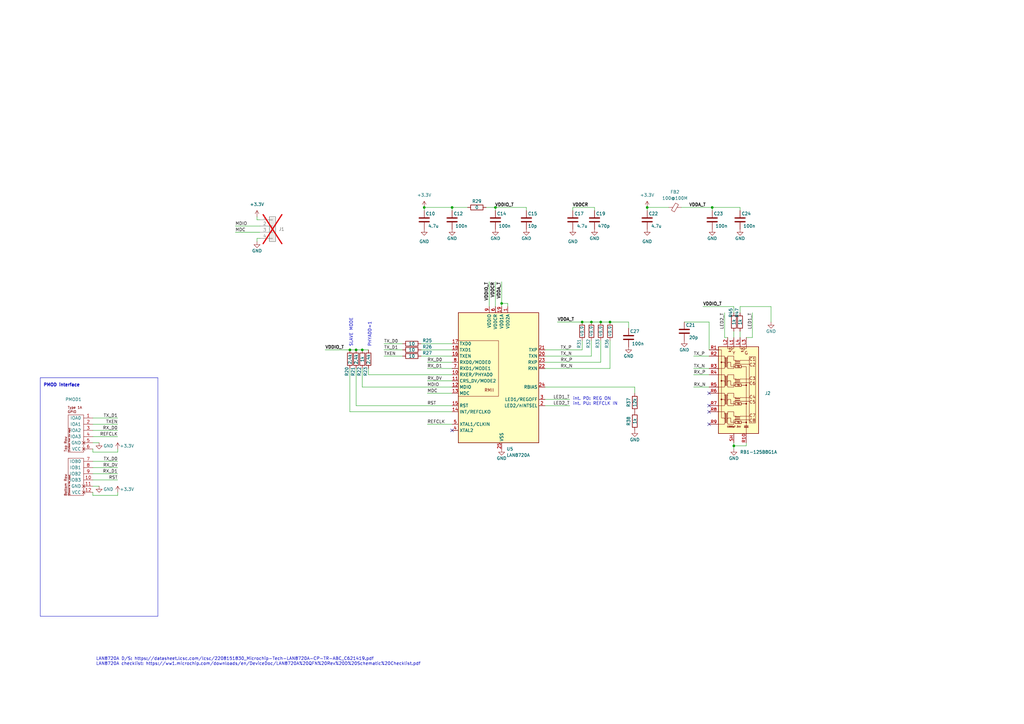
<source format=kicad_sch>
(kicad_sch
	(version 20231120)
	(generator "eeschema")
	(generator_version "8.0")
	(uuid "e63e39d7-6ac0-4ffd-8aa3-1841a4541b55")
	(paper "A3")
	(title_block
		(title "100BASET/T1 adapter")
		(date "2024-01-06")
		(rev "1.0")
	)
	(lib_symbols
		(symbol "Connector:RB1-125B8G1A"
			(pin_names hide)
			(exclude_from_sim no)
			(in_bom yes)
			(on_board yes)
			(property "Reference" "J"
				(at -7.62 20.32 0)
				(effects
					(font
						(size 1.27 1.27)
					)
				)
			)
			(property "Value" "RB1-125B8G1A"
				(at 15.24 20.32 0)
				(effects
					(font
						(size 1.27 1.27)
					)
				)
			)
			(property "Footprint" "Connector_RJ:RJ45_UDE_RB1-125B8G1A"
				(at 1.27 2.54 0)
				(effects
					(font
						(size 1.27 1.27)
					)
					(hide yes)
				)
			)
			(property "Datasheet" "https://datasheet.lcsc.com/szlcsc/1901091107_UDE-Corp-RB1-125B8G1A_C363353.pdf"
				(at -6.096 1.143 0)
				(effects
					(font
						(size 1.27 1.27)
					)
					(justify left top)
					(hide yes)
				)
			)
			(property "Description" "LAN Transformer Jack, RJ45, 10/100/1000 BaseT"
				(at 0 0 0)
				(effects
					(font
						(size 1.27 1.27)
					)
					(hide yes)
				)
			)
			(property "ki_keywords" "lan jack transformer ethernet gigabit 10 100 1000 baset"
				(at 0 0 0)
				(effects
					(font
						(size 1.27 1.27)
					)
					(hide yes)
				)
			)
			(property "ki_fp_filters" "RJ45*UDE*RB1*125B8G1A*"
				(at 0 0 0)
				(effects
					(font
						(size 1.27 1.27)
					)
					(hide yes)
				)
			)
			(symbol "RB1-125B8G1A_0_0"
				(polyline
					(pts
						(xy -0.508 -11.938) (xy -2.54 -11.938)
					)
					(stroke
						(width 0)
						(type default)
					)
					(fill
						(type none)
					)
				)
				(polyline
					(pts
						(xy 0 -10.922) (xy -3.81 -10.922)
					)
					(stroke
						(width 0)
						(type default)
					)
					(fill
						(type none)
					)
				)
				(polyline
					(pts
						(xy 0 -9.398) (xy -3.81 -9.398)
					)
					(stroke
						(width 0)
						(type default)
					)
					(fill
						(type none)
					)
				)
				(polyline
					(pts
						(xy 0 -3.302) (xy -3.81 -3.302)
					)
					(stroke
						(width 0)
						(type default)
					)
					(fill
						(type none)
					)
				)
				(polyline
					(pts
						(xy 0 -1.778) (xy -3.81 -1.778)
					)
					(stroke
						(width 0)
						(type default)
					)
					(fill
						(type none)
					)
				)
				(polyline
					(pts
						(xy 0 4.318) (xy -3.81 4.318)
					)
					(stroke
						(width 0)
						(type default)
					)
					(fill
						(type none)
					)
				)
				(polyline
					(pts
						(xy 0 5.842) (xy -3.81 5.842)
					)
					(stroke
						(width 0)
						(type default)
					)
					(fill
						(type none)
					)
				)
				(polyline
					(pts
						(xy 0 11.938) (xy -3.81 11.938)
					)
					(stroke
						(width 0)
						(type default)
					)
					(fill
						(type none)
					)
				)
				(polyline
					(pts
						(xy 0 13.462) (xy -3.81 13.462)
					)
					(stroke
						(width 0)
						(type default)
					)
					(fill
						(type none)
					)
				)
				(polyline
					(pts
						(xy 6.35 5.08) (xy 7.62 5.08)
					)
					(stroke
						(width 0)
						(type default)
					)
					(fill
						(type none)
					)
				)
				(polyline
					(pts
						(xy 7.62 -2.54) (xy 6.35 -2.54)
					)
					(stroke
						(width 0)
						(type default)
					)
					(fill
						(type none)
					)
				)
				(polyline
					(pts
						(xy 7.62 12.7) (xy 6.35 12.7)
					)
					(stroke
						(width 0)
						(type default)
					)
					(fill
						(type none)
					)
				)
				(polyline
					(pts
						(xy 2.032 -11.938) (xy 3.81 -11.938) (xy 3.81 -10.16) (xy 5.08 -10.16)
					)
					(stroke
						(width 0)
						(type default)
					)
					(fill
						(type none)
					)
				)
				(polyline
					(pts
						(xy 2.032 -4.318) (xy 3.81 -4.318) (xy 3.81 -2.54) (xy 5.08 -2.54)
					)
					(stroke
						(width 0)
						(type default)
					)
					(fill
						(type none)
					)
				)
				(polyline
					(pts
						(xy 2.032 3.302) (xy 3.81 3.302) (xy 3.81 5.08) (xy 5.08 5.08)
					)
					(stroke
						(width 0)
						(type default)
					)
					(fill
						(type none)
					)
				)
				(polyline
					(pts
						(xy 2.032 10.922) (xy 3.81 10.922) (xy 3.81 12.7) (xy 5.08 12.7)
					)
					(stroke
						(width 0)
						(type default)
					)
					(fill
						(type none)
					)
				)
				(text "1000pF 2kV"
					(at 2.54 -13.716 0)
					(effects
						(font
							(size 0.635 0.635)
						)
					)
				)
				(text "75"
					(at 0.762 -11.938 0)
					(effects
						(font
							(size 0.635 0.635)
						)
					)
				)
				(text "75"
					(at 0.762 -4.318 0)
					(effects
						(font
							(size 0.635 0.635)
						)
					)
				)
				(text "75"
					(at 0.762 3.302 0)
					(effects
						(font
							(size 0.635 0.635)
						)
					)
				)
				(text "75"
					(at 0.762 10.922 0)
					(effects
						(font
							(size 0.635 0.635)
						)
					)
				)
				(text "C1"
					(at -5.08 13.97 0)
					(effects
						(font
							(size 1.27 1.27)
						)
					)
				)
				(text "C2"
					(at -5.08 11.684 0)
					(effects
						(font
							(size 1.27 1.27)
						)
					)
				)
				(text "C3"
					(at -5.08 6.096 0)
					(effects
						(font
							(size 1.27 1.27)
						)
					)
				)
				(text "C4"
					(at -5.08 -1.524 0)
					(effects
						(font
							(size 1.27 1.27)
						)
					)
				)
				(text "C5"
					(at -5.08 -3.556 0)
					(effects
						(font
							(size 1.27 1.27)
						)
					)
				)
				(text "C6"
					(at -5.08 4.064 0)
					(effects
						(font
							(size 1.27 1.27)
						)
					)
				)
				(text "C7"
					(at -5.08 -9.144 0)
					(effects
						(font
							(size 1.27 1.27)
						)
					)
				)
				(text "C8"
					(at -5.08 -11.176 0)
					(effects
						(font
							(size 1.27 1.27)
						)
					)
				)
				(text "G"
					(at -2.54 16.51 0)
					(effects
						(font
							(size 1.27 1.27)
						)
					)
				)
				(text "Y"
					(at 2.54 16.51 0)
					(effects
						(font
							(size 1.27 1.27)
						)
					)
				)
			)
			(symbol "RB1-125B8G1A_0_1"
				(rectangle
					(start -3.81 -12.192)
					(end -6.35 14.986)
					(stroke
						(width 0)
						(type default)
					)
					(fill
						(type none)
					)
				)
				(circle
					(center -2.54 -11.938)
					(radius 0.254)
					(stroke
						(width 0)
						(type default)
					)
					(fill
						(type outline)
					)
				)
				(circle
					(center -2.54 -4.318)
					(radius 0.254)
					(stroke
						(width 0)
						(type default)
					)
					(fill
						(type outline)
					)
				)
				(circle
					(center -2.54 3.302)
					(radius 0.254)
					(stroke
						(width 0)
						(type default)
					)
					(fill
						(type outline)
					)
				)
				(rectangle
					(start -0.508 -12.446)
					(end 2.032 -11.43)
					(stroke
						(width 0.2032)
						(type default)
					)
					(fill
						(type none)
					)
				)
				(rectangle
					(start -0.508 -4.826)
					(end 2.032 -3.81)
					(stroke
						(width 0.2032)
						(type default)
					)
					(fill
						(type none)
					)
				)
				(rectangle
					(start -0.508 2.794)
					(end 2.032 3.81)
					(stroke
						(width 0.2032)
						(type default)
					)
					(fill
						(type none)
					)
				)
				(rectangle
					(start -0.508 10.414)
					(end 2.032 11.43)
					(stroke
						(width 0.2032)
						(type default)
					)
					(fill
						(type none)
					)
				)
				(arc
					(start 0 -9.398)
					(mid 0.254 -9.6509)
					(end 0.508 -9.398)
					(stroke
						(width 0)
						(type default)
					)
					(fill
						(type none)
					)
				)
				(arc
					(start 0 -1.778)
					(mid 0.254 -2.0309)
					(end 0.508 -1.778)
					(stroke
						(width 0)
						(type default)
					)
					(fill
						(type none)
					)
				)
				(polyline
					(pts
						(xy -3.302 -13.97) (xy -1.778 -13.97)
					)
					(stroke
						(width 0.3302)
						(type default)
					)
					(fill
						(type none)
					)
				)
				(polyline
					(pts
						(xy -3.302 -13.462) (xy -1.778 -13.462)
					)
					(stroke
						(width 0.3048)
						(type default)
					)
					(fill
						(type none)
					)
				)
				(polyline
					(pts
						(xy -2.54 -16.51) (xy -2.54 -13.97)
					)
					(stroke
						(width 0)
						(type default)
					)
					(fill
						(type none)
					)
				)
				(polyline
					(pts
						(xy -2.54 3.302) (xy -0.508 3.302)
					)
					(stroke
						(width 0)
						(type default)
					)
					(fill
						(type none)
					)
				)
				(polyline
					(pts
						(xy -1.016 17.018) (xy -1.524 17.526)
					)
					(stroke
						(width 0)
						(type default)
					)
					(fill
						(type none)
					)
				)
				(polyline
					(pts
						(xy -0.762 18.796) (xy -0.762 17.78)
					)
					(stroke
						(width 0)
						(type default)
					)
					(fill
						(type none)
					)
				)
				(polyline
					(pts
						(xy -0.508 -4.318) (xy -2.54 -4.318)
					)
					(stroke
						(width 0)
						(type default)
					)
					(fill
						(type none)
					)
				)
				(polyline
					(pts
						(xy -0.508 17.018) (xy -1.016 17.526)
					)
					(stroke
						(width 0)
						(type default)
					)
					(fill
						(type none)
					)
				)
				(polyline
					(pts
						(xy 0 -10.414) (xy 2.032 -10.414)
					)
					(stroke
						(width 0)
						(type default)
					)
					(fill
						(type none)
					)
				)
				(polyline
					(pts
						(xy 0 -2.794) (xy 2.032 -2.794)
					)
					(stroke
						(width 0)
						(type default)
					)
					(fill
						(type none)
					)
				)
				(polyline
					(pts
						(xy 0 4.826) (xy 2.032 4.826)
					)
					(stroke
						(width 0)
						(type default)
					)
					(fill
						(type none)
					)
				)
				(polyline
					(pts
						(xy 0 12.446) (xy 2.032 12.446)
					)
					(stroke
						(width 0)
						(type default)
					)
					(fill
						(type none)
					)
				)
				(polyline
					(pts
						(xy 2.032 -9.906) (xy 0 -9.906)
					)
					(stroke
						(width 0)
						(type default)
					)
					(fill
						(type none)
					)
				)
				(polyline
					(pts
						(xy 2.032 -2.286) (xy 0 -2.286)
					)
					(stroke
						(width 0)
						(type default)
					)
					(fill
						(type none)
					)
				)
				(polyline
					(pts
						(xy 2.032 5.334) (xy 0 5.334)
					)
					(stroke
						(width 0)
						(type default)
					)
					(fill
						(type none)
					)
				)
				(polyline
					(pts
						(xy 2.032 12.954) (xy 0 12.954)
					)
					(stroke
						(width 0)
						(type default)
					)
					(fill
						(type none)
					)
				)
				(polyline
					(pts
						(xy 4.064 17.018) (xy 3.556 17.526)
					)
					(stroke
						(width 0)
						(type default)
					)
					(fill
						(type none)
					)
				)
				(polyline
					(pts
						(xy 4.318 18.796) (xy 4.318 17.78)
					)
					(stroke
						(width 0)
						(type default)
					)
					(fill
						(type none)
					)
				)
				(polyline
					(pts
						(xy 4.572 17.018) (xy 4.064 17.526)
					)
					(stroke
						(width 0)
						(type default)
					)
					(fill
						(type none)
					)
				)
				(polyline
					(pts
						(xy 5.588 -8.128) (xy 5.588 -12.192)
					)
					(stroke
						(width 0)
						(type default)
					)
					(fill
						(type none)
					)
				)
				(polyline
					(pts
						(xy 5.588 -0.508) (xy 5.588 -4.572)
					)
					(stroke
						(width 0)
						(type default)
					)
					(fill
						(type none)
					)
				)
				(polyline
					(pts
						(xy 5.588 7.112) (xy 5.588 3.048)
					)
					(stroke
						(width 0)
						(type default)
					)
					(fill
						(type none)
					)
				)
				(polyline
					(pts
						(xy 5.588 14.732) (xy 5.588 10.668)
					)
					(stroke
						(width 0)
						(type default)
					)
					(fill
						(type none)
					)
				)
				(polyline
					(pts
						(xy 5.842 -12.192) (xy 5.842 -8.128)
					)
					(stroke
						(width 0)
						(type default)
					)
					(fill
						(type none)
					)
				)
				(polyline
					(pts
						(xy 5.842 -4.572) (xy 5.842 -0.508)
					)
					(stroke
						(width 0)
						(type default)
					)
					(fill
						(type none)
					)
				)
				(polyline
					(pts
						(xy 5.842 3.048) (xy 5.842 7.112)
					)
					(stroke
						(width 0)
						(type default)
					)
					(fill
						(type none)
					)
				)
				(polyline
					(pts
						(xy 5.842 10.668) (xy 5.842 14.732)
					)
					(stroke
						(width 0)
						(type default)
					)
					(fill
						(type none)
					)
				)
				(polyline
					(pts
						(xy -2.54 -13.462) (xy -2.54 10.922) (xy -0.508 10.922)
					)
					(stroke
						(width 0)
						(type default)
					)
					(fill
						(type none)
					)
				)
				(polyline
					(pts
						(xy -2.54 19.05) (xy -2.54 18.288) (xy -1.778 18.288)
					)
					(stroke
						(width 0)
						(type default)
					)
					(fill
						(type none)
					)
				)
				(polyline
					(pts
						(xy -1.016 17.272) (xy -1.016 17.018) (xy -1.27 17.018)
					)
					(stroke
						(width 0)
						(type default)
					)
					(fill
						(type none)
					)
				)
				(polyline
					(pts
						(xy -0.508 17.272) (xy -0.508 17.018) (xy -0.762 17.018)
					)
					(stroke
						(width 0)
						(type default)
					)
					(fill
						(type none)
					)
				)
				(polyline
					(pts
						(xy 0 19.05) (xy 0 18.288) (xy -0.762 18.288)
					)
					(stroke
						(width 0)
						(type default)
					)
					(fill
						(type none)
					)
				)
				(polyline
					(pts
						(xy 2.54 19.05) (xy 2.54 18.288) (xy 3.302 18.288)
					)
					(stroke
						(width 0)
						(type default)
					)
					(fill
						(type none)
					)
				)
				(polyline
					(pts
						(xy 4.064 17.272) (xy 4.064 17.018) (xy 3.81 17.018)
					)
					(stroke
						(width 0)
						(type default)
					)
					(fill
						(type none)
					)
				)
				(polyline
					(pts
						(xy 4.572 17.272) (xy 4.572 17.018) (xy 4.318 17.018)
					)
					(stroke
						(width 0)
						(type default)
					)
					(fill
						(type none)
					)
				)
				(polyline
					(pts
						(xy 5.08 19.05) (xy 5.08 18.288) (xy 4.318 18.288)
					)
					(stroke
						(width 0)
						(type default)
					)
					(fill
						(type none)
					)
				)
				(polyline
					(pts
						(xy 6.35 -12.192) (xy 6.35 -12.7) (xy 8.89 -12.7)
					)
					(stroke
						(width 0)
						(type default)
					)
					(fill
						(type none)
					)
				)
				(polyline
					(pts
						(xy 6.35 -8.128) (xy 6.35 -7.62) (xy 8.89 -7.62)
					)
					(stroke
						(width 0)
						(type default)
					)
					(fill
						(type none)
					)
				)
				(polyline
					(pts
						(xy 6.35 -4.572) (xy 6.35 -5.08) (xy 8.89 -5.08)
					)
					(stroke
						(width 0)
						(type default)
					)
					(fill
						(type none)
					)
				)
				(polyline
					(pts
						(xy 6.35 -0.508) (xy 6.35 0) (xy 8.89 0)
					)
					(stroke
						(width 0)
						(type default)
					)
					(fill
						(type none)
					)
				)
				(polyline
					(pts
						(xy 6.35 3.048) (xy 6.35 2.54) (xy 8.89 2.54)
					)
					(stroke
						(width 0)
						(type default)
					)
					(fill
						(type none)
					)
				)
				(polyline
					(pts
						(xy 6.35 7.112) (xy 6.35 7.62) (xy 8.89 7.62)
					)
					(stroke
						(width 0)
						(type default)
					)
					(fill
						(type none)
					)
				)
				(polyline
					(pts
						(xy 6.35 10.668) (xy 6.35 10.16) (xy 8.89 10.16)
					)
					(stroke
						(width 0)
						(type default)
					)
					(fill
						(type none)
					)
				)
				(polyline
					(pts
						(xy 6.35 14.732) (xy 6.35 15.24) (xy 8.89 15.24)
					)
					(stroke
						(width 0)
						(type default)
					)
					(fill
						(type none)
					)
				)
				(polyline
					(pts
						(xy -0.762 18.288) (xy -1.778 18.796) (xy -1.778 17.78) (xy -0.762 18.288)
					)
					(stroke
						(width 0)
						(type default)
					)
					(fill
						(type none)
					)
				)
				(polyline
					(pts
						(xy 4.318 18.288) (xy 3.302 18.796) (xy 3.302 17.78) (xy 4.318 18.288)
					)
					(stroke
						(width 0)
						(type default)
					)
					(fill
						(type none)
					)
				)
				(polyline
					(pts
						(xy 8.89 17.78) (xy 7.62 17.78) (xy 7.62 -10.16) (xy 6.35 -10.16)
					)
					(stroke
						(width 0)
						(type default)
					)
					(fill
						(type none)
					)
				)
				(polyline
					(pts
						(xy 2.032 -9.398) (xy 2.54 -9.398) (xy 2.54 -7.62) (xy 5.08 -7.62) (xy 5.08 -8.128)
					)
					(stroke
						(width 0)
						(type default)
					)
					(fill
						(type none)
					)
				)
				(polyline
					(pts
						(xy 2.032 -1.778) (xy 2.54 -1.778) (xy 2.54 0) (xy 5.08 0) (xy 5.08 -0.508)
					)
					(stroke
						(width 0)
						(type default)
					)
					(fill
						(type none)
					)
				)
				(polyline
					(pts
						(xy 2.032 5.842) (xy 2.54 5.842) (xy 2.54 7.62) (xy 5.08 7.62) (xy 5.08 7.112)
					)
					(stroke
						(width 0)
						(type default)
					)
					(fill
						(type none)
					)
				)
				(polyline
					(pts
						(xy 2.032 13.462) (xy 2.54 13.462) (xy 2.54 15.24) (xy 5.08 15.24) (xy 5.08 14.732)
					)
					(stroke
						(width 0)
						(type default)
					)
					(fill
						(type none)
					)
				)
				(polyline
					(pts
						(xy 5.08 -12.192) (xy 5.08 -12.7) (xy 2.54 -12.7) (xy 2.54 -10.922) (xy 2.032 -10.922)
					)
					(stroke
						(width 0)
						(type default)
					)
					(fill
						(type none)
					)
				)
				(polyline
					(pts
						(xy 5.08 -4.572) (xy 5.08 -5.08) (xy 2.54 -5.08) (xy 2.54 -3.302) (xy 2.032 -3.302)
					)
					(stroke
						(width 0)
						(type default)
					)
					(fill
						(type none)
					)
				)
				(polyline
					(pts
						(xy 5.08 3.048) (xy 5.08 2.54) (xy 2.54 2.54) (xy 2.54 4.318) (xy 2.032 4.318)
					)
					(stroke
						(width 0)
						(type default)
					)
					(fill
						(type none)
					)
				)
				(polyline
					(pts
						(xy 5.08 10.668) (xy 5.08 10.16) (xy 2.54 10.16) (xy 2.54 11.938) (xy 2.032 11.938)
					)
					(stroke
						(width 0)
						(type default)
					)
					(fill
						(type none)
					)
				)
				(arc
					(start 0 5.842)
					(mid 0.254 5.5891)
					(end 0.508 5.842)
					(stroke
						(width 0)
						(type default)
					)
					(fill
						(type none)
					)
				)
				(arc
					(start 0 13.462)
					(mid 0.254 13.2091)
					(end 0.508 13.462)
					(stroke
						(width 0)
						(type default)
					)
					(fill
						(type none)
					)
				)
				(arc
					(start 0.508 -10.922)
					(mid 0.254 -10.6691)
					(end 0 -10.922)
					(stroke
						(width 0)
						(type default)
					)
					(fill
						(type none)
					)
				)
				(arc
					(start 0.508 -9.398)
					(mid 0.762 -9.6509)
					(end 1.016 -9.398)
					(stroke
						(width 0)
						(type default)
					)
					(fill
						(type none)
					)
				)
				(arc
					(start 0.508 -3.302)
					(mid 0.254 -3.0491)
					(end 0 -3.302)
					(stroke
						(width 0)
						(type default)
					)
					(fill
						(type none)
					)
				)
				(arc
					(start 0.508 -1.778)
					(mid 0.762 -2.0309)
					(end 1.016 -1.778)
					(stroke
						(width 0)
						(type default)
					)
					(fill
						(type none)
					)
				)
				(arc
					(start 0.508 4.318)
					(mid 0.254 4.5709)
					(end 0 4.318)
					(stroke
						(width 0)
						(type default)
					)
					(fill
						(type none)
					)
				)
				(arc
					(start 0.508 5.842)
					(mid 0.762 5.5891)
					(end 1.016 5.842)
					(stroke
						(width 0)
						(type default)
					)
					(fill
						(type none)
					)
				)
				(arc
					(start 0.508 11.938)
					(mid 0.254 12.1909)
					(end 0 11.938)
					(stroke
						(width 0)
						(type default)
					)
					(fill
						(type none)
					)
				)
				(arc
					(start 0.508 13.462)
					(mid 0.762 13.2091)
					(end 1.016 13.462)
					(stroke
						(width 0)
						(type default)
					)
					(fill
						(type none)
					)
				)
				(arc
					(start 1.016 -10.922)
					(mid 0.762 -10.6691)
					(end 0.508 -10.922)
					(stroke
						(width 0)
						(type default)
					)
					(fill
						(type none)
					)
				)
				(arc
					(start 1.016 -9.398)
					(mid 1.27 -9.6509)
					(end 1.524 -9.398)
					(stroke
						(width 0)
						(type default)
					)
					(fill
						(type none)
					)
				)
				(arc
					(start 1.016 -3.302)
					(mid 0.762 -3.0491)
					(end 0.508 -3.302)
					(stroke
						(width 0)
						(type default)
					)
					(fill
						(type none)
					)
				)
				(arc
					(start 1.016 -1.778)
					(mid 1.27 -2.0309)
					(end 1.524 -1.778)
					(stroke
						(width 0)
						(type default)
					)
					(fill
						(type none)
					)
				)
				(arc
					(start 1.016 4.318)
					(mid 0.762 4.5709)
					(end 0.508 4.318)
					(stroke
						(width 0)
						(type default)
					)
					(fill
						(type none)
					)
				)
				(arc
					(start 1.016 5.842)
					(mid 1.27 5.5891)
					(end 1.524 5.842)
					(stroke
						(width 0)
						(type default)
					)
					(fill
						(type none)
					)
				)
				(arc
					(start 1.016 11.938)
					(mid 0.762 12.1909)
					(end 0.508 11.938)
					(stroke
						(width 0)
						(type default)
					)
					(fill
						(type none)
					)
				)
				(arc
					(start 1.016 13.462)
					(mid 1.27 13.2091)
					(end 1.524 13.462)
					(stroke
						(width 0)
						(type default)
					)
					(fill
						(type none)
					)
				)
				(arc
					(start 1.524 -10.922)
					(mid 1.27 -10.6691)
					(end 1.016 -10.922)
					(stroke
						(width 0)
						(type default)
					)
					(fill
						(type none)
					)
				)
				(arc
					(start 1.524 -9.398)
					(mid 1.778 -9.6509)
					(end 2.032 -9.398)
					(stroke
						(width 0)
						(type default)
					)
					(fill
						(type none)
					)
				)
				(arc
					(start 1.524 -3.302)
					(mid 1.27 -3.0491)
					(end 1.016 -3.302)
					(stroke
						(width 0)
						(type default)
					)
					(fill
						(type none)
					)
				)
				(arc
					(start 1.524 -1.778)
					(mid 1.778 -2.0309)
					(end 2.032 -1.778)
					(stroke
						(width 0)
						(type default)
					)
					(fill
						(type none)
					)
				)
				(arc
					(start 1.524 4.318)
					(mid 1.27 4.5709)
					(end 1.016 4.318)
					(stroke
						(width 0)
						(type default)
					)
					(fill
						(type none)
					)
				)
				(arc
					(start 1.524 5.842)
					(mid 1.778 5.5891)
					(end 2.032 5.842)
					(stroke
						(width 0)
						(type default)
					)
					(fill
						(type none)
					)
				)
				(arc
					(start 1.524 11.938)
					(mid 1.27 12.1909)
					(end 1.016 11.938)
					(stroke
						(width 0)
						(type default)
					)
					(fill
						(type none)
					)
				)
				(arc
					(start 1.524 13.462)
					(mid 1.778 13.2091)
					(end 2.032 13.462)
					(stroke
						(width 0)
						(type default)
					)
					(fill
						(type none)
					)
				)
				(circle
					(center 1.778 -10.9474)
					(radius 0.0762)
					(stroke
						(width 0.0254)
						(type default)
					)
					(fill
						(type outline)
					)
				)
				(circle
					(center 1.778 -9.3726)
					(radius 0.0762)
					(stroke
						(width 0.0254)
						(type default)
					)
					(fill
						(type outline)
					)
				)
				(circle
					(center 1.778 -3.3274)
					(radius 0.0762)
					(stroke
						(width 0.0254)
						(type default)
					)
					(fill
						(type outline)
					)
				)
				(circle
					(center 1.778 -1.7526)
					(radius 0.0762)
					(stroke
						(width 0.0254)
						(type default)
					)
					(fill
						(type outline)
					)
				)
				(circle
					(center 1.778 4.2926)
					(radius 0.0762)
					(stroke
						(width 0.0254)
						(type default)
					)
					(fill
						(type outline)
					)
				)
				(circle
					(center 1.778 5.8674)
					(radius 0.0762)
					(stroke
						(width 0.0254)
						(type default)
					)
					(fill
						(type outline)
					)
				)
				(circle
					(center 1.778 11.9126)
					(radius 0.0762)
					(stroke
						(width 0.0254)
						(type default)
					)
					(fill
						(type outline)
					)
				)
				(circle
					(center 1.778 13.4874)
					(radius 0.0762)
					(stroke
						(width 0.0254)
						(type default)
					)
					(fill
						(type outline)
					)
				)
				(arc
					(start 2.032 -10.922)
					(mid 1.778 -10.6691)
					(end 1.524 -10.922)
					(stroke
						(width 0)
						(type default)
					)
					(fill
						(type none)
					)
				)
				(arc
					(start 2.032 -3.302)
					(mid 1.778 -3.0491)
					(end 1.524 -3.302)
					(stroke
						(width 0)
						(type default)
					)
					(fill
						(type none)
					)
				)
				(arc
					(start 2.032 4.318)
					(mid 1.778 4.5709)
					(end 1.524 4.318)
					(stroke
						(width 0)
						(type default)
					)
					(fill
						(type none)
					)
				)
				(arc
					(start 2.032 11.938)
					(mid 1.778 12.1909)
					(end 1.524 11.938)
					(stroke
						(width 0)
						(type default)
					)
					(fill
						(type none)
					)
				)
				(circle
					(center 5.0546 -10.414)
					(radius 0.0762)
					(stroke
						(width 0.0254)
						(type default)
					)
					(fill
						(type outline)
					)
				)
				(circle
					(center 5.0546 -8.382)
					(radius 0.0762)
					(stroke
						(width 0.0254)
						(type default)
					)
					(fill
						(type outline)
					)
				)
				(circle
					(center 5.0546 -2.794)
					(radius 0.0762)
					(stroke
						(width 0.0254)
						(type default)
					)
					(fill
						(type outline)
					)
				)
				(circle
					(center 5.0546 -0.762)
					(radius 0.0762)
					(stroke
						(width 0.0254)
						(type default)
					)
					(fill
						(type outline)
					)
				)
				(circle
					(center 5.0546 4.826)
					(radius 0.0762)
					(stroke
						(width 0.0254)
						(type default)
					)
					(fill
						(type outline)
					)
				)
				(circle
					(center 5.0546 6.858)
					(radius 0.0762)
					(stroke
						(width 0.0254)
						(type default)
					)
					(fill
						(type outline)
					)
				)
				(circle
					(center 5.0546 12.446)
					(radius 0.0762)
					(stroke
						(width 0.0254)
						(type default)
					)
					(fill
						(type outline)
					)
				)
				(circle
					(center 5.0546 14.478)
					(radius 0.0762)
					(stroke
						(width 0.0254)
						(type default)
					)
					(fill
						(type outline)
					)
				)
				(arc
					(start 5.08 -12.192)
					(mid 5.3329 -11.938)
					(end 5.08 -11.684)
					(stroke
						(width 0)
						(type default)
					)
					(fill
						(type none)
					)
				)
				(arc
					(start 5.08 -11.684)
					(mid 5.3328 -11.43)
					(end 5.08 -11.176)
					(stroke
						(width 0)
						(type default)
					)
					(fill
						(type none)
					)
				)
				(arc
					(start 5.08 -11.176)
					(mid 5.3329 -10.922)
					(end 5.08 -10.668)
					(stroke
						(width 0)
						(type default)
					)
					(fill
						(type none)
					)
				)
				(arc
					(start 5.08 -10.668)
					(mid 5.3329 -10.414)
					(end 5.08 -10.16)
					(stroke
						(width 0)
						(type default)
					)
					(fill
						(type none)
					)
				)
				(arc
					(start 5.08 -10.16)
					(mid 5.3329 -9.906)
					(end 5.08 -9.652)
					(stroke
						(width 0)
						(type default)
					)
					(fill
						(type none)
					)
				)
				(arc
					(start 5.08 -9.652)
					(mid 5.3329 -9.398)
					(end 5.08 -9.144)
					(stroke
						(width 0)
						(type default)
					)
					(fill
						(type none)
					)
				)
				(arc
					(start 5.08 -9.144)
					(mid 5.3328 -8.89)
					(end 5.08 -8.636)
					(stroke
						(width 0)
						(type default)
					)
					(fill
						(type none)
					)
				)
				(arc
					(start 5.08 -8.636)
					(mid 5.3329 -8.382)
					(end 5.08 -8.128)
					(stroke
						(width 0)
						(type default)
					)
					(fill
						(type none)
					)
				)
				(arc
					(start 5.08 -4.572)
					(mid 5.3329 -4.318)
					(end 5.08 -4.064)
					(stroke
						(width 0)
						(type default)
					)
					(fill
						(type none)
					)
				)
				(arc
					(start 5.08 -4.064)
					(mid 5.3328 -3.81)
					(end 5.08 -3.556)
					(stroke
						(width 0)
						(type default)
					)
					(fill
						(type none)
					)
				)
				(arc
					(start 5.08 -3.556)
					(mid 5.3329 -3.302)
					(end 5.08 -3.048)
					(stroke
						(width 0)
						(type default)
					)
					(fill
						(type none)
					)
				)
				(arc
					(start 5.08 -3.048)
					(mid 5.3329 -2.794)
					(end 5.08 -2.54)
					(stroke
						(width 0)
						(type default)
					)
					(fill
						(type none)
					)
				)
				(arc
					(start 5.08 -2.54)
					(mid 5.3329 -2.286)
					(end 5.08 -2.032)
					(stroke
						(width 0)
						(type default)
					)
					(fill
						(type none)
					)
				)
				(arc
					(start 5.08 -2.032)
					(mid 5.3329 -1.778)
					(end 5.08 -1.524)
					(stroke
						(width 0)
						(type default)
					)
					(fill
						(type none)
					)
				)
				(arc
					(start 5.08 -1.524)
					(mid 5.3328 -1.27)
					(end 5.08 -1.016)
					(stroke
						(width 0)
						(type default)
					)
					(fill
						(type none)
					)
				)
				(arc
					(start 5.08 -1.016)
					(mid 5.3329 -0.762)
					(end 5.08 -0.508)
					(stroke
						(width 0)
						(type default)
					)
					(fill
						(type none)
					)
				)
				(arc
					(start 5.08 3.048)
					(mid 5.3329 3.302)
					(end 5.08 3.556)
					(stroke
						(width 0)
						(type default)
					)
					(fill
						(type none)
					)
				)
				(arc
					(start 5.08 3.556)
					(mid 5.3328 3.81)
					(end 5.08 4.064)
					(stroke
						(width 0)
						(type default)
					)
					(fill
						(type none)
					)
				)
				(arc
					(start 5.08 4.064)
					(mid 5.3329 4.318)
					(end 5.08 4.572)
					(stroke
						(width 0)
						(type default)
					)
					(fill
						(type none)
					)
				)
				(arc
					(start 5.08 4.572)
					(mid 5.3329 4.826)
					(end 5.08 5.08)
					(stroke
						(width 0)
						(type default)
					)
					(fill
						(type none)
					)
				)
				(arc
					(start 5.08 5.08)
					(mid 5.3329 5.334)
					(end 5.08 5.588)
					(stroke
						(width 0)
						(type default)
					)
					(fill
						(type none)
					)
				)
				(arc
					(start 5.08 5.588)
					(mid 5.3329 5.842)
					(end 5.08 6.096)
					(stroke
						(width 0)
						(type default)
					)
					(fill
						(type none)
					)
				)
				(arc
					(start 5.08 6.096)
					(mid 5.3328 6.35)
					(end 5.08 6.604)
					(stroke
						(width 0)
						(type default)
					)
					(fill
						(type none)
					)
				)
				(arc
					(start 5.08 6.604)
					(mid 5.3329 6.858)
					(end 5.08 7.112)
					(stroke
						(width 0)
						(type default)
					)
					(fill
						(type none)
					)
				)
				(arc
					(start 5.08 10.668)
					(mid 5.3329 10.922)
					(end 5.08 11.176)
					(stroke
						(width 0)
						(type default)
					)
					(fill
						(type none)
					)
				)
				(arc
					(start 5.08 11.176)
					(mid 5.3328 11.43)
					(end 5.08 11.684)
					(stroke
						(width 0)
						(type default)
					)
					(fill
						(type none)
					)
				)
				(arc
					(start 5.08 11.684)
					(mid 5.3329 11.938)
					(end 5.08 12.192)
					(stroke
						(width 0)
						(type default)
					)
					(fill
						(type none)
					)
				)
				(arc
					(start 5.08 12.192)
					(mid 5.3329 12.446)
					(end 5.08 12.7)
					(stroke
						(width 0)
						(type default)
					)
					(fill
						(type none)
					)
				)
				(arc
					(start 5.08 12.7)
					(mid 5.3329 12.954)
					(end 5.08 13.208)
					(stroke
						(width 0)
						(type default)
					)
					(fill
						(type none)
					)
				)
				(arc
					(start 5.08 13.208)
					(mid 5.3329 13.462)
					(end 5.08 13.716)
					(stroke
						(width 0)
						(type default)
					)
					(fill
						(type none)
					)
				)
				(arc
					(start 5.08 13.716)
					(mid 5.3328 13.97)
					(end 5.08 14.224)
					(stroke
						(width 0)
						(type default)
					)
					(fill
						(type none)
					)
				)
				(arc
					(start 5.08 14.224)
					(mid 5.3329 14.478)
					(end 5.08 14.732)
					(stroke
						(width 0)
						(type default)
					)
					(fill
						(type none)
					)
				)
				(arc
					(start 6.35 -11.684)
					(mid 6.0971 -11.938)
					(end 6.35 -12.192)
					(stroke
						(width 0)
						(type default)
					)
					(fill
						(type none)
					)
				)
				(arc
					(start 6.35 -11.176)
					(mid 6.0971 -11.43)
					(end 6.35 -11.684)
					(stroke
						(width 0)
						(type default)
					)
					(fill
						(type none)
					)
				)
				(arc
					(start 6.35 -10.668)
					(mid 6.0971 -10.922)
					(end 6.35 -11.176)
					(stroke
						(width 0)
						(type default)
					)
					(fill
						(type none)
					)
				)
				(arc
					(start 6.35 -10.16)
					(mid 6.0971 -10.414)
					(end 6.35 -10.668)
					(stroke
						(width 0)
						(type default)
					)
					(fill
						(type none)
					)
				)
				(arc
					(start 6.35 -9.652)
					(mid 6.0971 -9.906)
					(end 6.35 -10.16)
					(stroke
						(width 0)
						(type default)
					)
					(fill
						(type none)
					)
				)
				(arc
					(start 6.35 -9.144)
					(mid 6.0971 -9.398)
					(end 6.35 -9.652)
					(stroke
						(width 0)
						(type default)
					)
					(fill
						(type none)
					)
				)
				(arc
					(start 6.35 -8.636)
					(mid 6.0971 -8.89)
					(end 6.35 -9.144)
					(stroke
						(width 0)
						(type default)
					)
					(fill
						(type none)
					)
				)
				(arc
					(start 6.35 -8.128)
					(mid 6.0971 -8.382)
					(end 6.35 -8.636)
					(stroke
						(width 0)
						(type default)
					)
					(fill
						(type none)
					)
				)
				(arc
					(start 6.35 -4.064)
					(mid 6.0971 -4.318)
					(end 6.35 -4.572)
					(stroke
						(width 0)
						(type default)
					)
					(fill
						(type none)
					)
				)
				(arc
					(start 6.35 -3.556)
					(mid 6.0971 -3.81)
					(end 6.35 -4.064)
					(stroke
						(width 0)
						(type default)
					)
					(fill
						(type none)
					)
				)
				(arc
					(start 6.35 -3.048)
					(mid 6.0971 -3.302)
					(end 6.35 -3.556)
					(stroke
						(width 0)
						(type default)
					)
					(fill
						(type none)
					)
				)
				(arc
					(start 6.35 -2.54)
					(mid 6.0971 -2.794)
					(end 6.35 -3.048)
					(stroke
						(width 0)
						(type default)
					)
					(fill
						(type none)
					)
				)
				(arc
					(start 6.35 -2.032)
					(mid 6.0971 -2.286)
					(end 6.35 -2.54)
					(stroke
						(width 0)
						(type default)
					)
					(fill
						(type none)
					)
				)
				(arc
					(start 6.35 -1.524)
					(mid 6.0971 -1.778)
					(end 6.35 -2.032)
					(stroke
						(width 0)
						(type default)
					)
					(fill
						(type none)
					)
				)
				(arc
					(start 6.35 -1.016)
					(mid 6.0971 -1.27)
					(end 6.35 -1.524)
					(stroke
						(width 0)
						(type default)
					)
					(fill
						(type none)
					)
				)
				(arc
					(start 6.35 -0.508)
					(mid 6.0971 -0.762)
					(end 6.35 -1.016)
					(stroke
						(width 0)
						(type default)
					)
					(fill
						(type none)
					)
				)
				(arc
					(start 6.35 3.556)
					(mid 6.0971 3.302)
					(end 6.35 3.048)
					(stroke
						(width 0)
						(type default)
					)
					(fill
						(type none)
					)
				)
				(arc
					(start 6.35 4.064)
					(mid 6.0971 3.81)
					(end 6.35 3.556)
					(stroke
						(width 0)
						(type default)
					)
					(fill
						(type none)
					)
				)
				(arc
					(start 6.35 4.572)
					(mid 6.0971 4.318)
					(end 6.35 4.064)
					(stroke
						(width 0)
						(type default)
					)
					(fill
						(type none)
					)
				)
				(arc
					(start 6.35 5.08)
					(mid 6.0971 4.826)
					(end 6.35 4.572)
					(stroke
						(width 0)
						(type default)
					)
					(fill
						(type none)
					)
				)
				(arc
					(start 6.35 5.588)
					(mid 6.0971 5.334)
					(end 6.35 5.08)
					(stroke
						(width 0)
						(type default)
					)
					(fill
						(type none)
					)
				)
				(arc
					(start 6.35 6.096)
					(mid 6.0971 5.842)
					(end 6.35 5.588)
					(stroke
						(width 0)
						(type default)
					)
					(fill
						(type none)
					)
				)
				(arc
					(start 6.35 6.604)
					(mid 6.0971 6.35)
					(end 6.35 6.096)
					(stroke
						(width 0)
						(type default)
					)
					(fill
						(type none)
					)
				)
				(arc
					(start 6.35 7.112)
					(mid 6.0971 6.858)
					(end 6.35 6.604)
					(stroke
						(width 0)
						(type default)
					)
					(fill
						(type none)
					)
				)
				(arc
					(start 6.35 11.176)
					(mid 6.0971 10.922)
					(end 6.35 10.668)
					(stroke
						(width 0)
						(type default)
					)
					(fill
						(type none)
					)
				)
				(arc
					(start 6.35 11.684)
					(mid 6.0971 11.43)
					(end 6.35 11.176)
					(stroke
						(width 0)
						(type default)
					)
					(fill
						(type none)
					)
				)
				(arc
					(start 6.35 12.192)
					(mid 6.0971 11.938)
					(end 6.35 11.684)
					(stroke
						(width 0)
						(type default)
					)
					(fill
						(type none)
					)
				)
				(arc
					(start 6.35 12.7)
					(mid 6.0971 12.446)
					(end 6.35 12.192)
					(stroke
						(width 0)
						(type default)
					)
					(fill
						(type none)
					)
				)
				(arc
					(start 6.35 13.208)
					(mid 6.0971 12.954)
					(end 6.35 12.7)
					(stroke
						(width 0)
						(type default)
					)
					(fill
						(type none)
					)
				)
				(arc
					(start 6.35 13.716)
					(mid 6.0971 13.462)
					(end 6.35 13.208)
					(stroke
						(width 0)
						(type default)
					)
					(fill
						(type none)
					)
				)
				(arc
					(start 6.35 14.224)
					(mid 6.0971 13.97)
					(end 6.35 13.716)
					(stroke
						(width 0)
						(type default)
					)
					(fill
						(type none)
					)
				)
				(arc
					(start 6.35 14.732)
					(mid 6.0971 14.478)
					(end 6.35 14.224)
					(stroke
						(width 0)
						(type default)
					)
					(fill
						(type none)
					)
				)
				(circle
					(center 6.3754 -10.414)
					(radius 0.0762)
					(stroke
						(width 0.0254)
						(type default)
					)
					(fill
						(type outline)
					)
				)
				(circle
					(center 6.3754 -8.382)
					(radius 0.0762)
					(stroke
						(width 0.0254)
						(type default)
					)
					(fill
						(type outline)
					)
				)
				(circle
					(center 6.3754 -2.794)
					(radius 0.0762)
					(stroke
						(width 0.0254)
						(type default)
					)
					(fill
						(type outline)
					)
				)
				(circle
					(center 6.3754 -0.762)
					(radius 0.0762)
					(stroke
						(width 0.0254)
						(type default)
					)
					(fill
						(type outline)
					)
				)
				(circle
					(center 6.3754 4.826)
					(radius 0.0762)
					(stroke
						(width 0.0254)
						(type default)
					)
					(fill
						(type outline)
					)
				)
				(circle
					(center 6.3754 6.858)
					(radius 0.0762)
					(stroke
						(width 0.0254)
						(type default)
					)
					(fill
						(type outline)
					)
				)
				(circle
					(center 6.3754 12.446)
					(radius 0.0762)
					(stroke
						(width 0.0254)
						(type default)
					)
					(fill
						(type outline)
					)
				)
				(circle
					(center 6.3754 14.478)
					(radius 0.0762)
					(stroke
						(width 0.0254)
						(type default)
					)
					(fill
						(type outline)
					)
				)
				(circle
					(center 7.62 -2.54)
					(radius 0.254)
					(stroke
						(width 0)
						(type default)
					)
					(fill
						(type outline)
					)
				)
				(circle
					(center 7.62 5.08)
					(radius 0.254)
					(stroke
						(width 0)
						(type default)
					)
					(fill
						(type outline)
					)
				)
				(circle
					(center 7.62 12.7)
					(radius 0.254)
					(stroke
						(width 0)
						(type default)
					)
					(fill
						(type outline)
					)
				)
				(rectangle
					(start 8.89 19.05)
					(end -7.62 -16.51)
					(stroke
						(width 0.254)
						(type default)
					)
					(fill
						(type background)
					)
				)
				(pin power_in line
					(at -2.54 -20.32 90)
					(length 3.81)
					(name "GND"
						(effects
							(font
								(size 1.27 1.27)
							)
						)
					)
					(number "R10"
						(effects
							(font
								(size 1.27 1.27)
							)
						)
					)
				)
			)
			(symbol "RB1-125B8G1A_1_1"
				(pin passive line
					(at 2.54 22.86 270)
					(length 3.81)
					(name "~"
						(effects
							(font
								(size 1.27 1.27)
							)
						)
					)
					(number "L1"
						(effects
							(font
								(size 1.27 1.27)
							)
						)
					)
				)
				(pin passive line
					(at 5.08 22.86 270)
					(length 3.81)
					(name "~"
						(effects
							(font
								(size 1.27 1.27)
							)
						)
					)
					(number "L2"
						(effects
							(font
								(size 1.27 1.27)
							)
						)
					)
				)
				(pin passive line
					(at -2.54 22.86 270)
					(length 3.81)
					(name "~"
						(effects
							(font
								(size 1.27 1.27)
							)
						)
					)
					(number "L3"
						(effects
							(font
								(size 1.27 1.27)
							)
						)
					)
				)
				(pin passive line
					(at 0 22.86 270)
					(length 3.81)
					(name "~"
						(effects
							(font
								(size 1.27 1.27)
							)
						)
					)
					(number "L4"
						(effects
							(font
								(size 1.27 1.27)
							)
						)
					)
				)
				(pin passive line
					(at 12.7 17.78 180)
					(length 3.81)
					(name "CT"
						(effects
							(font
								(size 1.27 1.27)
							)
						)
					)
					(number "R1"
						(effects
							(font
								(size 1.27 1.27)
							)
						)
					)
				)
				(pin passive line
					(at 12.7 15.24 180)
					(length 3.81)
					(name "TD1+"
						(effects
							(font
								(size 1.27 1.27)
							)
						)
					)
					(number "R2"
						(effects
							(font
								(size 1.27 1.27)
							)
						)
					)
				)
				(pin passive line
					(at 12.7 10.16 180)
					(length 3.81)
					(name "TD1-"
						(effects
							(font
								(size 1.27 1.27)
							)
						)
					)
					(number "R3"
						(effects
							(font
								(size 1.27 1.27)
							)
						)
					)
				)
				(pin passive line
					(at 12.7 7.62 180)
					(length 3.81)
					(name "TD2+"
						(effects
							(font
								(size 1.27 1.27)
							)
						)
					)
					(number "R4"
						(effects
							(font
								(size 1.27 1.27)
							)
						)
					)
				)
				(pin passive line
					(at 12.7 2.54 180)
					(length 3.81)
					(name "TD2-"
						(effects
							(font
								(size 1.27 1.27)
							)
						)
					)
					(number "R5"
						(effects
							(font
								(size 1.27 1.27)
							)
						)
					)
				)
				(pin passive line
					(at 12.7 0 180)
					(length 3.81)
					(name "TD3+"
						(effects
							(font
								(size 1.27 1.27)
							)
						)
					)
					(number "R6"
						(effects
							(font
								(size 1.27 1.27)
							)
						)
					)
				)
				(pin passive line
					(at 12.7 -5.08 180)
					(length 3.81)
					(name "TD3-"
						(effects
							(font
								(size 1.27 1.27)
							)
						)
					)
					(number "R7"
						(effects
							(font
								(size 1.27 1.27)
							)
						)
					)
				)
				(pin passive line
					(at 12.7 -7.62 180)
					(length 3.81)
					(name "TD4+"
						(effects
							(font
								(size 1.27 1.27)
							)
						)
					)
					(number "R8"
						(effects
							(font
								(size 1.27 1.27)
							)
						)
					)
				)
				(pin passive line
					(at 12.7 -12.7 180)
					(length 3.81)
					(name "TD4-"
						(effects
							(font
								(size 1.27 1.27)
							)
						)
					)
					(number "R9"
						(effects
							(font
								(size 1.27 1.27)
							)
						)
					)
				)
				(pin passive line
					(at 2.54 -20.32 90)
					(length 3.81)
					(name "SH"
						(effects
							(font
								(size 1.27 1.27)
							)
						)
					)
					(number "SH"
						(effects
							(font
								(size 1.27 1.27)
							)
						)
					)
				)
			)
		)
		(symbol "Connector_Generic:Conn_01x04"
			(pin_names
				(offset 1.016) hide)
			(exclude_from_sim no)
			(in_bom yes)
			(on_board yes)
			(property "Reference" "J"
				(at 0 5.08 0)
				(effects
					(font
						(size 1.27 1.27)
					)
				)
			)
			(property "Value" "Conn_01x04"
				(at 0 -7.62 0)
				(effects
					(font
						(size 1.27 1.27)
					)
				)
			)
			(property "Footprint" ""
				(at 0 0 0)
				(effects
					(font
						(size 1.27 1.27)
					)
					(hide yes)
				)
			)
			(property "Datasheet" "~"
				(at 0 0 0)
				(effects
					(font
						(size 1.27 1.27)
					)
					(hide yes)
				)
			)
			(property "Description" "Generic connector, single row, 01x04, script generated (kicad-library-utils/schlib/autogen/connector/)"
				(at 0 0 0)
				(effects
					(font
						(size 1.27 1.27)
					)
					(hide yes)
				)
			)
			(property "ki_keywords" "connector"
				(at 0 0 0)
				(effects
					(font
						(size 1.27 1.27)
					)
					(hide yes)
				)
			)
			(property "ki_fp_filters" "Connector*:*_1x??_*"
				(at 0 0 0)
				(effects
					(font
						(size 1.27 1.27)
					)
					(hide yes)
				)
			)
			(symbol "Conn_01x04_1_1"
				(rectangle
					(start -1.27 -4.953)
					(end 0 -5.207)
					(stroke
						(width 0.1524)
						(type default)
					)
					(fill
						(type none)
					)
				)
				(rectangle
					(start -1.27 -2.413)
					(end 0 -2.667)
					(stroke
						(width 0.1524)
						(type default)
					)
					(fill
						(type none)
					)
				)
				(rectangle
					(start -1.27 0.127)
					(end 0 -0.127)
					(stroke
						(width 0.1524)
						(type default)
					)
					(fill
						(type none)
					)
				)
				(rectangle
					(start -1.27 2.667)
					(end 0 2.413)
					(stroke
						(width 0.1524)
						(type default)
					)
					(fill
						(type none)
					)
				)
				(rectangle
					(start -1.27 3.81)
					(end 1.27 -6.35)
					(stroke
						(width 0.254)
						(type default)
					)
					(fill
						(type background)
					)
				)
				(pin passive line
					(at -5.08 2.54 0)
					(length 3.81)
					(name "Pin_1"
						(effects
							(font
								(size 1.27 1.27)
							)
						)
					)
					(number "1"
						(effects
							(font
								(size 1.27 1.27)
							)
						)
					)
				)
				(pin passive line
					(at -5.08 0 0)
					(length 3.81)
					(name "Pin_2"
						(effects
							(font
								(size 1.27 1.27)
							)
						)
					)
					(number "2"
						(effects
							(font
								(size 1.27 1.27)
							)
						)
					)
				)
				(pin passive line
					(at -5.08 -2.54 0)
					(length 3.81)
					(name "Pin_3"
						(effects
							(font
								(size 1.27 1.27)
							)
						)
					)
					(number "3"
						(effects
							(font
								(size 1.27 1.27)
							)
						)
					)
				)
				(pin passive line
					(at -5.08 -5.08 0)
					(length 3.81)
					(name "Pin_4"
						(effects
							(font
								(size 1.27 1.27)
							)
						)
					)
					(number "4"
						(effects
							(font
								(size 1.27 1.27)
							)
						)
					)
				)
			)
		)
		(symbol "Device:C"
			(pin_numbers hide)
			(pin_names
				(offset 0.254)
			)
			(exclude_from_sim no)
			(in_bom yes)
			(on_board yes)
			(property "Reference" "C"
				(at 0.635 2.54 0)
				(effects
					(font
						(size 1.27 1.27)
					)
					(justify left)
				)
			)
			(property "Value" "C"
				(at 0.635 -2.54 0)
				(effects
					(font
						(size 1.27 1.27)
					)
					(justify left)
				)
			)
			(property "Footprint" ""
				(at 0.9652 -3.81 0)
				(effects
					(font
						(size 1.27 1.27)
					)
					(hide yes)
				)
			)
			(property "Datasheet" "~"
				(at 0 0 0)
				(effects
					(font
						(size 1.27 1.27)
					)
					(hide yes)
				)
			)
			(property "Description" "Unpolarized capacitor"
				(at 0 0 0)
				(effects
					(font
						(size 1.27 1.27)
					)
					(hide yes)
				)
			)
			(property "ki_keywords" "cap capacitor"
				(at 0 0 0)
				(effects
					(font
						(size 1.27 1.27)
					)
					(hide yes)
				)
			)
			(property "ki_fp_filters" "C_*"
				(at 0 0 0)
				(effects
					(font
						(size 1.27 1.27)
					)
					(hide yes)
				)
			)
			(symbol "C_0_1"
				(polyline
					(pts
						(xy -2.032 -0.762) (xy 2.032 -0.762)
					)
					(stroke
						(width 0.508)
						(type default)
					)
					(fill
						(type none)
					)
				)
				(polyline
					(pts
						(xy -2.032 0.762) (xy 2.032 0.762)
					)
					(stroke
						(width 0.508)
						(type default)
					)
					(fill
						(type none)
					)
				)
			)
			(symbol "C_1_1"
				(pin passive line
					(at 0 3.81 270)
					(length 2.794)
					(name "~"
						(effects
							(font
								(size 1.27 1.27)
							)
						)
					)
					(number "1"
						(effects
							(font
								(size 1.27 1.27)
							)
						)
					)
				)
				(pin passive line
					(at 0 -3.81 90)
					(length 2.794)
					(name "~"
						(effects
							(font
								(size 1.27 1.27)
							)
						)
					)
					(number "2"
						(effects
							(font
								(size 1.27 1.27)
							)
						)
					)
				)
			)
		)
		(symbol "Device:FerriteBead_Small"
			(pin_numbers hide)
			(pin_names
				(offset 0)
			)
			(exclude_from_sim no)
			(in_bom yes)
			(on_board yes)
			(property "Reference" "FB"
				(at 1.905 1.27 0)
				(effects
					(font
						(size 1.27 1.27)
					)
					(justify left)
				)
			)
			(property "Value" "FerriteBead_Small"
				(at 1.905 -1.27 0)
				(effects
					(font
						(size 1.27 1.27)
					)
					(justify left)
				)
			)
			(property "Footprint" ""
				(at -1.778 0 90)
				(effects
					(font
						(size 1.27 1.27)
					)
					(hide yes)
				)
			)
			(property "Datasheet" "~"
				(at 0 0 0)
				(effects
					(font
						(size 1.27 1.27)
					)
					(hide yes)
				)
			)
			(property "Description" "Ferrite bead, small symbol"
				(at 0 0 0)
				(effects
					(font
						(size 1.27 1.27)
					)
					(hide yes)
				)
			)
			(property "ki_keywords" "L ferrite bead inductor filter"
				(at 0 0 0)
				(effects
					(font
						(size 1.27 1.27)
					)
					(hide yes)
				)
			)
			(property "ki_fp_filters" "Inductor_* L_* *Ferrite*"
				(at 0 0 0)
				(effects
					(font
						(size 1.27 1.27)
					)
					(hide yes)
				)
			)
			(symbol "FerriteBead_Small_0_1"
				(polyline
					(pts
						(xy 0 -1.27) (xy 0 -0.7874)
					)
					(stroke
						(width 0)
						(type default)
					)
					(fill
						(type none)
					)
				)
				(polyline
					(pts
						(xy 0 0.889) (xy 0 1.2954)
					)
					(stroke
						(width 0)
						(type default)
					)
					(fill
						(type none)
					)
				)
				(polyline
					(pts
						(xy -1.8288 0.2794) (xy -1.1176 1.4986) (xy 1.8288 -0.2032) (xy 1.1176 -1.4224) (xy -1.8288 0.2794)
					)
					(stroke
						(width 0)
						(type default)
					)
					(fill
						(type none)
					)
				)
			)
			(symbol "FerriteBead_Small_1_1"
				(pin passive line
					(at 0 2.54 270)
					(length 1.27)
					(name "~"
						(effects
							(font
								(size 1.27 1.27)
							)
						)
					)
					(number "1"
						(effects
							(font
								(size 1.27 1.27)
							)
						)
					)
				)
				(pin passive line
					(at 0 -2.54 90)
					(length 1.27)
					(name "~"
						(effects
							(font
								(size 1.27 1.27)
							)
						)
					)
					(number "2"
						(effects
							(font
								(size 1.27 1.27)
							)
						)
					)
				)
			)
		)
		(symbol "Device:R"
			(pin_numbers hide)
			(pin_names
				(offset 0)
			)
			(exclude_from_sim no)
			(in_bom yes)
			(on_board yes)
			(property "Reference" "R"
				(at 2.032 0 90)
				(effects
					(font
						(size 1.27 1.27)
					)
				)
			)
			(property "Value" "R"
				(at 0 0 90)
				(effects
					(font
						(size 1.27 1.27)
					)
				)
			)
			(property "Footprint" ""
				(at -1.778 0 90)
				(effects
					(font
						(size 1.27 1.27)
					)
					(hide yes)
				)
			)
			(property "Datasheet" "~"
				(at 0 0 0)
				(effects
					(font
						(size 1.27 1.27)
					)
					(hide yes)
				)
			)
			(property "Description" "Resistor"
				(at 0 0 0)
				(effects
					(font
						(size 1.27 1.27)
					)
					(hide yes)
				)
			)
			(property "ki_keywords" "R res resistor"
				(at 0 0 0)
				(effects
					(font
						(size 1.27 1.27)
					)
					(hide yes)
				)
			)
			(property "ki_fp_filters" "R_*"
				(at 0 0 0)
				(effects
					(font
						(size 1.27 1.27)
					)
					(hide yes)
				)
			)
			(symbol "R_0_1"
				(rectangle
					(start -1.016 -2.54)
					(end 1.016 2.54)
					(stroke
						(width 0.254)
						(type default)
					)
					(fill
						(type none)
					)
				)
			)
			(symbol "R_1_1"
				(pin passive line
					(at 0 3.81 270)
					(length 1.27)
					(name "~"
						(effects
							(font
								(size 1.27 1.27)
							)
						)
					)
					(number "1"
						(effects
							(font
								(size 1.27 1.27)
							)
						)
					)
				)
				(pin passive line
					(at 0 -3.81 90)
					(length 1.27)
					(name "~"
						(effects
							(font
								(size 1.27 1.27)
							)
						)
					)
					(number "2"
						(effects
							(font
								(size 1.27 1.27)
							)
						)
					)
				)
			)
		)
		(symbol "Interface_Ethernet:LAN8720A"
			(exclude_from_sim no)
			(in_bom yes)
			(on_board yes)
			(property "Reference" "U"
				(at -13.97 29.21 0)
				(effects
					(font
						(size 1.27 1.27)
					)
					(justify right)
				)
			)
			(property "Value" "LAN8720A"
				(at 15.24 29.21 0)
				(effects
					(font
						(size 1.27 1.27)
					)
					(justify right)
				)
			)
			(property "Footprint" "Package_DFN_QFN:QFN-24-1EP_4x4mm_P0.5mm_EP2.6x2.6mm"
				(at 1.27 -26.67 0)
				(effects
					(font
						(size 1.27 1.27)
					)
					(justify left)
					(hide yes)
				)
			)
			(property "Datasheet" "http://ww1.microchip.com/downloads/en/DeviceDoc/8720a.pdf"
				(at -5.08 -24.13 0)
				(effects
					(font
						(size 1.27 1.27)
					)
					(hide yes)
				)
			)
			(property "Description" "LAN8720 Ethernet PHY with RMII interface, QFN-24"
				(at 0 0 0)
				(effects
					(font
						(size 1.27 1.27)
					)
					(hide yes)
				)
			)
			(property "ki_keywords" "ETH PHY RMII"
				(at 0 0 0)
				(effects
					(font
						(size 1.27 1.27)
					)
					(hide yes)
				)
			)
			(property "ki_fp_filters" "QFN*1EP*4x4mm*P0.5mm*"
				(at 0 0 0)
				(effects
					(font
						(size 1.27 1.27)
					)
					(hide yes)
				)
			)
			(symbol "LAN8720A_0_0"
				(text "RMII"
					(at -5.08 -3.81 0)
					(effects
						(font
							(size 1.27 1.27)
						)
					)
				)
			)
			(symbol "LAN8720A_0_1"
				(rectangle
					(start -17.78 27.94)
					(end 15.24 -25.4)
					(stroke
						(width 0.254)
						(type default)
					)
					(fill
						(type background)
					)
				)
				(polyline
					(pts
						(xy -17.78 -6.35) (xy -1.27 -6.35) (xy -1.27 16.51) (xy -17.78 16.51)
					)
					(stroke
						(width 0)
						(type default)
					)
					(fill
						(type none)
					)
				)
			)
			(symbol "LAN8720A_1_1"
				(pin power_in line
					(at 2.54 30.48 270)
					(length 2.54)
					(name "VDD2A"
						(effects
							(font
								(size 1.27 1.27)
							)
						)
					)
					(number "1"
						(effects
							(font
								(size 1.27 1.27)
							)
						)
					)
				)
				(pin output line
					(at -20.32 2.54 0)
					(length 2.54)
					(name "RXER/PHYAD0"
						(effects
							(font
								(size 1.27 1.27)
							)
						)
					)
					(number "10"
						(effects
							(font
								(size 1.27 1.27)
							)
						)
					)
				)
				(pin output line
					(at -20.32 0 0)
					(length 2.54)
					(name "CRS_DV/MODE2"
						(effects
							(font
								(size 1.27 1.27)
							)
						)
					)
					(number "11"
						(effects
							(font
								(size 1.27 1.27)
							)
						)
					)
				)
				(pin bidirectional line
					(at -20.32 -2.54 0)
					(length 2.54)
					(name "MDIO"
						(effects
							(font
								(size 1.27 1.27)
							)
						)
					)
					(number "12"
						(effects
							(font
								(size 1.27 1.27)
							)
						)
					)
				)
				(pin input line
					(at -20.32 -5.08 0)
					(length 2.54)
					(name "MDC"
						(effects
							(font
								(size 1.27 1.27)
							)
						)
					)
					(number "13"
						(effects
							(font
								(size 1.27 1.27)
							)
						)
					)
				)
				(pin output line
					(at -20.32 -12.7 0)
					(length 2.54)
					(name "INT/REFCLKO"
						(effects
							(font
								(size 1.27 1.27)
							)
						)
					)
					(number "14"
						(effects
							(font
								(size 1.27 1.27)
							)
						)
					)
				)
				(pin input line
					(at -20.32 -10.16 0)
					(length 2.54)
					(name "RST"
						(effects
							(font
								(size 1.27 1.27)
							)
						)
					)
					(number "15"
						(effects
							(font
								(size 1.27 1.27)
							)
						)
					)
				)
				(pin input line
					(at -20.32 10.16 0)
					(length 2.54)
					(name "TXEN"
						(effects
							(font
								(size 1.27 1.27)
							)
						)
					)
					(number "16"
						(effects
							(font
								(size 1.27 1.27)
							)
						)
					)
				)
				(pin input line
					(at -20.32 15.24 0)
					(length 2.54)
					(name "TXD0"
						(effects
							(font
								(size 1.27 1.27)
							)
						)
					)
					(number "17"
						(effects
							(font
								(size 1.27 1.27)
							)
						)
					)
				)
				(pin input line
					(at -20.32 12.7 0)
					(length 2.54)
					(name "TXD1"
						(effects
							(font
								(size 1.27 1.27)
							)
						)
					)
					(number "18"
						(effects
							(font
								(size 1.27 1.27)
							)
						)
					)
				)
				(pin power_in line
					(at 0 30.48 270)
					(length 2.54)
					(name "VDD1A"
						(effects
							(font
								(size 1.27 1.27)
							)
						)
					)
					(number "19"
						(effects
							(font
								(size 1.27 1.27)
							)
						)
					)
				)
				(pin bidirectional line
					(at 17.78 -10.16 180)
					(length 2.54)
					(name "LED2/nINTSEL"
						(effects
							(font
								(size 1.27 1.27)
							)
						)
					)
					(number "2"
						(effects
							(font
								(size 1.27 1.27)
							)
						)
					)
				)
				(pin output line
					(at 17.78 10.16 180)
					(length 2.54)
					(name "TXN"
						(effects
							(font
								(size 1.27 1.27)
							)
						)
					)
					(number "20"
						(effects
							(font
								(size 1.27 1.27)
							)
						)
					)
				)
				(pin output line
					(at 17.78 12.7 180)
					(length 2.54)
					(name "TXP"
						(effects
							(font
								(size 1.27 1.27)
							)
						)
					)
					(number "21"
						(effects
							(font
								(size 1.27 1.27)
							)
						)
					)
				)
				(pin output line
					(at 17.78 5.08 180)
					(length 2.54)
					(name "RXN"
						(effects
							(font
								(size 1.27 1.27)
							)
						)
					)
					(number "22"
						(effects
							(font
								(size 1.27 1.27)
							)
						)
					)
				)
				(pin output line
					(at 17.78 7.62 180)
					(length 2.54)
					(name "RXP"
						(effects
							(font
								(size 1.27 1.27)
							)
						)
					)
					(number "23"
						(effects
							(font
								(size 1.27 1.27)
							)
						)
					)
				)
				(pin input line
					(at 17.78 -2.54 180)
					(length 2.54)
					(name "RBIAS"
						(effects
							(font
								(size 1.27 1.27)
							)
						)
					)
					(number "24"
						(effects
							(font
								(size 1.27 1.27)
							)
						)
					)
				)
				(pin power_in line
					(at 0 -27.94 90)
					(length 2.54)
					(name "VSS"
						(effects
							(font
								(size 1.27 1.27)
							)
						)
					)
					(number "25"
						(effects
							(font
								(size 1.27 1.27)
							)
						)
					)
				)
				(pin bidirectional line
					(at 17.78 -7.62 180)
					(length 2.54)
					(name "LED1/REGOFF"
						(effects
							(font
								(size 1.27 1.27)
							)
						)
					)
					(number "3"
						(effects
							(font
								(size 1.27 1.27)
							)
						)
					)
				)
				(pin passive line
					(at -20.32 -20.32 0)
					(length 2.54)
					(name "XTAL2"
						(effects
							(font
								(size 1.27 1.27)
							)
						)
					)
					(number "4"
						(effects
							(font
								(size 1.27 1.27)
							)
						)
					)
				)
				(pin passive line
					(at -20.32 -17.78 0)
					(length 2.54)
					(name "XTAL1/CLKIN"
						(effects
							(font
								(size 1.27 1.27)
							)
						)
					)
					(number "5"
						(effects
							(font
								(size 1.27 1.27)
							)
						)
					)
				)
				(pin power_in line
					(at -2.54 30.48 270)
					(length 2.54)
					(name "VDDCR"
						(effects
							(font
								(size 1.27 1.27)
							)
						)
					)
					(number "6"
						(effects
							(font
								(size 1.27 1.27)
							)
						)
					)
				)
				(pin output line
					(at -20.32 5.08 0)
					(length 2.54)
					(name "RXD1/MODE1"
						(effects
							(font
								(size 1.27 1.27)
							)
						)
					)
					(number "7"
						(effects
							(font
								(size 1.27 1.27)
							)
						)
					)
				)
				(pin output line
					(at -20.32 7.62 0)
					(length 2.54)
					(name "RXD0/MODE0"
						(effects
							(font
								(size 1.27 1.27)
							)
						)
					)
					(number "8"
						(effects
							(font
								(size 1.27 1.27)
							)
						)
					)
				)
				(pin power_in line
					(at -5.08 30.48 270)
					(length 2.54)
					(name "VDDIO"
						(effects
							(font
								(size 1.27 1.27)
							)
						)
					)
					(number "9"
						(effects
							(font
								(size 1.27 1.27)
							)
						)
					)
				)
			)
		)
		(symbol "pmod:PMOD-Device-x2-Type-1A-GPIO"
			(pin_names
				(offset 1.016)
			)
			(exclude_from_sim no)
			(in_bom yes)
			(on_board yes)
			(property "Reference" "PMOD"
				(at -3.302 -1.27 0)
				(effects
					(font
						(size 1.27 1.27)
					)
				)
			)
			(property "Value" "PMOD-Device-x2-Type-1A-GPIO"
				(at -9.144 -18.034 90)
				(effects
					(font
						(size 1.27 1.27)
					)
					(justify left)
					(hide yes)
				)
			)
			(property "Footprint" "pmod-conn_6x2:pmod_pin_array_6x2"
				(at -11.43 -18.034 90)
				(effects
					(font
						(size 1.524 1.524)
					)
					(justify left)
					(hide yes)
				)
			)
			(property "Datasheet" "https://docs.google.com/a/mithis.com/spreadsheets/d/1D-GboyrP57VVpejQzEm0P1WEORo1LAIt92hk1bZGEoo/edit#gid=0"
				(at -1.27 7.62 0)
				(effects
					(font
						(size 1.524 1.524)
					)
				)
			)
			(property "Description" "PMOD Device Type 1A (Expanded/Dual GPIO)"
				(at 0 0 0)
				(effects
					(font
						(size 1.27 1.27)
					)
					(hide yes)
				)
			)
			(property "ki_keywords" "PMOD, Digilent, Device, Type 1A, GPIO"
				(at 0 0 0)
				(effects
					(font
						(size 1.27 1.27)
					)
					(hide yes)
				)
			)
			(property "ki_fp_filters" "pmod_pin_array_6x2"
				(at 0 0 0)
				(effects
					(font
						(size 1.27 1.27)
					)
					(hide yes)
				)
			)
			(symbol "PMOD-Device-x2-Type-1A-GPIO_0_0"
				(text "(Closest to the edge)"
					(at -5.842 -13.462 900)
					(effects
						(font
							(size 0.508 0.508)
						)
					)
				)
				(text "(Furthest from the edge)"
					(at -5.842 5.08 900)
					(effects
						(font
							(size 0.508 0.508)
						)
					)
				)
				(text "Bottom Row"
					(at -7.366 -13.462 900)
					(effects
						(font
							(size 0.9906 0.9906)
						)
					)
				)
				(text "GPIO"
					(at -6.604 16.51 0)
					(effects
						(font
							(size 0.9906 0.9906)
						)
						(justify left)
					)
				)
				(text "Top Row"
					(at -7.366 3.302 900)
					(effects
						(font
							(size 0.9906 0.9906)
						)
					)
				)
				(text "Type 1A"
					(at -6.604 18.288 0)
					(effects
						(font
							(size 0.9906 0.9906)
						)
						(justify left)
					)
				)
			)
			(symbol "PMOD-Device-x2-Type-1A-GPIO_0_1"
				(rectangle
					(start -6.35 -2.54)
					(end 0 -17.78)
					(stroke
						(width 0)
						(type default)
					)
					(fill
						(type none)
					)
				)
				(rectangle
					(start 0 15.24)
					(end -6.35 0)
					(stroke
						(width 0)
						(type default)
					)
					(fill
						(type none)
					)
				)
			)
			(symbol "PMOD-Device-x2-Type-1A-GPIO_1_1"
				(pin bidirectional line
					(at 3.81 13.97 180)
					(length 3.81)
					(name "IOA0"
						(effects
							(font
								(size 1.27 1.27)
							)
						)
					)
					(number "1"
						(effects
							(font
								(size 1.27 1.27)
							)
						)
					)
				)
				(pin bidirectional line
					(at 3.81 -11.43 180)
					(length 3.81)
					(name "IOB3"
						(effects
							(font
								(size 1.27 1.27)
							)
						)
					)
					(number "10"
						(effects
							(font
								(size 1.27 1.27)
							)
						)
					)
				)
				(pin power_out non_logic
					(at 3.81 -13.97 180)
					(length 3.81)
					(name "GND"
						(effects
							(font
								(size 1.27 1.27)
							)
						)
					)
					(number "11"
						(effects
							(font
								(size 1.27 1.27)
							)
						)
					)
				)
				(pin power_out non_logic
					(at 3.81 -16.51 180)
					(length 3.81)
					(name "VCC"
						(effects
							(font
								(size 1.27 1.27)
							)
						)
					)
					(number "12"
						(effects
							(font
								(size 1.27 1.27)
							)
						)
					)
				)
				(pin bidirectional line
					(at 3.81 11.43 180)
					(length 3.81)
					(name "IOA1"
						(effects
							(font
								(size 1.27 1.27)
							)
						)
					)
					(number "2"
						(effects
							(font
								(size 1.27 1.27)
							)
						)
					)
				)
				(pin bidirectional line
					(at 3.81 8.89 180)
					(length 3.81)
					(name "IOA2"
						(effects
							(font
								(size 1.27 1.27)
							)
						)
					)
					(number "3"
						(effects
							(font
								(size 1.27 1.27)
							)
						)
					)
				)
				(pin bidirectional line
					(at 3.81 6.35 180)
					(length 3.81)
					(name "IOA3"
						(effects
							(font
								(size 1.27 1.27)
							)
						)
					)
					(number "4"
						(effects
							(font
								(size 1.27 1.27)
							)
						)
					)
				)
				(pin power_out non_logic
					(at 3.81 3.81 180)
					(length 3.81)
					(name "GND"
						(effects
							(font
								(size 1.27 1.27)
							)
						)
					)
					(number "5"
						(effects
							(font
								(size 1.27 1.27)
							)
						)
					)
				)
				(pin power_out non_logic
					(at 3.81 1.27 180)
					(length 3.81)
					(name "VCC"
						(effects
							(font
								(size 1.27 1.27)
							)
						)
					)
					(number "6"
						(effects
							(font
								(size 1.27 1.27)
							)
						)
					)
				)
				(pin bidirectional line
					(at 3.81 -3.81 180)
					(length 3.81)
					(name "IOB0"
						(effects
							(font
								(size 1.27 1.27)
							)
						)
					)
					(number "7"
						(effects
							(font
								(size 1.27 1.27)
							)
						)
					)
				)
				(pin bidirectional line
					(at 3.81 -6.35 180)
					(length 3.81)
					(name "IOB1"
						(effects
							(font
								(size 1.27 1.27)
							)
						)
					)
					(number "8"
						(effects
							(font
								(size 1.27 1.27)
							)
						)
					)
				)
				(pin bidirectional line
					(at 3.81 -8.89 180)
					(length 3.81)
					(name "IOB2"
						(effects
							(font
								(size 1.27 1.27)
							)
						)
					)
					(number "9"
						(effects
							(font
								(size 1.27 1.27)
							)
						)
					)
				)
			)
		)
		(symbol "power:+3.3V"
			(power)
			(pin_names
				(offset 0)
			)
			(exclude_from_sim no)
			(in_bom yes)
			(on_board yes)
			(property "Reference" "#PWR"
				(at 0 -3.81 0)
				(effects
					(font
						(size 1.27 1.27)
					)
					(hide yes)
				)
			)
			(property "Value" "+3.3V"
				(at 0 3.556 0)
				(effects
					(font
						(size 1.27 1.27)
					)
				)
			)
			(property "Footprint" ""
				(at 0 0 0)
				(effects
					(font
						(size 1.27 1.27)
					)
					(hide yes)
				)
			)
			(property "Datasheet" ""
				(at 0 0 0)
				(effects
					(font
						(size 1.27 1.27)
					)
					(hide yes)
				)
			)
			(property "Description" "Power symbol creates a global label with name \"+3.3V\""
				(at 0 0 0)
				(effects
					(font
						(size 1.27 1.27)
					)
					(hide yes)
				)
			)
			(property "ki_keywords" "power-flag"
				(at 0 0 0)
				(effects
					(font
						(size 1.27 1.27)
					)
					(hide yes)
				)
			)
			(symbol "+3.3V_0_1"
				(polyline
					(pts
						(xy -0.762 1.27) (xy 0 2.54)
					)
					(stroke
						(width 0)
						(type default)
					)
					(fill
						(type none)
					)
				)
				(polyline
					(pts
						(xy 0 0) (xy 0 2.54)
					)
					(stroke
						(width 0)
						(type default)
					)
					(fill
						(type none)
					)
				)
				(polyline
					(pts
						(xy 0 2.54) (xy 0.762 1.27)
					)
					(stroke
						(width 0)
						(type default)
					)
					(fill
						(type none)
					)
				)
			)
			(symbol "+3.3V_1_1"
				(pin power_in line
					(at 0 0 90)
					(length 0) hide
					(name "+3V3"
						(effects
							(font
								(size 1.27 1.27)
							)
						)
					)
					(number "1"
						(effects
							(font
								(size 1.27 1.27)
							)
						)
					)
				)
			)
		)
		(symbol "power:GND"
			(power)
			(pin_names
				(offset 0)
			)
			(exclude_from_sim no)
			(in_bom yes)
			(on_board yes)
			(property "Reference" "#PWR"
				(at 0 -6.35 0)
				(effects
					(font
						(size 1.27 1.27)
					)
					(hide yes)
				)
			)
			(property "Value" "GND"
				(at 0 -3.81 0)
				(effects
					(font
						(size 1.27 1.27)
					)
				)
			)
			(property "Footprint" ""
				(at 0 0 0)
				(effects
					(font
						(size 1.27 1.27)
					)
					(hide yes)
				)
			)
			(property "Datasheet" ""
				(at 0 0 0)
				(effects
					(font
						(size 1.27 1.27)
					)
					(hide yes)
				)
			)
			(property "Description" "Power symbol creates a global label with name \"GND\" , ground"
				(at 0 0 0)
				(effects
					(font
						(size 1.27 1.27)
					)
					(hide yes)
				)
			)
			(property "ki_keywords" "power-flag"
				(at 0 0 0)
				(effects
					(font
						(size 1.27 1.27)
					)
					(hide yes)
				)
			)
			(symbol "GND_0_1"
				(polyline
					(pts
						(xy 0 0) (xy 0 -1.27) (xy 1.27 -1.27) (xy 0 -2.54) (xy -1.27 -1.27) (xy 0 -1.27)
					)
					(stroke
						(width 0)
						(type default)
					)
					(fill
						(type none)
					)
				)
			)
			(symbol "GND_1_1"
				(pin power_in line
					(at 0 0 270)
					(length 0) hide
					(name "GND"
						(effects
							(font
								(size 1.27 1.27)
							)
						)
					)
					(number "1"
						(effects
							(font
								(size 1.27 1.27)
							)
						)
					)
				)
			)
		)
	)
	(junction
		(at 300.99 182.88)
		(diameter 0)
		(color 0 0 0 0)
		(uuid "38d4e31b-12b6-4955-8b70-0b143eb56290")
	)
	(junction
		(at 242.57 132.08)
		(diameter 0)
		(color 0 0 0 0)
		(uuid "4fd545d6-f35b-456a-a642-3ba23f8848c7")
	)
	(junction
		(at 143.51 143.51)
		(diameter 0)
		(color 0 0 0 0)
		(uuid "58680ee0-1ad6-496c-971e-ba2bb7b63bb0")
	)
	(junction
		(at 148.59 143.51)
		(diameter 0)
		(color 0 0 0 0)
		(uuid "629db41c-27b1-41ad-8024-3c092e3644df")
	)
	(junction
		(at 250.19 132.08)
		(diameter 0)
		(color 0 0 0 0)
		(uuid "682a3767-706c-4e2e-b1d4-ebbc80772f0f")
	)
	(junction
		(at 292.1 85.09)
		(diameter 0)
		(color 0 0 0 0)
		(uuid "73f7db0c-64bf-433d-8c17-3d037b01623d")
	)
	(junction
		(at 246.38 132.08)
		(diameter 0)
		(color 0 0 0 0)
		(uuid "7f16e89b-8398-4e2a-a5c4-e26437d2053e")
	)
	(junction
		(at 238.76 132.08)
		(diameter 0)
		(color 0 0 0 0)
		(uuid "c46b64c1-9f61-4f2b-98d5-f32d71b72176")
	)
	(junction
		(at 185.42 85.09)
		(diameter 0)
		(color 0 0 0 0)
		(uuid "c9deabce-ab9d-4616-9879-702871574686")
	)
	(junction
		(at 265.43 85.09)
		(diameter 0)
		(color 0 0 0 0)
		(uuid "cfadeb13-ceb2-4899-88b5-a86f1c7968b1")
	)
	(junction
		(at 203.2 85.09)
		(diameter 0)
		(color 0 0 0 0)
		(uuid "de9fe7e9-51da-4452-95a3-62823974c093")
	)
	(junction
		(at 173.99 85.09)
		(diameter 0)
		(color 0 0 0 0)
		(uuid "e88ebd5e-8af4-4311-a63a-ae3229003223")
	)
	(junction
		(at 146.05 143.51)
		(diameter 0)
		(color 0 0 0 0)
		(uuid "f20aa618-aece-4533-8349-7664378b2a1f")
	)
	(junction
		(at 205.74 124.46)
		(diameter 0)
		(color 0 0 0 0)
		(uuid "fda622ab-2bfa-43a1-98cf-1d97c2be335b")
	)
	(no_connect
		(at 185.42 176.53)
		(uuid "23e19ab4-ad83-4de3-bb84-21af954afc36")
	)
	(no_connect
		(at 290.83 161.29)
		(uuid "91aa23a8-16ef-4299-93a6-ead2f665932d")
	)
	(no_connect
		(at 290.83 166.37)
		(uuid "91aa23a8-16ef-4299-93a6-ead2f665932e")
	)
	(no_connect
		(at 290.83 173.99)
		(uuid "91aa23a8-16ef-4299-93a6-ead2f665932f")
	)
	(no_connect
		(at 290.83 168.91)
		(uuid "91aa23a8-16ef-4299-93a6-ead2f6659330")
	)
	(wire
		(pts
			(xy 300.99 181.61) (xy 300.99 182.88)
		)
		(stroke
			(width 0)
			(type default)
		)
		(uuid "0222cb61-182c-4191-82b2-5c2205c5ea33")
	)
	(wire
		(pts
			(xy 48.26 201.93) (xy 48.26 203.2)
		)
		(stroke
			(width 0)
			(type default)
		)
		(uuid "03b22311-6e66-49c7-9883-e6d2f1302b16")
	)
	(wire
		(pts
			(xy 172.72 146.05) (xy 185.42 146.05)
		)
		(stroke
			(width 0)
			(type default)
		)
		(uuid "080ff879-fd8d-4a0a-9f73-9ae373b43b77")
	)
	(wire
		(pts
			(xy 246.38 132.08) (xy 250.19 132.08)
		)
		(stroke
			(width 0)
			(type default)
		)
		(uuid "09637c8e-e5ae-44bb-93d5-4e7a9f7fc086")
	)
	(wire
		(pts
			(xy 205.74 115.57) (xy 205.74 124.46)
		)
		(stroke
			(width 0)
			(type default)
		)
		(uuid "0bdad1b2-db77-4e76-961f-d3851e4dd419")
	)
	(wire
		(pts
			(xy 96.52 92.71) (xy 106.68 92.71)
		)
		(stroke
			(width 0)
			(type default)
		)
		(uuid "0c1ef078-35ec-4231-a630-a93d902ccfae")
	)
	(wire
		(pts
			(xy 290.83 132.08) (xy 290.83 143.51)
		)
		(stroke
			(width 0)
			(type default)
		)
		(uuid "0cecc11d-5096-4387-8958-6b915e7ed378")
	)
	(wire
		(pts
			(xy 105.41 97.79) (xy 105.41 99.06)
		)
		(stroke
			(width 0)
			(type default)
		)
		(uuid "11b1447d-3c6a-4bad-ac83-5465e7322ae2")
	)
	(wire
		(pts
			(xy 205.74 124.46) (xy 205.74 125.73)
		)
		(stroke
			(width 0)
			(type default)
		)
		(uuid "1743c5f0-54ab-48f7-b639-9069c9f4d614")
	)
	(wire
		(pts
			(xy 234.95 85.09) (xy 234.95 86.36)
		)
		(stroke
			(width 0)
			(type default)
		)
		(uuid "17f637fd-ca16-41c2-8817-f64bc3da791d")
	)
	(wire
		(pts
			(xy 265.43 85.09) (xy 265.43 86.36)
		)
		(stroke
			(width 0)
			(type default)
		)
		(uuid "18198b62-1717-4238-bf67-8d7682fa214f")
	)
	(wire
		(pts
			(xy 146.05 151.13) (xy 146.05 166.37)
		)
		(stroke
			(width 0)
			(type default)
		)
		(uuid "1befae0a-36db-43a2-83d6-6e0ce44170c8")
	)
	(wire
		(pts
			(xy 223.52 143.51) (xy 238.76 143.51)
		)
		(stroke
			(width 0)
			(type default)
		)
		(uuid "1e076107-d5e3-4a72-8c26-b809301f73a5")
	)
	(wire
		(pts
			(xy 175.26 156.21) (xy 185.42 156.21)
		)
		(stroke
			(width 0)
			(type default)
		)
		(uuid "1eea336d-6e25-483e-985d-f1ed59f4f114")
	)
	(wire
		(pts
			(xy 200.66 115.57) (xy 200.66 125.73)
		)
		(stroke
			(width 0)
			(type default)
		)
		(uuid "26f31fce-ec5f-4918-aae9-ecc1ffd34cdd")
	)
	(wire
		(pts
			(xy 38.1 171.45) (xy 48.26 171.45)
		)
		(stroke
			(width 0)
			(type default)
		)
		(uuid "282c49ce-5484-455b-a5ab-51162b7ba451")
	)
	(wire
		(pts
			(xy 173.99 85.09) (xy 173.99 86.36)
		)
		(stroke
			(width 0)
			(type default)
		)
		(uuid "2a9d47d9-d1b7-4dda-a90b-b14d17c4a10b")
	)
	(wire
		(pts
			(xy 303.53 85.09) (xy 292.1 85.09)
		)
		(stroke
			(width 0)
			(type default)
		)
		(uuid "2cb9db38-fb9f-4791-9be7-54428e7544cc")
	)
	(wire
		(pts
			(xy 223.52 146.05) (xy 242.57 146.05)
		)
		(stroke
			(width 0)
			(type default)
		)
		(uuid "2cd063a5-25d3-4a08-b017-fb762223a452")
	)
	(wire
		(pts
			(xy 157.48 146.05) (xy 165.1 146.05)
		)
		(stroke
			(width 0)
			(type default)
		)
		(uuid "2eb95289-6fbc-4470-8cc6-1777ea680f45")
	)
	(polyline
		(pts
			(xy 16.51 154.94) (xy 16.51 252.73)
		)
		(stroke
			(width 0)
			(type default)
		)
		(uuid "2fe38f47-c372-4e86-ac2b-cecd9120a19b")
	)
	(wire
		(pts
			(xy 38.1 185.42) (xy 38.1 184.15)
		)
		(stroke
			(width 0)
			(type default)
		)
		(uuid "3210fa48-7f83-475a-bb99-bfebb0a10da9")
	)
	(wire
		(pts
			(xy 303.53 135.89) (xy 303.53 138.43)
		)
		(stroke
			(width 0)
			(type default)
		)
		(uuid "32d56395-0e98-4d9f-a553-a698ec191868")
	)
	(wire
		(pts
			(xy 185.42 85.09) (xy 191.77 85.09)
		)
		(stroke
			(width 0)
			(type default)
		)
		(uuid "360a7d99-aade-4ca2-b067-479865548308")
	)
	(wire
		(pts
			(xy 38.1 191.77) (xy 48.26 191.77)
		)
		(stroke
			(width 0)
			(type default)
		)
		(uuid "3c625980-9802-4e80-b825-60b1fbd48a7e")
	)
	(wire
		(pts
			(xy 292.1 85.09) (xy 292.1 86.36)
		)
		(stroke
			(width 0)
			(type default)
		)
		(uuid "3d9758bf-c44e-4d5e-ad53-2e738f0d40ef")
	)
	(wire
		(pts
			(xy 172.72 143.51) (xy 185.42 143.51)
		)
		(stroke
			(width 0)
			(type default)
		)
		(uuid "41542b21-1fc1-49b7-aa63-cb0c9f8a4e3f")
	)
	(wire
		(pts
			(xy 306.07 138.43) (xy 308.61 138.43)
		)
		(stroke
			(width 0)
			(type default)
		)
		(uuid "4704df63-0df4-4ffd-9c36-512835c52386")
	)
	(wire
		(pts
			(xy 223.52 158.75) (xy 260.35 158.75)
		)
		(stroke
			(width 0)
			(type default)
		)
		(uuid "472f0806-9238-47c0-858f-17dca3a36b51")
	)
	(wire
		(pts
			(xy 234.95 85.09) (xy 243.84 85.09)
		)
		(stroke
			(width 0)
			(type default)
		)
		(uuid "4b2ece46-a398-4482-bafc-7a5d1c952b40")
	)
	(wire
		(pts
			(xy 203.2 115.57) (xy 203.2 125.73)
		)
		(stroke
			(width 0)
			(type default)
		)
		(uuid "4bcacaae-8514-4add-8653-c52c5301c04a")
	)
	(wire
		(pts
			(xy 175.26 161.29) (xy 185.42 161.29)
		)
		(stroke
			(width 0)
			(type default)
		)
		(uuid "4e289ab4-d2e6-4d2e-a589-e2f802b52cce")
	)
	(wire
		(pts
			(xy 246.38 148.59) (xy 246.38 139.7)
		)
		(stroke
			(width 0)
			(type default)
		)
		(uuid "532ac9e7-4817-4618-89ac-aaa8188ee24e")
	)
	(wire
		(pts
			(xy 300.99 182.88) (xy 300.99 184.15)
		)
		(stroke
			(width 0)
			(type default)
		)
		(uuid "545a57cb-8785-4c51-814f-f107ce8f162a")
	)
	(wire
		(pts
			(xy 260.35 158.75) (xy 260.35 161.29)
		)
		(stroke
			(width 0)
			(type default)
		)
		(uuid "57696915-988a-45ce-ae46-15c42bf35b53")
	)
	(wire
		(pts
			(xy 38.1 181.61) (xy 40.64 181.61)
		)
		(stroke
			(width 0)
			(type default)
		)
		(uuid "5bd7ce79-5b62-4a45-8df2-b31f7cc4fd47")
	)
	(wire
		(pts
			(xy 96.52 95.25) (xy 106.68 95.25)
		)
		(stroke
			(width 0)
			(type default)
		)
		(uuid "5d78916f-0061-4545-9c5d-6c5833ade344")
	)
	(wire
		(pts
			(xy 243.84 86.36) (xy 243.84 85.09)
		)
		(stroke
			(width 0)
			(type default)
		)
		(uuid "5e59d0ec-105f-467e-b74b-70d98de61bec")
	)
	(wire
		(pts
			(xy 316.23 125.73) (xy 316.23 132.08)
		)
		(stroke
			(width 0)
			(type default)
		)
		(uuid "5f3d9582-7b74-4c1b-8146-7a05655435d9")
	)
	(wire
		(pts
			(xy 38.1 196.85) (xy 48.26 196.85)
		)
		(stroke
			(width 0)
			(type default)
		)
		(uuid "63958567-4bc6-4d1a-b872-acd4bbb70a14")
	)
	(wire
		(pts
			(xy 208.28 124.46) (xy 205.74 124.46)
		)
		(stroke
			(width 0)
			(type default)
		)
		(uuid "644fa119-3bac-4438-8219-995b73d6abf2")
	)
	(wire
		(pts
			(xy 250.19 132.08) (xy 257.81 132.08)
		)
		(stroke
			(width 0)
			(type default)
		)
		(uuid "64bf973c-9aa4-4024-b7eb-582df9cbb182")
	)
	(wire
		(pts
			(xy 242.57 146.05) (xy 242.57 139.7)
		)
		(stroke
			(width 0)
			(type default)
		)
		(uuid "7160c769-f16b-496e-a5da-906e6451dfa4")
	)
	(wire
		(pts
			(xy 38.1 203.2) (xy 38.1 201.93)
		)
		(stroke
			(width 0)
			(type default)
		)
		(uuid "71bb33cc-8280-4bbb-980e-a95a0e7b46e7")
	)
	(wire
		(pts
			(xy 297.18 128.27) (xy 297.18 138.43)
		)
		(stroke
			(width 0)
			(type default)
		)
		(uuid "73b93b91-6f0a-4c29-b18b-b121689e5d83")
	)
	(wire
		(pts
			(xy 151.13 151.13) (xy 151.13 153.67)
		)
		(stroke
			(width 0)
			(type default)
		)
		(uuid "749ce7b7-e22c-47ad-9747-ac48509f4ed4")
	)
	(wire
		(pts
			(xy 228.6 132.08) (xy 238.76 132.08)
		)
		(stroke
			(width 0)
			(type default)
		)
		(uuid "79c9ccf7-c42a-448f-b68e-b1c7e479ea91")
	)
	(wire
		(pts
			(xy 148.59 151.13) (xy 148.59 158.75)
		)
		(stroke
			(width 0)
			(type default)
		)
		(uuid "7a35ba17-5eb7-47d8-a290-5cefe4a13504")
	)
	(wire
		(pts
			(xy 280.67 132.08) (xy 290.83 132.08)
		)
		(stroke
			(width 0)
			(type default)
		)
		(uuid "7a50010d-90a7-4e68-b33c-df248b2f82c5")
	)
	(wire
		(pts
			(xy 157.48 140.97) (xy 165.1 140.97)
		)
		(stroke
			(width 0)
			(type default)
		)
		(uuid "7ac1621e-558e-4045-b1b2-95ef73b6bf29")
	)
	(wire
		(pts
			(xy 203.2 85.09) (xy 203.2 86.36)
		)
		(stroke
			(width 0)
			(type default)
		)
		(uuid "81f4c03b-2c5f-4397-bc9a-869f762a60e0")
	)
	(wire
		(pts
			(xy 175.26 173.99) (xy 185.42 173.99)
		)
		(stroke
			(width 0)
			(type default)
		)
		(uuid "842476ad-833f-4615-ac22-f00d688eef2c")
	)
	(wire
		(pts
			(xy 300.99 125.73) (xy 300.99 128.27)
		)
		(stroke
			(width 0)
			(type default)
		)
		(uuid "85cdb1cc-fb46-40ed-8104-2e2fd07f7903")
	)
	(wire
		(pts
			(xy 303.53 125.73) (xy 316.23 125.73)
		)
		(stroke
			(width 0)
			(type default)
		)
		(uuid "8d38b939-704c-427a-80dd-d0d24499d86b")
	)
	(wire
		(pts
			(xy 106.68 90.17) (xy 105.41 90.17)
		)
		(stroke
			(width 0)
			(type default)
		)
		(uuid "94d1beeb-4f2b-4751-8490-e92cd4b592d7")
	)
	(wire
		(pts
			(xy 185.42 85.09) (xy 185.42 86.36)
		)
		(stroke
			(width 0)
			(type default)
		)
		(uuid "95436a6d-3f06-42a1-ba3a-ba716f116123")
	)
	(wire
		(pts
			(xy 238.76 143.51) (xy 238.76 139.7)
		)
		(stroke
			(width 0)
			(type default)
		)
		(uuid "9901a107-1351-412e-b863-92c54a36ba88")
	)
	(wire
		(pts
			(xy 284.48 158.75) (xy 290.83 158.75)
		)
		(stroke
			(width 0)
			(type default)
		)
		(uuid "9abce226-22d8-4cc3-a687-4d378cc54ac4")
	)
	(polyline
		(pts
			(xy 64.77 154.94) (xy 16.51 154.94)
		)
		(stroke
			(width 0)
			(type default)
		)
		(uuid "9e291dee-c1f9-4c2b-953a-767ac8b42d17")
	)
	(wire
		(pts
			(xy 143.51 151.13) (xy 143.51 168.91)
		)
		(stroke
			(width 0)
			(type default)
		)
		(uuid "a0780439-c6be-4a0d-bd2d-ad6bd1269e93")
	)
	(wire
		(pts
			(xy 38.1 173.99) (xy 48.26 173.99)
		)
		(stroke
			(width 0)
			(type default)
		)
		(uuid "a09ae741-369f-4707-9c04-5f308b1910a0")
	)
	(wire
		(pts
			(xy 146.05 143.51) (xy 148.59 143.51)
		)
		(stroke
			(width 0)
			(type default)
		)
		(uuid "a27021d2-f639-4a28-9179-966699a7de23")
	)
	(wire
		(pts
			(xy 208.28 125.73) (xy 208.28 124.46)
		)
		(stroke
			(width 0)
			(type default)
		)
		(uuid "a417bb5f-cb27-4592-9318-db2e453a960c")
	)
	(wire
		(pts
			(xy 288.29 125.73) (xy 300.99 125.73)
		)
		(stroke
			(width 0)
			(type default)
		)
		(uuid "a4853b77-4d3f-4d0c-9685-d489d1b4f088")
	)
	(wire
		(pts
			(xy 38.1 189.23) (xy 48.26 189.23)
		)
		(stroke
			(width 0)
			(type default)
		)
		(uuid "a706a1f5-68ef-45ff-b481-9635684c2dc4")
	)
	(wire
		(pts
			(xy 306.07 181.61) (xy 306.07 182.88)
		)
		(stroke
			(width 0)
			(type default)
		)
		(uuid "a7a81350-f38d-4b2a-ad92-d6b1e5c26a70")
	)
	(wire
		(pts
			(xy 151.13 153.67) (xy 185.42 153.67)
		)
		(stroke
			(width 0)
			(type default)
		)
		(uuid "a9ce7b07-8ba6-4e4b-9ef8-2187863a299f")
	)
	(wire
		(pts
			(xy 284.48 151.13) (xy 290.83 151.13)
		)
		(stroke
			(width 0)
			(type default)
		)
		(uuid "aa70b321-496d-44f2-a6b6-1f37b98c04cb")
	)
	(wire
		(pts
			(xy 199.39 85.09) (xy 203.2 85.09)
		)
		(stroke
			(width 0)
			(type default)
		)
		(uuid "ab3057c0-d6da-4a50-a703-132a65e8983a")
	)
	(wire
		(pts
			(xy 306.07 182.88) (xy 300.99 182.88)
		)
		(stroke
			(width 0)
			(type default)
		)
		(uuid "ab7b93cb-1dac-4073-906b-2957e4fad6eb")
	)
	(wire
		(pts
			(xy 48.26 184.15) (xy 48.26 185.42)
		)
		(stroke
			(width 0)
			(type default)
		)
		(uuid "b28f1465-31c1-44f7-93a8-c3d04d1b0c98")
	)
	(wire
		(pts
			(xy 146.05 166.37) (xy 185.42 166.37)
		)
		(stroke
			(width 0)
			(type default)
		)
		(uuid "b45734c8-dd2e-4781-b44c-2b468e372b85")
	)
	(wire
		(pts
			(xy 48.26 185.42) (xy 38.1 185.42)
		)
		(stroke
			(width 0)
			(type default)
		)
		(uuid "b55d8eaa-7ca9-459a-a399-f729672db67a")
	)
	(wire
		(pts
			(xy 284.48 146.05) (xy 290.83 146.05)
		)
		(stroke
			(width 0)
			(type default)
		)
		(uuid "b9dd28de-7f4a-4f2e-b716-8a567fc2d2e9")
	)
	(wire
		(pts
			(xy 38.1 179.07) (xy 48.26 179.07)
		)
		(stroke
			(width 0)
			(type default)
		)
		(uuid "b9deacde-7ece-4537-9838-875feea33a57")
	)
	(wire
		(pts
			(xy 300.99 135.89) (xy 300.99 138.43)
		)
		(stroke
			(width 0)
			(type default)
		)
		(uuid "ba930e18-b447-4012-ae51-146e25c70913")
	)
	(wire
		(pts
			(xy 143.51 168.91) (xy 185.42 168.91)
		)
		(stroke
			(width 0)
			(type default)
		)
		(uuid "bb7aed9f-6bf9-43a7-95af-a4886d381b13")
	)
	(wire
		(pts
			(xy 215.9 86.36) (xy 215.9 85.09)
		)
		(stroke
			(width 0)
			(type default)
		)
		(uuid "bd67e03c-eb4a-4bc0-b7e1-2f8762a4c9de")
	)
	(wire
		(pts
			(xy 303.53 125.73) (xy 303.53 128.27)
		)
		(stroke
			(width 0)
			(type default)
		)
		(uuid "be538e60-16dc-485a-8cc8-2a79b6899bc5")
	)
	(wire
		(pts
			(xy 203.2 85.09) (xy 215.9 85.09)
		)
		(stroke
			(width 0)
			(type default)
		)
		(uuid "be66acdd-b5cf-42d6-86ad-96b4cc6adb20")
	)
	(wire
		(pts
			(xy 175.26 148.59) (xy 185.42 148.59)
		)
		(stroke
			(width 0)
			(type default)
		)
		(uuid "be724d68-a647-4c39-af58-0ba74a0fdecb")
	)
	(wire
		(pts
			(xy 242.57 132.08) (xy 246.38 132.08)
		)
		(stroke
			(width 0)
			(type default)
		)
		(uuid "c13527b5-7518-4557-8c52-8590d86c289d")
	)
	(wire
		(pts
			(xy 38.1 176.53) (xy 48.26 176.53)
		)
		(stroke
			(width 0)
			(type default)
		)
		(uuid "c353ab54-1839-44db-ba97-867013477925")
	)
	(wire
		(pts
			(xy 257.81 134.62) (xy 257.81 132.08)
		)
		(stroke
			(width 0)
			(type default)
		)
		(uuid "c3b8bf97-b234-40d1-938c-4a20ac497f89")
	)
	(wire
		(pts
			(xy 175.26 151.13) (xy 185.42 151.13)
		)
		(stroke
			(width 0)
			(type default)
		)
		(uuid "c41ec8fa-f3ce-420a-a774-36c20a7cef1d")
	)
	(wire
		(pts
			(xy 133.35 143.51) (xy 143.51 143.51)
		)
		(stroke
			(width 0)
			(type default)
		)
		(uuid "c720ec93-970f-416c-8723-2453dae0d919")
	)
	(wire
		(pts
			(xy 279.4 85.09) (xy 292.1 85.09)
		)
		(stroke
			(width 0)
			(type default)
		)
		(uuid "c790f3f5-e899-4a71-81f0-5704516ea119")
	)
	(wire
		(pts
			(xy 38.1 194.31) (xy 48.26 194.31)
		)
		(stroke
			(width 0)
			(type default)
		)
		(uuid "c8f820a9-3a07-4f32-9d90-5668162fe2fa")
	)
	(wire
		(pts
			(xy 298.45 138.43) (xy 297.18 138.43)
		)
		(stroke
			(width 0)
			(type default)
		)
		(uuid "c91384f3-0d02-4af6-9146-4ce60119c1db")
	)
	(wire
		(pts
			(xy 143.51 143.51) (xy 146.05 143.51)
		)
		(stroke
			(width 0)
			(type default)
		)
		(uuid "ccff91ad-3ddb-4d95-9451-6e065d1284c4")
	)
	(wire
		(pts
			(xy 105.41 90.17) (xy 105.41 88.9)
		)
		(stroke
			(width 0)
			(type default)
		)
		(uuid "cebf4bcd-0f08-4168-a15c-8250b00bee6d")
	)
	(wire
		(pts
			(xy 265.43 85.09) (xy 274.32 85.09)
		)
		(stroke
			(width 0)
			(type default)
		)
		(uuid "cfade022-7507-4c72-9c76-640ef5f0213e")
	)
	(wire
		(pts
			(xy 223.52 166.37) (xy 233.68 166.37)
		)
		(stroke
			(width 0)
			(type default)
		)
		(uuid "d0fde9f0-a84d-49aa-8b45-844e217c556b")
	)
	(polyline
		(pts
			(xy 64.77 252.73) (xy 64.77 154.94)
		)
		(stroke
			(width 0)
			(type default)
		)
		(uuid "d382d84c-818e-4886-a122-b547e3c77539")
	)
	(wire
		(pts
			(xy 148.59 158.75) (xy 185.42 158.75)
		)
		(stroke
			(width 0)
			(type default)
		)
		(uuid "d623f6f5-c640-4944-b0e9-88f722e4a185")
	)
	(wire
		(pts
			(xy 303.53 86.36) (xy 303.53 85.09)
		)
		(stroke
			(width 0)
			(type default)
		)
		(uuid "d691b246-25ca-4ccf-ad45-168839b9ed61")
	)
	(wire
		(pts
			(xy 106.68 97.79) (xy 105.41 97.79)
		)
		(stroke
			(width 0)
			(type default)
		)
		(uuid "d823ea27-9a38-49de-9b83-897ec482ec2f")
	)
	(wire
		(pts
			(xy 38.1 199.39) (xy 40.64 199.39)
		)
		(stroke
			(width 0)
			(type default)
		)
		(uuid "db194065-8d05-4020-bbf0-96f13b925999")
	)
	(wire
		(pts
			(xy 48.26 203.2) (xy 38.1 203.2)
		)
		(stroke
			(width 0)
			(type default)
		)
		(uuid "dbbb4c3f-5a78-4530-bff7-1e84b78c964a")
	)
	(polyline
		(pts
			(xy 16.51 252.73) (xy 64.77 252.73)
		)
		(stroke
			(width 0)
			(type default)
		)
		(uuid "dd23ea8d-7b87-433f-b49e-01bfca409813")
	)
	(wire
		(pts
			(xy 223.52 163.83) (xy 233.68 163.83)
		)
		(stroke
			(width 0)
			(type default)
		)
		(uuid "de15d29b-d4d3-4209-8d6e-41a7f7bc7815")
	)
	(wire
		(pts
			(xy 250.19 151.13) (xy 250.19 139.7)
		)
		(stroke
			(width 0)
			(type default)
		)
		(uuid "def6027b-b1bb-4326-8d45-8bc01bca6c1d")
	)
	(wire
		(pts
			(xy 148.59 143.51) (xy 151.13 143.51)
		)
		(stroke
			(width 0)
			(type default)
		)
		(uuid "df472ba9-46a7-48b5-8ce4-cc259453ac6b")
	)
	(wire
		(pts
			(xy 157.48 143.51) (xy 165.1 143.51)
		)
		(stroke
			(width 0)
			(type default)
		)
		(uuid "eb09d3c6-7786-474f-80dc-6faa472d600f")
	)
	(wire
		(pts
			(xy 223.52 151.13) (xy 250.19 151.13)
		)
		(stroke
			(width 0)
			(type default)
		)
		(uuid "efe8dc82-2b26-41ed-8b97-48637726bf91")
	)
	(wire
		(pts
			(xy 223.52 148.59) (xy 246.38 148.59)
		)
		(stroke
			(width 0)
			(type default)
		)
		(uuid "f0100cc1-1bce-4cad-9b2f-f078dc070b3d")
	)
	(wire
		(pts
			(xy 308.61 138.43) (xy 308.61 128.27)
		)
		(stroke
			(width 0)
			(type default)
		)
		(uuid "f1879a3d-7e7d-4062-9644-e34fab82024c")
	)
	(wire
		(pts
			(xy 172.72 140.97) (xy 185.42 140.97)
		)
		(stroke
			(width 0)
			(type default)
		)
		(uuid "f7809916-28ed-4711-9c5d-d3910c2d0efc")
	)
	(wire
		(pts
			(xy 238.76 132.08) (xy 242.57 132.08)
		)
		(stroke
			(width 0)
			(type default)
		)
		(uuid "fcee4aa1-b03d-4fa6-a6e8-a7ed42488fad")
	)
	(wire
		(pts
			(xy 173.99 85.09) (xy 185.42 85.09)
		)
		(stroke
			(width 0)
			(type default)
		)
		(uuid "fd885a28-a56e-440a-ae2b-d1ceb9fb376d")
	)
	(wire
		(pts
			(xy 284.48 153.67) (xy 290.83 153.67)
		)
		(stroke
			(width 0)
			(type default)
		)
		(uuid "fee33d37-ab4d-4024-a80e-352eca4dc560")
	)
	(text "SLAVE MODE"
		(exclude_from_sim no)
		(at 144.78 142.24 90)
		(effects
			(font
				(size 1.27 1.27)
			)
			(justify left bottom)
		)
		(uuid "1dfb0b75-1cfd-4591-8939-aed5965796c1")
	)
	(text "LAN8720A D/S: https://datasheet.lcsc.com/lcsc/2208151830_Microchip-Tech-LAN8720A-CP-TR-ABC_C621419.pdf\nLAN8720A checklist: https://ww1.microchip.com/downloads/en/DeviceDoc/LAN8720A%20QFN%20Rev%20D%20Schematic%20Checklist.pdf\n"
		(exclude_from_sim no)
		(at 39.37 273.05 0)
		(effects
			(font
				(size 1.27 1.27)
			)
			(justify left bottom)
		)
		(uuid "9ff768e2-130e-475b-9025-ea56d9694e30")
	)
	(text "PHYADD=1"
		(exclude_from_sim no)
		(at 152.4 142.24 90)
		(effects
			(font
				(size 1.27 1.27)
			)
			(justify left bottom)
		)
		(uuid "c7840061-5aea-4506-a6aa-73664eaf52a6")
	)
	(text "PMOD interface"
		(exclude_from_sim no)
		(at 17.78 158.75 0)
		(effects
			(font
				(size 1.27 1.27)
				(thickness 0.254)
				(bold yes)
			)
			(justify left bottom)
		)
		(uuid "d035bd87-bc28-46a5-9f36-4a7954669f86")
	)
	(text "int. PD: REG ON\nint. PU: REFCLK IN"
		(exclude_from_sim no)
		(at 234.95 166.37 0)
		(effects
			(font
				(size 1.27 1.27)
			)
			(justify left bottom)
		)
		(uuid "ea93c028-1802-4d30-84d1-8e0f84a5da9a")
	)
	(label "TXEN"
		(at 48.26 173.99 180)
		(fields_autoplaced yes)
		(effects
			(font
				(size 1.27 1.27)
			)
			(justify right bottom)
		)
		(uuid "05e073a3-df2f-429a-bfa6-faebb0188a2c")
	)
	(label "TX_D1"
		(at 157.48 143.51 0)
		(fields_autoplaced yes)
		(effects
			(font
				(size 1.27 1.27)
			)
			(justify left bottom)
		)
		(uuid "08a7c436-2006-4cb6-b204-7e85490363b1")
	)
	(label "VDDA_T"
		(at 205.74 115.57 270)
		(fields_autoplaced yes)
		(effects
			(font
				(size 1.27 1.27)
				(thickness 0.254)
				(bold yes)
			)
			(justify right bottom)
		)
		(uuid "0b9c8914-2ed5-4b3d-ba44-fe66757ce7fd")
	)
	(label "TX_D1"
		(at 48.26 171.45 180)
		(fields_autoplaced yes)
		(effects
			(font
				(size 1.27 1.27)
			)
			(justify right bottom)
		)
		(uuid "0e5f46a2-43b9-40d3-8fea-f9c18189db27")
	)
	(label "RX_P"
		(at 284.48 153.67 0)
		(fields_autoplaced yes)
		(effects
			(font
				(size 1.27 1.27)
			)
			(justify left bottom)
		)
		(uuid "1198b6c2-784b-41d1-84c4-806e4e50b08f")
	)
	(label "VDDIO_T"
		(at 288.29 125.73 0)
		(fields_autoplaced yes)
		(effects
			(font
				(size 1.27 1.27)
				(thickness 0.254)
				(bold yes)
			)
			(justify left bottom)
		)
		(uuid "140beefd-afcf-49b5-93ae-b9d5b8c1cd36")
	)
	(label "REFCLK"
		(at 48.26 179.07 180)
		(fields_autoplaced yes)
		(effects
			(font
				(size 1.27 1.27)
			)
			(justify right bottom)
		)
		(uuid "1b28b661-0c40-4eac-b918-297131a5b809")
	)
	(label "LED1_T"
		(at 308.61 128.27 270)
		(fields_autoplaced yes)
		(effects
			(font
				(size 1.27 1.27)
			)
			(justify right bottom)
		)
		(uuid "261de49d-aef8-465c-9cdc-c2be9a5bdc1f")
	)
	(label "MDIO"
		(at 96.52 92.71 0)
		(fields_autoplaced yes)
		(effects
			(font
				(size 1.27 1.27)
			)
			(justify left bottom)
		)
		(uuid "29ddb4ba-c52b-47ca-87a5-3068b1438d10")
	)
	(label "TX_P"
		(at 229.87 143.51 0)
		(fields_autoplaced yes)
		(effects
			(font
				(size 1.27 1.27)
			)
			(justify left bottom)
		)
		(uuid "2e240ce9-cd2f-4cc0-a0e7-e0bef06d7c7f")
	)
	(label "MDC"
		(at 96.52 95.25 0)
		(fields_autoplaced yes)
		(effects
			(font
				(size 1.27 1.27)
			)
			(justify left bottom)
		)
		(uuid "3192ae1e-46db-4183-b2a5-717693fe861d")
	)
	(label "VDDA_T"
		(at 228.6 132.08 0)
		(fields_autoplaced yes)
		(effects
			(font
				(size 1.27 1.27)
				(thickness 0.254)
				(bold yes)
			)
			(justify left bottom)
		)
		(uuid "33cfc9c4-cac9-466d-b7b9-491099b3610d")
	)
	(label "RX_N"
		(at 229.87 151.13 0)
		(fields_autoplaced yes)
		(effects
			(font
				(size 1.27 1.27)
			)
			(justify left bottom)
		)
		(uuid "3c6f291b-76ea-481a-9017-8be5150999f3")
	)
	(label "RX_D1"
		(at 48.26 194.31 180)
		(fields_autoplaced yes)
		(effects
			(font
				(size 1.27 1.27)
			)
			(justify right bottom)
		)
		(uuid "409df2bc-c2a8-4aae-aefd-2b185f16a07d")
	)
	(label "LED1_T"
		(at 233.68 163.83 180)
		(fields_autoplaced yes)
		(effects
			(font
				(size 1.27 1.27)
			)
			(justify right bottom)
		)
		(uuid "5c7eb90c-f35d-47ee-b06f-d03331fdcc02")
	)
	(label "VDDCR"
		(at 241.3 85.09 180)
		(fields_autoplaced yes)
		(effects
			(font
				(size 1.27 1.27)
				(thickness 0.254)
				(bold yes)
			)
			(justify right bottom)
		)
		(uuid "5edc0631-e4e9-4b3c-b273-8580cb1dcd40")
	)
	(label "VDDIO_T"
		(at 133.35 143.51 0)
		(fields_autoplaced yes)
		(effects
			(font
				(size 1.27 1.27)
				(thickness 0.254)
				(bold yes)
			)
			(justify left bottom)
		)
		(uuid "6b8b974d-98d9-4e72-b756-20bc9eb7713b")
	)
	(label "TX_N"
		(at 229.87 146.05 0)
		(fields_autoplaced yes)
		(effects
			(font
				(size 1.27 1.27)
			)
			(justify left bottom)
		)
		(uuid "6e748820-c286-47cb-8fb6-3cb22f7ff0b1")
	)
	(label "TX_N"
		(at 284.48 151.13 0)
		(fields_autoplaced yes)
		(effects
			(font
				(size 1.27 1.27)
			)
			(justify left bottom)
		)
		(uuid "74d69d36-b53e-4661-b604-53a07659ae7b")
	)
	(label "RX_N"
		(at 284.48 158.75 0)
		(fields_autoplaced yes)
		(effects
			(font
				(size 1.27 1.27)
			)
			(justify left bottom)
		)
		(uuid "74e4df10-a724-46e4-8bc1-c32c7fc604e3")
	)
	(label "RX_P"
		(at 229.87 148.59 0)
		(fields_autoplaced yes)
		(effects
			(font
				(size 1.27 1.27)
			)
			(justify left bottom)
		)
		(uuid "7ae11310-65cf-434a-9134-7d7e29be7b73")
	)
	(label "VDDCR"
		(at 203.2 115.57 270)
		(fields_autoplaced yes)
		(effects
			(font
				(size 1.27 1.27)
				(thickness 0.254)
				(bold yes)
			)
			(justify right bottom)
		)
		(uuid "8121430c-d9b6-4959-8068-7fd0be6cb147")
	)
	(label "MDC"
		(at 175.26 161.29 0)
		(fields_autoplaced yes)
		(effects
			(font
				(size 1.27 1.27)
			)
			(justify left bottom)
		)
		(uuid "843dd94e-d595-42c3-8265-91b492e0cbb9")
	)
	(label "VDDIO_T"
		(at 210.82 85.09 180)
		(fields_autoplaced yes)
		(effects
			(font
				(size 1.27 1.27)
				(thickness 0.254)
				(bold yes)
			)
			(justify right bottom)
		)
		(uuid "8859607f-668a-4a7b-9a90-85108357145a")
	)
	(label "LED2_T"
		(at 297.18 128.27 270)
		(fields_autoplaced yes)
		(effects
			(font
				(size 1.27 1.27)
			)
			(justify right bottom)
		)
		(uuid "8901fdd9-c5e5-40d3-aa22-9969a82fca51")
	)
	(label "RST"
		(at 48.26 196.85 180)
		(fields_autoplaced yes)
		(effects
			(font
				(size 1.27 1.27)
			)
			(justify right bottom)
		)
		(uuid "8b547941-5a65-45c8-b235-0917fb257a49")
	)
	(label "RST"
		(at 175.26 166.37 0)
		(fields_autoplaced yes)
		(effects
			(font
				(size 1.27 1.27)
			)
			(justify left bottom)
		)
		(uuid "8d73352f-42ce-47ee-bc06-15d15363e951")
	)
	(label "VDDIO_T"
		(at 200.66 115.57 270)
		(fields_autoplaced yes)
		(effects
			(font
				(size 1.27 1.27)
				(thickness 0.254)
				(bold yes)
			)
			(justify right bottom)
		)
		(uuid "8fa7b1c6-71d9-48fc-8042-2f989a8fc097")
	)
	(label "TX_D0"
		(at 48.26 189.23 180)
		(fields_autoplaced yes)
		(effects
			(font
				(size 1.27 1.27)
			)
			(justify right bottom)
		)
		(uuid "98d94578-3325-45f8-bf04-35dec5e67edc")
	)
	(label "VDDA_T"
		(at 289.56 85.09 180)
		(fields_autoplaced yes)
		(effects
			(font
				(size 1.27 1.27)
				(thickness 0.254)
				(bold yes)
			)
			(justify right bottom)
		)
		(uuid "9c2bd7c5-9439-4b18-a025-2862e9815b50")
	)
	(label "RX_D1"
		(at 175.26 151.13 0)
		(fields_autoplaced yes)
		(effects
			(font
				(size 1.27 1.27)
			)
			(justify left bottom)
		)
		(uuid "b185009b-d2af-4c14-bfcb-31905fed758e")
	)
	(label "TXEN"
		(at 157.48 146.05 0)
		(fields_autoplaced yes)
		(effects
			(font
				(size 1.27 1.27)
			)
			(justify left bottom)
		)
		(uuid "bcb07ba9-2a50-48ca-98b4-3bec2961ae97")
	)
	(label "TX_D0"
		(at 157.48 140.97 0)
		(fields_autoplaced yes)
		(effects
			(font
				(size 1.27 1.27)
			)
			(justify left bottom)
		)
		(uuid "bd55368d-164d-49c3-9357-e7ff48db97b5")
	)
	(label "TX_P"
		(at 284.48 146.05 0)
		(fields_autoplaced yes)
		(effects
			(font
				(size 1.27 1.27)
			)
			(justify left bottom)
		)
		(uuid "bfa2c619-1f06-4a3f-8a3f-982686916b98")
	)
	(label "RX_D0"
		(at 48.26 176.53 180)
		(fields_autoplaced yes)
		(effects
			(font
				(size 1.27 1.27)
			)
			(justify right bottom)
		)
		(uuid "cb1bfa2a-6338-4ef5-8d94-d84a65f4ff27")
	)
	(label "RX_D0"
		(at 175.26 148.59 0)
		(fields_autoplaced yes)
		(effects
			(font
				(size 1.27 1.27)
			)
			(justify left bottom)
		)
		(uuid "d0b92b62-1ed1-469a-989d-04730ca49e45")
	)
	(label "RX_DV"
		(at 48.26 191.77 180)
		(fields_autoplaced yes)
		(effects
			(font
				(size 1.27 1.27)
			)
			(justify right bottom)
		)
		(uuid "d316e49d-1523-40c5-8471-8ab401916935")
	)
	(label "RX_DV"
		(at 175.26 156.21 0)
		(fields_autoplaced yes)
		(effects
			(font
				(size 1.27 1.27)
			)
			(justify left bottom)
		)
		(uuid "de9c5f03-9b81-4a43-8820-aafa7a8381b8")
	)
	(label "MDIO"
		(at 175.26 158.75 0)
		(fields_autoplaced yes)
		(effects
			(font
				(size 1.27 1.27)
			)
			(justify left bottom)
		)
		(uuid "e07e37de-33a5-404b-825a-729a297a967b")
	)
	(label "REFCLK"
		(at 175.26 173.99 0)
		(fields_autoplaced yes)
		(effects
			(font
				(size 1.27 1.27)
			)
			(justify left bottom)
		)
		(uuid "e967626f-d28f-433f-b50f-78e65459c497")
	)
	(label "LED2_T"
		(at 233.68 166.37 180)
		(fields_autoplaced yes)
		(effects
			(font
				(size 1.27 1.27)
			)
			(justify right bottom)
		)
		(uuid "f53aab5c-894d-499d-88a8-4f3d130c61f5")
	)
	(symbol
		(lib_id "power:+3.3V")
		(at 48.26 184.15 0)
		(unit 1)
		(exclude_from_sim no)
		(in_bom yes)
		(on_board yes)
		(dnp no)
		(uuid "01175fad-8904-4942-a227-53b07d53a3f3")
		(property "Reference" "#PWR03"
			(at 48.26 187.96 0)
			(effects
				(font
					(size 1.27 1.27)
				)
				(hide yes)
			)
		)
		(property "Value" "+3.3V"
			(at 52.07 182.88 0)
			(effects
				(font
					(size 1.27 1.27)
				)
			)
		)
		(property "Footprint" ""
			(at 48.26 184.15 0)
			(effects
				(font
					(size 1.27 1.27)
				)
				(hide yes)
			)
		)
		(property "Datasheet" ""
			(at 48.26 184.15 0)
			(effects
				(font
					(size 1.27 1.27)
				)
				(hide yes)
			)
		)
		(property "Description" ""
			(at 48.26 184.15 0)
			(effects
				(font
					(size 1.27 1.27)
				)
				(hide yes)
			)
		)
		(pin "1"
			(uuid "a021e34f-c2fe-4e46-a52c-c094e2f3d7d2")
		)
		(instances
			(project "PMOD-LAN8720"
				(path "/e63e39d7-6ac0-4ffd-8aa3-1841a4541b55"
					(reference "#PWR03")
					(unit 1)
				)
			)
		)
	)
	(symbol
		(lib_id "power:GND")
		(at 40.64 199.39 0)
		(unit 1)
		(exclude_from_sim no)
		(in_bom yes)
		(on_board yes)
		(dnp no)
		(uuid "027dfebd-eed0-4f81-ace3-5f28ed0cfbda")
		(property "Reference" "#PWR02"
			(at 40.64 205.74 0)
			(effects
				(font
					(size 1.27 1.27)
				)
				(hide yes)
			)
		)
		(property "Value" "GND"
			(at 44.45 200.66 0)
			(effects
				(font
					(size 1.27 1.27)
				)
			)
		)
		(property "Footprint" ""
			(at 40.64 199.39 0)
			(effects
				(font
					(size 1.27 1.27)
				)
			)
		)
		(property "Datasheet" ""
			(at 40.64 199.39 0)
			(effects
				(font
					(size 1.27 1.27)
				)
			)
		)
		(property "Description" ""
			(at 40.64 199.39 0)
			(effects
				(font
					(size 1.27 1.27)
				)
				(hide yes)
			)
		)
		(pin "1"
			(uuid "c578010e-8033-4070-b5cc-3f287737ccd0")
		)
		(instances
			(project "PMOD-LAN8720"
				(path "/e63e39d7-6ac0-4ffd-8aa3-1841a4541b55"
					(reference "#PWR02")
					(unit 1)
				)
			)
		)
	)
	(symbol
		(lib_id "power:+3.3V")
		(at 265.43 85.09 0)
		(unit 1)
		(exclude_from_sim no)
		(in_bom yes)
		(on_board yes)
		(dnp no)
		(fields_autoplaced yes)
		(uuid "0a65f588-b23c-4dee-9dbb-13963d9a6983")
		(property "Reference" "#PWR08"
			(at 265.43 88.9 0)
			(effects
				(font
					(size 1.27 1.27)
				)
				(hide yes)
			)
		)
		(property "Value" "+3.3V"
			(at 265.43 80.01 0)
			(effects
				(font
					(size 1.27 1.27)
				)
			)
		)
		(property "Footprint" ""
			(at 265.43 85.09 0)
			(effects
				(font
					(size 1.27 1.27)
				)
				(hide yes)
			)
		)
		(property "Datasheet" ""
			(at 265.43 85.09 0)
			(effects
				(font
					(size 1.27 1.27)
				)
				(hide yes)
			)
		)
		(property "Description" ""
			(at 265.43 85.09 0)
			(effects
				(font
					(size 1.27 1.27)
				)
				(hide yes)
			)
		)
		(pin "1"
			(uuid "e75b1d9d-2919-4592-9977-c7579fdbe95a")
		)
		(instances
			(project "PMOD-LAN8720"
				(path "/e63e39d7-6ac0-4ffd-8aa3-1841a4541b55"
					(reference "#PWR08")
					(unit 1)
				)
			)
		)
	)
	(symbol
		(lib_id "power:GND")
		(at 257.81 142.24 0)
		(unit 1)
		(exclude_from_sim no)
		(in_bom yes)
		(on_board yes)
		(dnp no)
		(uuid "12dacee8-675a-498a-86b9-6b7d34b585a6")
		(property "Reference" "#PWR0102"
			(at 257.81 148.59 0)
			(effects
				(font
					(size 1.27 1.27)
				)
				(hide yes)
			)
		)
		(property "Value" "GND"
			(at 257.81 146.05 0)
			(effects
				(font
					(size 1.27 1.27)
				)
			)
		)
		(property "Footprint" ""
			(at 257.81 142.24 0)
			(effects
				(font
					(size 1.27 1.27)
				)
			)
		)
		(property "Datasheet" ""
			(at 257.81 142.24 0)
			(effects
				(font
					(size 1.27 1.27)
				)
			)
		)
		(property "Description" ""
			(at 257.81 142.24 0)
			(effects
				(font
					(size 1.27 1.27)
				)
				(hide yes)
			)
		)
		(pin "1"
			(uuid "637a07ae-e7ef-47b0-9b1f-0d983b4fbe9e")
		)
		(instances
			(project "PMOD-LAN8720"
				(path "/e63e39d7-6ac0-4ffd-8aa3-1841a4541b55"
					(reference "#PWR0102")
					(unit 1)
				)
			)
		)
	)
	(symbol
		(lib_id "power:GND")
		(at 303.53 93.98 0)
		(unit 1)
		(exclude_from_sim no)
		(in_bom yes)
		(on_board yes)
		(dnp no)
		(uuid "13caa50d-f7b9-4878-8262-750672393bc6")
		(property "Reference" "#PWR063"
			(at 303.53 100.33 0)
			(effects
				(font
					(size 1.27 1.27)
				)
				(hide yes)
			)
		)
		(property "Value" "GND"
			(at 303.53 97.79 0)
			(effects
				(font
					(size 1.27 1.27)
				)
			)
		)
		(property "Footprint" ""
			(at 303.53 93.98 0)
			(effects
				(font
					(size 1.27 1.27)
				)
			)
		)
		(property "Datasheet" ""
			(at 303.53 93.98 0)
			(effects
				(font
					(size 1.27 1.27)
				)
			)
		)
		(property "Description" ""
			(at 303.53 93.98 0)
			(effects
				(font
					(size 1.27 1.27)
				)
				(hide yes)
			)
		)
		(pin "1"
			(uuid "16a26496-69a2-460e-a671-81910f8dcab4")
		)
		(instances
			(project "PMOD-LAN8720"
				(path "/e63e39d7-6ac0-4ffd-8aa3-1841a4541b55"
					(reference "#PWR063")
					(unit 1)
				)
			)
		)
	)
	(symbol
		(lib_id "Interface_Ethernet:LAN8720A")
		(at 205.74 156.21 0)
		(unit 1)
		(exclude_from_sim no)
		(in_bom yes)
		(on_board yes)
		(dnp no)
		(fields_autoplaced yes)
		(uuid "140a611d-5cbf-4f49-b736-90e3511ec599")
		(property "Reference" "U5"
			(at 207.7594 184.15 0)
			(effects
				(font
					(size 1.27 1.27)
				)
				(justify left)
			)
		)
		(property "Value" "LAN8720A"
			(at 207.7594 186.69 0)
			(effects
				(font
					(size 1.27 1.27)
				)
				(justify left)
			)
		)
		(property "Footprint" "Package_DFN_QFN:QFN-24-1EP_4x4mm_P0.5mm_EP2.6x2.6mm"
			(at 207.01 182.88 0)
			(effects
				(font
					(size 1.27 1.27)
				)
				(justify left)
				(hide yes)
			)
		)
		(property "Datasheet" "http://ww1.microchip.com/downloads/en/DeviceDoc/8720a.pdf"
			(at 200.66 180.34 0)
			(effects
				(font
					(size 1.27 1.27)
				)
				(hide yes)
			)
		)
		(property "Description" ""
			(at 205.74 156.21 0)
			(effects
				(font
					(size 1.27 1.27)
				)
				(hide yes)
			)
		)
		(pin "1"
			(uuid "4bc1ebcd-224d-4bed-b7a6-3cd7d56d4c07")
		)
		(pin "10"
			(uuid "f7ace8ce-fdae-469c-8701-13707b6578da")
		)
		(pin "11"
			(uuid "82aa5e68-3441-42f2-904a-bdba3d14e9ba")
		)
		(pin "12"
			(uuid "7e30dcb7-5faf-492a-8256-1feb2ba48ace")
		)
		(pin "13"
			(uuid "06cf9dae-1707-4bc1-b6d4-e3f11ca190fe")
		)
		(pin "14"
			(uuid "376539ac-a15b-4f74-b4b6-b4ec2e3409df")
		)
		(pin "15"
			(uuid "c154aee3-a360-46d0-8675-7b8a51975d8a")
		)
		(pin "16"
			(uuid "00d17f27-80ef-4a6c-ba49-9b9ce3973d28")
		)
		(pin "17"
			(uuid "95c31779-3157-40ff-b98e-ae14afbac8b1")
		)
		(pin "18"
			(uuid "97c688fd-b06e-47ef-beea-70f189f17c5b")
		)
		(pin "19"
			(uuid "b9db8448-da6b-4116-825c-9ea943d45e9e")
		)
		(pin "2"
			(uuid "b350c909-8177-49e3-8114-138c9ed9eb1c")
		)
		(pin "20"
			(uuid "b9301f94-2b92-41ed-b3ad-e10676e58c33")
		)
		(pin "21"
			(uuid "6b29f0a4-fef9-42dd-8d98-4b598092778e")
		)
		(pin "22"
			(uuid "5ecc9803-3136-4696-9af5-698883e9c3c4")
		)
		(pin "23"
			(uuid "72a6806e-7687-4d26-967e-20c2cc292fa9")
		)
		(pin "24"
			(uuid "50896ee1-b521-44d2-832c-ed624c27196b")
		)
		(pin "25"
			(uuid "b20f8694-1942-45de-a2d9-8b7018f578f6")
		)
		(pin "3"
			(uuid "a44f22c7-1394-4f7c-98b6-aba1e7f4d7b3")
		)
		(pin "4"
			(uuid "28184e92-19cc-4354-8ac5-5a2fb3836db2")
		)
		(pin "5"
			(uuid "8a0e4e3f-9fdd-460e-a8ec-ab202d4cd9d6")
		)
		(pin "6"
			(uuid "c5b6bc4d-4b07-4c8e-a66e-63e9a6af5528")
		)
		(pin "7"
			(uuid "db7b326f-9928-4698-bdbb-01fec0245e67")
		)
		(pin "8"
			(uuid "af0509c9-5a4d-4968-b1af-e9acf946f077")
		)
		(pin "9"
			(uuid "5e56ad3f-5a58-43b8-9a4f-bf100e76a885")
		)
		(instances
			(project "PMOD-LAN8720"
				(path "/e63e39d7-6ac0-4ffd-8aa3-1841a4541b55"
					(reference "U5")
					(unit 1)
				)
			)
		)
	)
	(symbol
		(lib_id "Device:FerriteBead_Small")
		(at 276.86 85.09 90)
		(unit 1)
		(exclude_from_sim no)
		(in_bom yes)
		(on_board yes)
		(dnp no)
		(fields_autoplaced yes)
		(uuid "1541d38e-8709-474b-9c06-1c4bd3b7d8cf")
		(property "Reference" "FB2"
			(at 276.8219 78.74 90)
			(effects
				(font
					(size 1.27 1.27)
				)
			)
		)
		(property "Value" "100@100M"
			(at 276.8219 81.28 90)
			(effects
				(font
					(size 1.27 1.27)
				)
			)
		)
		(property "Footprint" "Resistor_SMD:R_0805_2012Metric"
			(at 276.86 86.868 90)
			(effects
				(font
					(size 1.27 1.27)
				)
				(hide yes)
			)
		)
		(property "Datasheet" "~"
			(at 276.86 85.09 0)
			(effects
				(font
					(size 1.27 1.27)
				)
				(hide yes)
			)
		)
		(property "Description" ""
			(at 276.86 85.09 0)
			(effects
				(font
					(size 1.27 1.27)
				)
				(hide yes)
			)
		)
		(property "LCSC" "C1015"
			(at 276.86 85.09 90)
			(effects
				(font
					(size 1.27 1.27)
				)
				(hide yes)
			)
		)
		(pin "1"
			(uuid "953ec50a-0fdc-4c1d-b201-05cb74423e6b")
		)
		(pin "2"
			(uuid "2ffd12f0-a6eb-470c-b820-1db438d5598f")
		)
		(instances
			(project "PMOD-LAN8720"
				(path "/e63e39d7-6ac0-4ffd-8aa3-1841a4541b55"
					(reference "FB2")
					(unit 1)
				)
			)
		)
	)
	(symbol
		(lib_id "power:+3.3V")
		(at 48.26 201.93 0)
		(unit 1)
		(exclude_from_sim no)
		(in_bom yes)
		(on_board yes)
		(dnp no)
		(uuid "16f6e976-bd6a-4a58-b88f-2e8664c36446")
		(property "Reference" "#PWR04"
			(at 48.26 205.74 0)
			(effects
				(font
					(size 1.27 1.27)
				)
				(hide yes)
			)
		)
		(property "Value" "+3.3V"
			(at 52.07 200.66 0)
			(effects
				(font
					(size 1.27 1.27)
				)
			)
		)
		(property "Footprint" ""
			(at 48.26 201.93 0)
			(effects
				(font
					(size 1.27 1.27)
				)
				(hide yes)
			)
		)
		(property "Datasheet" ""
			(at 48.26 201.93 0)
			(effects
				(font
					(size 1.27 1.27)
				)
				(hide yes)
			)
		)
		(property "Description" ""
			(at 48.26 201.93 0)
			(effects
				(font
					(size 1.27 1.27)
				)
				(hide yes)
			)
		)
		(pin "1"
			(uuid "32641104-0db6-4df9-85a6-04ed0368e126")
		)
		(instances
			(project "PMOD-LAN8720"
				(path "/e63e39d7-6ac0-4ffd-8aa3-1841a4541b55"
					(reference "#PWR04")
					(unit 1)
				)
			)
		)
	)
	(symbol
		(lib_id "Device:R")
		(at 151.13 147.32 180)
		(unit 1)
		(exclude_from_sim no)
		(in_bom yes)
		(on_board yes)
		(dnp no)
		(uuid "1aef5cdb-0307-4ef4-aa26-1ad9fd5a0511")
		(property "Reference" "R23"
			(at 149.86 152.4 90)
			(effects
				(font
					(size 1.27 1.27)
				)
			)
		)
		(property "Value" "2.4k"
			(at 151.13 147.32 90)
			(effects
				(font
					(size 1.27 1.27)
				)
			)
		)
		(property "Footprint" "Resistor_SMD:R_0603_1608Metric"
			(at 152.908 147.32 90)
			(effects
				(font
					(size 1.27 1.27)
				)
				(hide yes)
			)
		)
		(property "Datasheet" "~"
			(at 151.13 147.32 0)
			(effects
				(font
					(size 1.27 1.27)
				)
				(hide yes)
			)
		)
		(property "Description" ""
			(at 151.13 147.32 0)
			(effects
				(font
					(size 1.27 1.27)
				)
				(hide yes)
			)
		)
		(property "LCSC" "C22940"
			(at 151.13 147.32 0)
			(effects
				(font
					(size 1.27 1.27)
				)
				(hide yes)
			)
		)
		(pin "1"
			(uuid "cf884a36-4430-4049-96bc-e455fc63b088")
		)
		(pin "2"
			(uuid "fa64912a-806c-454d-8313-a65d01e34df2")
		)
		(instances
			(project "PMOD-LAN8720"
				(path "/e63e39d7-6ac0-4ffd-8aa3-1841a4541b55"
					(reference "R23")
					(unit 1)
				)
			)
		)
	)
	(symbol
		(lib_id "power:GND")
		(at 40.64 181.61 0)
		(unit 1)
		(exclude_from_sim no)
		(in_bom yes)
		(on_board yes)
		(dnp no)
		(uuid "1ba03a21-bad4-4fa7-a0a8-af8d67397925")
		(property "Reference" "#PWR01"
			(at 40.64 187.96 0)
			(effects
				(font
					(size 1.27 1.27)
				)
				(hide yes)
			)
		)
		(property "Value" "GND"
			(at 44.45 182.88 0)
			(effects
				(font
					(size 1.27 1.27)
				)
			)
		)
		(property "Footprint" ""
			(at 40.64 181.61 0)
			(effects
				(font
					(size 1.27 1.27)
				)
			)
		)
		(property "Datasheet" ""
			(at 40.64 181.61 0)
			(effects
				(font
					(size 1.27 1.27)
				)
			)
		)
		(property "Description" ""
			(at 40.64 181.61 0)
			(effects
				(font
					(size 1.27 1.27)
				)
				(hide yes)
			)
		)
		(pin "1"
			(uuid "938a286a-0087-4334-b5f9-03076ba68023")
		)
		(instances
			(project "PMOD-LAN8720"
				(path "/e63e39d7-6ac0-4ffd-8aa3-1841a4541b55"
					(reference "#PWR01")
					(unit 1)
				)
			)
		)
	)
	(symbol
		(lib_id "pmod:PMOD-Device-x2-Type-1A-GPIO")
		(at 34.29 185.42 0)
		(unit 1)
		(exclude_from_sim no)
		(in_bom yes)
		(on_board yes)
		(dnp no)
		(fields_autoplaced yes)
		(uuid "1bb01b6f-432a-4fe8-8854-164882ec8e7a")
		(property "Reference" "PMOD1"
			(at 30.1154 163.83 0)
			(effects
				(font
					(size 1.27 1.27)
				)
			)
		)
		(property "Value" "PMOD-Device-x2-Type-1A-GPIO"
			(at 25.146 203.454 90)
			(effects
				(font
					(size 1.27 1.27)
				)
				(justify left)
				(hide yes)
			)
		)
		(property "Footprint" "pmod-conn_6x2:pmod_pin_array_6x2"
			(at 22.86 203.454 90)
			(effects
				(font
					(size 1.524 1.524)
				)
				(justify left)
				(hide yes)
			)
		)
		(property "Datasheet" "https://docs.google.com/a/mithis.com/spreadsheets/d/1D-GboyrP57VVpejQzEm0P1WEORo1LAIt92hk1bZGEoo/edit#gid=0"
			(at 30.1154 163.83 0)
			(effects
				(font
					(size 1.524 1.524)
				)
				(hide yes)
			)
		)
		(property "Description" ""
			(at 34.29 185.42 0)
			(effects
				(font
					(size 1.27 1.27)
				)
				(hide yes)
			)
		)
		(property "LCSC" "C492434"
			(at 34.29 185.42 0)
			(effects
				(font
					(size 1.27 1.27)
				)
				(hide yes)
			)
		)
		(pin "1"
			(uuid "7c977857-4b83-4b61-9c29-3108ab5082e2")
		)
		(pin "10"
			(uuid "6ff2eb17-ebed-4222-8ebe-9d8f6c14d2bd")
		)
		(pin "11"
			(uuid "b03b0a00-9bca-454a-908f-5c3b79fb0dd4")
		)
		(pin "12"
			(uuid "2bab2c53-b3cc-4d80-846b-63737962cc99")
		)
		(pin "2"
			(uuid "efb75e92-5c3a-4146-9c24-e4539558f27a")
		)
		(pin "3"
			(uuid "785dcf96-3826-406b-9535-aa5f0be64f41")
		)
		(pin "4"
			(uuid "e8663f0e-3736-4eef-8f68-46e281aca2fa")
		)
		(pin "5"
			(uuid "653dc211-02ce-4a4b-89bb-31205d3a7a09")
		)
		(pin "6"
			(uuid "b58ed0e9-4fad-4d60-8827-255cd50027e2")
		)
		(pin "7"
			(uuid "dd483a0d-c9cb-48b9-8558-ada2b40e5d31")
		)
		(pin "8"
			(uuid "7b4d0211-0eac-4434-9556-aa3645ec0e43")
		)
		(pin "9"
			(uuid "dd7e8df4-ae74-47b1-8bf0-436c2517bbaf")
		)
		(instances
			(project "PMOD-LAN8720"
				(path "/e63e39d7-6ac0-4ffd-8aa3-1841a4541b55"
					(reference "PMOD1")
					(unit 1)
				)
			)
		)
	)
	(symbol
		(lib_id "power:GND")
		(at 215.9 93.98 0)
		(unit 1)
		(exclude_from_sim no)
		(in_bom yes)
		(on_board yes)
		(dnp no)
		(uuid "1f413c42-1458-406b-bce2-046e27f43c6c")
		(property "Reference" "#PWR049"
			(at 215.9 100.33 0)
			(effects
				(font
					(size 1.27 1.27)
				)
				(hide yes)
			)
		)
		(property "Value" "GND"
			(at 215.9 97.79 0)
			(effects
				(font
					(size 1.27 1.27)
				)
			)
		)
		(property "Footprint" ""
			(at 215.9 93.98 0)
			(effects
				(font
					(size 1.27 1.27)
				)
			)
		)
		(property "Datasheet" ""
			(at 215.9 93.98 0)
			(effects
				(font
					(size 1.27 1.27)
				)
			)
		)
		(property "Description" ""
			(at 215.9 93.98 0)
			(effects
				(font
					(size 1.27 1.27)
				)
				(hide yes)
			)
		)
		(pin "1"
			(uuid "5497a58b-913f-481c-bab8-9d86f787ad58")
		)
		(instances
			(project "PMOD-LAN8720"
				(path "/e63e39d7-6ac0-4ffd-8aa3-1841a4541b55"
					(reference "#PWR049")
					(unit 1)
				)
			)
		)
	)
	(symbol
		(lib_id "power:GND")
		(at 105.41 99.06 0)
		(unit 1)
		(exclude_from_sim no)
		(in_bom yes)
		(on_board yes)
		(dnp no)
		(uuid "1fd4ea3c-95c6-41c5-bb82-ee9c7d6bd060")
		(property "Reference" "#PWR06"
			(at 105.41 105.41 0)
			(effects
				(font
					(size 1.27 1.27)
				)
				(hide yes)
			)
		)
		(property "Value" "GND"
			(at 105.41 102.87 0)
			(effects
				(font
					(size 1.27 1.27)
				)
			)
		)
		(property "Footprint" ""
			(at 105.41 99.06 0)
			(effects
				(font
					(size 1.27 1.27)
				)
			)
		)
		(property "Datasheet" ""
			(at 105.41 99.06 0)
			(effects
				(font
					(size 1.27 1.27)
				)
			)
		)
		(property "Description" ""
			(at 105.41 99.06 0)
			(effects
				(font
					(size 1.27 1.27)
				)
				(hide yes)
			)
		)
		(pin "1"
			(uuid "fa8bd41e-0b5b-41a1-b7bf-1e7c8e7e88b7")
		)
		(instances
			(project "PMOD-LAN8720"
				(path "/e63e39d7-6ac0-4ffd-8aa3-1841a4541b55"
					(reference "#PWR06")
					(unit 1)
				)
			)
		)
	)
	(symbol
		(lib_id "power:GND")
		(at 260.35 176.53 0)
		(unit 1)
		(exclude_from_sim no)
		(in_bom yes)
		(on_board yes)
		(dnp no)
		(uuid "244e9b3f-8ff5-44db-99a8-04eaa9e46f20")
		(property "Reference" "#PWR052"
			(at 260.35 182.88 0)
			(effects
				(font
					(size 1.27 1.27)
				)
				(hide yes)
			)
		)
		(property "Value" "GND"
			(at 260.35 180.34 0)
			(effects
				(font
					(size 1.27 1.27)
				)
			)
		)
		(property "Footprint" ""
			(at 260.35 176.53 0)
			(effects
				(font
					(size 1.27 1.27)
				)
			)
		)
		(property "Datasheet" ""
			(at 260.35 176.53 0)
			(effects
				(font
					(size 1.27 1.27)
				)
			)
		)
		(property "Description" ""
			(at 260.35 176.53 0)
			(effects
				(font
					(size 1.27 1.27)
				)
				(hide yes)
			)
		)
		(pin "1"
			(uuid "980ec1b3-06c0-4874-b945-21cbd085155a")
		)
		(instances
			(project "PMOD-LAN8720"
				(path "/e63e39d7-6ac0-4ffd-8aa3-1841a4541b55"
					(reference "#PWR052")
					(unit 1)
				)
			)
		)
	)
	(symbol
		(lib_id "Device:C")
		(at 292.1 90.17 180)
		(unit 1)
		(exclude_from_sim no)
		(in_bom yes)
		(on_board yes)
		(dnp no)
		(uuid "397b90f4-59c5-4541-9e93-c22f3a6e22b8")
		(property "Reference" "C23"
			(at 294.64 87.63 0)
			(effects
				(font
					(size 1.27 1.27)
				)
			)
		)
		(property "Value" "100n"
			(at 295.91 92.71 0)
			(effects
				(font
					(size 1.27 1.27)
				)
			)
		)
		(property "Footprint" "Capacitor_SMD:C_0603_1608Metric"
			(at 291.1348 86.36 0)
			(effects
				(font
					(size 1.27 1.27)
				)
				(hide yes)
			)
		)
		(property "Datasheet" "~"
			(at 292.1 90.17 0)
			(effects
				(font
					(size 1.27 1.27)
				)
				(hide yes)
			)
		)
		(property "Description" ""
			(at 292.1 90.17 0)
			(effects
				(font
					(size 1.27 1.27)
				)
				(hide yes)
			)
		)
		(property "LCSC" "C14663"
			(at 292.1 90.17 90)
			(effects
				(font
					(size 1.27 1.27)
				)
				(hide yes)
			)
		)
		(pin "1"
			(uuid "7ab10a30-f1f9-4bd3-bab0-3b0fe8efbd2a")
		)
		(pin "2"
			(uuid "c83a0e12-83be-4904-bf3e-540aece347b0")
		)
		(instances
			(project "PMOD-LAN8720"
				(path "/e63e39d7-6ac0-4ffd-8aa3-1841a4541b55"
					(reference "C23")
					(unit 1)
				)
			)
		)
	)
	(symbol
		(lib_id "Device:R")
		(at 300.99 132.08 180)
		(unit 1)
		(exclude_from_sim no)
		(in_bom yes)
		(on_board yes)
		(dnp no)
		(uuid "3e5fd301-f2ef-43a0-bbab-4c28331803a7")
		(property "Reference" "R45"
			(at 299.72 128.27 90)
			(effects
				(font
					(size 1.27 1.27)
				)
			)
		)
		(property "Value" "1k"
			(at 300.99 132.08 90)
			(effects
				(font
					(size 1.27 1.27)
				)
			)
		)
		(property "Footprint" "Resistor_SMD:R_0603_1608Metric"
			(at 302.768 132.08 90)
			(effects
				(font
					(size 1.27 1.27)
				)
				(hide yes)
			)
		)
		(property "Datasheet" "~"
			(at 300.99 132.08 0)
			(effects
				(font
					(size 1.27 1.27)
				)
				(hide yes)
			)
		)
		(property "Description" ""
			(at 300.99 132.08 0)
			(effects
				(font
					(size 1.27 1.27)
				)
				(hide yes)
			)
		)
		(property "LCSC" "C21190"
			(at 300.99 132.08 0)
			(effects
				(font
					(size 1.27 1.27)
				)
				(hide yes)
			)
		)
		(pin "1"
			(uuid "dbc4417c-2ae1-4fa5-ad41-189915bc1830")
		)
		(pin "2"
			(uuid "84fe6467-b803-40ac-a2e3-8b13e22965e1")
		)
		(instances
			(project "PMOD-LAN8720"
				(path "/e63e39d7-6ac0-4ffd-8aa3-1841a4541b55"
					(reference "R45")
					(unit 1)
				)
			)
		)
	)
	(symbol
		(lib_id "power:GND")
		(at 265.43 93.98 0)
		(unit 1)
		(exclude_from_sim no)
		(in_bom yes)
		(on_board yes)
		(dnp no)
		(uuid "40c59fbf-207e-469e-a257-083d45c3228d")
		(property "Reference" "#PWR057"
			(at 265.43 100.33 0)
			(effects
				(font
					(size 1.27 1.27)
				)
				(hide yes)
			)
		)
		(property "Value" "GND"
			(at 265.43 99.06 0)
			(effects
				(font
					(size 1.27 1.27)
				)
			)
		)
		(property "Footprint" ""
			(at 265.43 93.98 0)
			(effects
				(font
					(size 1.27 1.27)
				)
				(hide yes)
			)
		)
		(property "Datasheet" ""
			(at 265.43 93.98 0)
			(effects
				(font
					(size 1.27 1.27)
				)
				(hide yes)
			)
		)
		(property "Description" ""
			(at 265.43 93.98 0)
			(effects
				(font
					(size 1.27 1.27)
				)
				(hide yes)
			)
		)
		(pin "1"
			(uuid "508a33e7-b96e-4921-b468-07835ecf3211")
		)
		(instances
			(project "PMOD-LAN8720"
				(path "/e63e39d7-6ac0-4ffd-8aa3-1841a4541b55"
					(reference "#PWR057")
					(unit 1)
				)
			)
		)
	)
	(symbol
		(lib_id "Device:R")
		(at 195.58 85.09 90)
		(unit 1)
		(exclude_from_sim no)
		(in_bom yes)
		(on_board yes)
		(dnp no)
		(uuid "45b0a671-62b8-45c2-bfd5-d64b7daa410e")
		(property "Reference" "R29"
			(at 195.58 82.55 90)
			(effects
				(font
					(size 1.27 1.27)
				)
			)
		)
		(property "Value" "0"
			(at 195.58 85.09 90)
			(effects
				(font
					(size 1.27 1.27)
				)
			)
		)
		(property "Footprint" "Resistor_SMD:R_0603_1608Metric"
			(at 195.58 86.868 90)
			(effects
				(font
					(size 1.27 1.27)
				)
				(hide yes)
			)
		)
		(property "Datasheet" "~"
			(at 195.58 85.09 0)
			(effects
				(font
					(size 1.27 1.27)
				)
				(hide yes)
			)
		)
		(property "Description" ""
			(at 195.58 85.09 0)
			(effects
				(font
					(size 1.27 1.27)
				)
				(hide yes)
			)
		)
		(property "LCSC" "C21189"
			(at 195.58 85.09 0)
			(effects
				(font
					(size 1.27 1.27)
				)
				(hide yes)
			)
		)
		(pin "1"
			(uuid "f9e5f6f9-75ed-4dce-b042-c0a8b9c42b5a")
		)
		(pin "2"
			(uuid "4d47f2af-f00c-44ec-b697-1e9d5c6332c8")
		)
		(instances
			(project "PMOD-LAN8720"
				(path "/e63e39d7-6ac0-4ffd-8aa3-1841a4541b55"
					(reference "R29")
					(unit 1)
				)
			)
		)
	)
	(symbol
		(lib_id "power:GND")
		(at 203.2 93.98 0)
		(unit 1)
		(exclude_from_sim no)
		(in_bom yes)
		(on_board yes)
		(dnp no)
		(uuid "55b4014e-58ea-46ab-b89b-b87dc1759bec")
		(property "Reference" "#PWR048"
			(at 203.2 100.33 0)
			(effects
				(font
					(size 1.27 1.27)
				)
				(hide yes)
			)
		)
		(property "Value" "GND"
			(at 203.2 97.79 0)
			(effects
				(font
					(size 1.27 1.27)
				)
			)
		)
		(property "Footprint" ""
			(at 203.2 93.98 0)
			(effects
				(font
					(size 1.27 1.27)
				)
			)
		)
		(property "Datasheet" ""
			(at 203.2 93.98 0)
			(effects
				(font
					(size 1.27 1.27)
				)
			)
		)
		(property "Description" ""
			(at 203.2 93.98 0)
			(effects
				(font
					(size 1.27 1.27)
				)
				(hide yes)
			)
		)
		(pin "1"
			(uuid "8c9deb0b-8041-4221-99de-c6910ae06af5")
		)
		(instances
			(project "PMOD-LAN8720"
				(path "/e63e39d7-6ac0-4ffd-8aa3-1841a4541b55"
					(reference "#PWR048")
					(unit 1)
				)
			)
		)
	)
	(symbol
		(lib_id "Device:R")
		(at 143.51 147.32 180)
		(unit 1)
		(exclude_from_sim no)
		(in_bom yes)
		(on_board yes)
		(dnp no)
		(uuid "5c2af2d6-6401-4e8d-aac1-5dbec3d4eb1f")
		(property "Reference" "R20"
			(at 142.24 152.4 90)
			(effects
				(font
					(size 1.27 1.27)
				)
			)
		)
		(property "Value" "2.4k"
			(at 143.51 147.32 90)
			(effects
				(font
					(size 1.27 1.27)
				)
			)
		)
		(property "Footprint" "Resistor_SMD:R_0603_1608Metric"
			(at 145.288 147.32 90)
			(effects
				(font
					(size 1.27 1.27)
				)
				(hide yes)
			)
		)
		(property "Datasheet" "~"
			(at 143.51 147.32 0)
			(effects
				(font
					(size 1.27 1.27)
				)
				(hide yes)
			)
		)
		(property "Description" ""
			(at 143.51 147.32 0)
			(effects
				(font
					(size 1.27 1.27)
				)
				(hide yes)
			)
		)
		(property "LCSC" "C22940"
			(at 143.51 147.32 0)
			(effects
				(font
					(size 1.27 1.27)
				)
				(hide yes)
			)
		)
		(pin "1"
			(uuid "9e76ec6a-bc43-4b84-be97-c75dfbc415a5")
		)
		(pin "2"
			(uuid "f69435c9-327e-4d14-b2e3-a1fa8505084e")
		)
		(instances
			(project "PMOD-LAN8720"
				(path "/e63e39d7-6ac0-4ffd-8aa3-1841a4541b55"
					(reference "R20")
					(unit 1)
				)
			)
		)
	)
	(symbol
		(lib_id "Device:R")
		(at 168.91 140.97 270)
		(unit 1)
		(exclude_from_sim no)
		(in_bom yes)
		(on_board yes)
		(dnp no)
		(uuid "5dfb4c3e-350e-4771-9c27-349149485229")
		(property "Reference" "R25"
			(at 175.26 139.7 90)
			(effects
				(font
					(size 1.27 1.27)
				)
			)
		)
		(property "Value" "10"
			(at 168.91 140.97 90)
			(effects
				(font
					(size 1.27 1.27)
				)
			)
		)
		(property "Footprint" "Resistor_SMD:R_0603_1608Metric"
			(at 168.91 139.192 90)
			(effects
				(font
					(size 1.27 1.27)
				)
				(hide yes)
			)
		)
		(property "Datasheet" "~"
			(at 168.91 140.97 0)
			(effects
				(font
					(size 1.27 1.27)
				)
				(hide yes)
			)
		)
		(property "Description" ""
			(at 168.91 140.97 0)
			(effects
				(font
					(size 1.27 1.27)
				)
				(hide yes)
			)
		)
		(property "LCSC" "C22859"
			(at 168.91 140.97 0)
			(effects
				(font
					(size 1.27 1.27)
				)
				(hide yes)
			)
		)
		(pin "1"
			(uuid "69acc413-9dae-463d-a880-ee55993af2f9")
		)
		(pin "2"
			(uuid "049d9598-5e28-400d-b600-d954aec3f386")
		)
		(instances
			(project "PMOD-LAN8720"
				(path "/e63e39d7-6ac0-4ffd-8aa3-1841a4541b55"
					(reference "R25")
					(unit 1)
				)
			)
		)
	)
	(symbol
		(lib_id "Device:R")
		(at 168.91 146.05 270)
		(unit 1)
		(exclude_from_sim no)
		(in_bom yes)
		(on_board yes)
		(dnp no)
		(uuid "63d6b9e2-5da4-4772-a612-fbecfad51f54")
		(property "Reference" "R27"
			(at 175.26 144.78 90)
			(effects
				(font
					(size 1.27 1.27)
				)
			)
		)
		(property "Value" "10"
			(at 168.91 146.05 90)
			(effects
				(font
					(size 1.27 1.27)
				)
			)
		)
		(property "Footprint" "Resistor_SMD:R_0603_1608Metric"
			(at 168.91 144.272 90)
			(effects
				(font
					(size 1.27 1.27)
				)
				(hide yes)
			)
		)
		(property "Datasheet" "~"
			(at 168.91 146.05 0)
			(effects
				(font
					(size 1.27 1.27)
				)
				(hide yes)
			)
		)
		(property "Description" ""
			(at 168.91 146.05 0)
			(effects
				(font
					(size 1.27 1.27)
				)
				(hide yes)
			)
		)
		(property "LCSC" "C22859"
			(at 168.91 146.05 0)
			(effects
				(font
					(size 1.27 1.27)
				)
				(hide yes)
			)
		)
		(pin "1"
			(uuid "f4de690b-f70e-4f01-8c6f-49813689a152")
		)
		(pin "2"
			(uuid "fe30a884-7a08-4293-8f07-df2037b759b8")
		)
		(instances
			(project "PMOD-LAN8720"
				(path "/e63e39d7-6ac0-4ffd-8aa3-1841a4541b55"
					(reference "R27")
					(unit 1)
				)
			)
		)
	)
	(symbol
		(lib_id "Device:R")
		(at 246.38 135.89 180)
		(unit 1)
		(exclude_from_sim no)
		(in_bom yes)
		(on_board yes)
		(dnp no)
		(uuid "65638830-8dd3-447f-bd9f-15b5859d1a75")
		(property "Reference" "R33"
			(at 245.11 140.97 90)
			(effects
				(font
					(size 1.27 1.27)
				)
			)
		)
		(property "Value" "49.9"
			(at 246.38 135.89 90)
			(effects
				(font
					(size 1.27 1.27)
				)
			)
		)
		(property "Footprint" "Resistor_SMD:R_0603_1608Metric"
			(at 248.158 135.89 90)
			(effects
				(font
					(size 1.27 1.27)
				)
				(hide yes)
			)
		)
		(property "Datasheet" "~"
			(at 246.38 135.89 0)
			(effects
				(font
					(size 1.27 1.27)
				)
				(hide yes)
			)
		)
		(property "Description" ""
			(at 246.38 135.89 0)
			(effects
				(font
					(size 1.27 1.27)
				)
				(hide yes)
			)
		)
		(property "LCSC" "C862744"
			(at 246.38 135.89 0)
			(effects
				(font
					(size 1.27 1.27)
				)
				(hide yes)
			)
		)
		(pin "1"
			(uuid "ddbc5f59-6ffd-4b09-98b5-75ff9277381a")
		)
		(pin "2"
			(uuid "f2a9394b-5cb2-4f3c-8e0f-c239a7ae4f6e")
		)
		(instances
			(project "PMOD-LAN8720"
				(path "/e63e39d7-6ac0-4ffd-8aa3-1841a4541b55"
					(reference "R33")
					(unit 1)
				)
			)
		)
	)
	(symbol
		(lib_id "Device:R")
		(at 238.76 135.89 180)
		(unit 1)
		(exclude_from_sim no)
		(in_bom yes)
		(on_board yes)
		(dnp no)
		(uuid "71fc4a4a-c402-4577-9e43-75a5ca9ea902")
		(property "Reference" "R31"
			(at 237.49 140.97 90)
			(effects
				(font
					(size 1.27 1.27)
				)
			)
		)
		(property "Value" "49.9"
			(at 238.76 135.89 90)
			(effects
				(font
					(size 1.27 1.27)
				)
			)
		)
		(property "Footprint" "Resistor_SMD:R_0603_1608Metric"
			(at 240.538 135.89 90)
			(effects
				(font
					(size 1.27 1.27)
				)
				(hide yes)
			)
		)
		(property "Datasheet" "~"
			(at 238.76 135.89 0)
			(effects
				(font
					(size 1.27 1.27)
				)
				(hide yes)
			)
		)
		(property "Description" ""
			(at 238.76 135.89 0)
			(effects
				(font
					(size 1.27 1.27)
				)
				(hide yes)
			)
		)
		(property "LCSC" "C862744"
			(at 238.76 135.89 0)
			(effects
				(font
					(size 1.27 1.27)
				)
				(hide yes)
			)
		)
		(pin "1"
			(uuid "4461a593-7fdd-4c94-90e8-d6dae7444703")
		)
		(pin "2"
			(uuid "82ae5860-e5b5-4eb1-b5ad-9cb1f3284bc5")
		)
		(instances
			(project "PMOD-LAN8720"
				(path "/e63e39d7-6ac0-4ffd-8aa3-1841a4541b55"
					(reference "R31")
					(unit 1)
				)
			)
		)
	)
	(symbol
		(lib_id "Device:C")
		(at 215.9 90.17 180)
		(unit 1)
		(exclude_from_sim no)
		(in_bom yes)
		(on_board yes)
		(dnp no)
		(uuid "731431c1-5a23-44b9-a335-168b3e43e14a")
		(property "Reference" "C15"
			(at 218.44 87.63 0)
			(effects
				(font
					(size 1.27 1.27)
				)
			)
		)
		(property "Value" "10p"
			(at 218.44 92.71 0)
			(effects
				(font
					(size 1.27 1.27)
				)
			)
		)
		(property "Footprint" "Capacitor_SMD:C_0603_1608Metric"
			(at 214.9348 86.36 0)
			(effects
				(font
					(size 1.27 1.27)
				)
				(hide yes)
			)
		)
		(property "Datasheet" "~"
			(at 215.9 90.17 0)
			(effects
				(font
					(size 1.27 1.27)
				)
				(hide yes)
			)
		)
		(property "Description" ""
			(at 215.9 90.17 0)
			(effects
				(font
					(size 1.27 1.27)
				)
				(hide yes)
			)
		)
		(property "LCSC" "C1634"
			(at 215.9 90.17 90)
			(effects
				(font
					(size 1.27 1.27)
				)
				(hide yes)
			)
		)
		(pin "1"
			(uuid "5d03a077-467a-4603-b991-af05d9347014")
		)
		(pin "2"
			(uuid "66f4a427-1913-44fd-ace4-448cd333eb5e")
		)
		(instances
			(project "PMOD-LAN8720"
				(path "/e63e39d7-6ac0-4ffd-8aa3-1841a4541b55"
					(reference "C15")
					(unit 1)
				)
			)
		)
	)
	(symbol
		(lib_id "power:GND")
		(at 292.1 93.98 0)
		(unit 1)
		(exclude_from_sim no)
		(in_bom yes)
		(on_board yes)
		(dnp no)
		(uuid "77c3424c-473c-44f4-bca0-6f00a72861b7")
		(property "Reference" "#PWR061"
			(at 292.1 100.33 0)
			(effects
				(font
					(size 1.27 1.27)
				)
				(hide yes)
			)
		)
		(property "Value" "GND"
			(at 292.1 97.79 0)
			(effects
				(font
					(size 1.27 1.27)
				)
			)
		)
		(property "Footprint" ""
			(at 292.1 93.98 0)
			(effects
				(font
					(size 1.27 1.27)
				)
			)
		)
		(property "Datasheet" ""
			(at 292.1 93.98 0)
			(effects
				(font
					(size 1.27 1.27)
				)
			)
		)
		(property "Description" ""
			(at 292.1 93.98 0)
			(effects
				(font
					(size 1.27 1.27)
				)
				(hide yes)
			)
		)
		(pin "1"
			(uuid "fe281145-b73d-42ee-82fa-f18d557554a0")
		)
		(instances
			(project "PMOD-LAN8720"
				(path "/e63e39d7-6ac0-4ffd-8aa3-1841a4541b55"
					(reference "#PWR061")
					(unit 1)
				)
			)
		)
	)
	(symbol
		(lib_id "Device:C")
		(at 203.2 90.17 180)
		(unit 1)
		(exclude_from_sim no)
		(in_bom yes)
		(on_board yes)
		(dnp no)
		(uuid "7dd5d9eb-fe62-4271-b45b-d55f26a512c5")
		(property "Reference" "C14"
			(at 205.74 87.63 0)
			(effects
				(font
					(size 1.27 1.27)
				)
			)
		)
		(property "Value" "100n"
			(at 207.01 92.71 0)
			(effects
				(font
					(size 1.27 1.27)
				)
			)
		)
		(property "Footprint" "Capacitor_SMD:C_0603_1608Metric"
			(at 202.2348 86.36 0)
			(effects
				(font
					(size 1.27 1.27)
				)
				(hide yes)
			)
		)
		(property "Datasheet" "~"
			(at 203.2 90.17 0)
			(effects
				(font
					(size 1.27 1.27)
				)
				(hide yes)
			)
		)
		(property "Description" ""
			(at 203.2 90.17 0)
			(effects
				(font
					(size 1.27 1.27)
				)
				(hide yes)
			)
		)
		(property "LCSC" "C14663"
			(at 203.2 90.17 90)
			(effects
				(font
					(size 1.27 1.27)
				)
				(hide yes)
			)
		)
		(pin "1"
			(uuid "881e25dc-aebd-4bb0-b8e3-28b7fd5ab4f6")
		)
		(pin "2"
			(uuid "3832f13c-a62e-4e33-a015-897299f8f43d")
		)
		(instances
			(project "PMOD-LAN8720"
				(path "/e63e39d7-6ac0-4ffd-8aa3-1841a4541b55"
					(reference "C14")
					(unit 1)
				)
			)
		)
	)
	(symbol
		(lib_id "power:GND")
		(at 316.23 132.08 0)
		(unit 1)
		(exclude_from_sim no)
		(in_bom yes)
		(on_board yes)
		(dnp no)
		(uuid "80be9e3e-2ab9-4930-bf32-6f7d68f9f61b")
		(property "Reference" "#PWR062"
			(at 316.23 138.43 0)
			(effects
				(font
					(size 1.27 1.27)
				)
				(hide yes)
			)
		)
		(property "Value" "GND"
			(at 316.23 135.89 0)
			(effects
				(font
					(size 1.27 1.27)
				)
			)
		)
		(property "Footprint" ""
			(at 316.23 132.08 0)
			(effects
				(font
					(size 1.27 1.27)
				)
			)
		)
		(property "Datasheet" ""
			(at 316.23 132.08 0)
			(effects
				(font
					(size 1.27 1.27)
				)
			)
		)
		(property "Description" ""
			(at 316.23 132.08 0)
			(effects
				(font
					(size 1.27 1.27)
				)
				(hide yes)
			)
		)
		(pin "1"
			(uuid "a708e64f-7a58-4763-a510-0101592cdd08")
		)
		(instances
			(project "PMOD-LAN8720"
				(path "/e63e39d7-6ac0-4ffd-8aa3-1841a4541b55"
					(reference "#PWR062")
					(unit 1)
				)
			)
		)
	)
	(symbol
		(lib_id "power:GND")
		(at 300.99 184.15 0)
		(unit 1)
		(exclude_from_sim no)
		(in_bom yes)
		(on_board yes)
		(dnp no)
		(uuid "86ac79d7-9a23-4e7e-b6eb-6f3b37d790d7")
		(property "Reference" "#PWR059"
			(at 300.99 190.5 0)
			(effects
				(font
					(size 1.27 1.27)
				)
				(hide yes)
			)
		)
		(property "Value" "GND"
			(at 300.99 187.96 0)
			(effects
				(font
					(size 1.27 1.27)
				)
			)
		)
		(property "Footprint" ""
			(at 300.99 184.15 0)
			(effects
				(font
					(size 1.27 1.27)
				)
			)
		)
		(property "Datasheet" ""
			(at 300.99 184.15 0)
			(effects
				(font
					(size 1.27 1.27)
				)
			)
		)
		(property "Description" ""
			(at 300.99 184.15 0)
			(effects
				(font
					(size 1.27 1.27)
				)
				(hide yes)
			)
		)
		(pin "1"
			(uuid "16442826-9dba-4043-9527-2ea1a792dd2c")
		)
		(instances
			(project "PMOD-LAN8720"
				(path "/e63e39d7-6ac0-4ffd-8aa3-1841a4541b55"
					(reference "#PWR059")
					(unit 1)
				)
			)
		)
	)
	(symbol
		(lib_id "power:GND")
		(at 280.67 139.7 0)
		(unit 1)
		(exclude_from_sim no)
		(in_bom yes)
		(on_board yes)
		(dnp no)
		(uuid "8757adad-f306-4321-a7f7-a7fd4462574a")
		(property "Reference" "#PWR056"
			(at 280.67 146.05 0)
			(effects
				(font
					(size 1.27 1.27)
				)
				(hide yes)
			)
		)
		(property "Value" "GND"
			(at 280.67 143.51 0)
			(effects
				(font
					(size 1.27 1.27)
				)
			)
		)
		(property "Footprint" ""
			(at 280.67 139.7 0)
			(effects
				(font
					(size 1.27 1.27)
				)
			)
		)
		(property "Datasheet" ""
			(at 280.67 139.7 0)
			(effects
				(font
					(size 1.27 1.27)
				)
			)
		)
		(property "Description" ""
			(at 280.67 139.7 0)
			(effects
				(font
					(size 1.27 1.27)
				)
				(hide yes)
			)
		)
		(pin "1"
			(uuid "7fb14d4d-c5cd-4371-a7a0-34b5f439d5a8")
		)
		(instances
			(project "PMOD-LAN8720"
				(path "/e63e39d7-6ac0-4ffd-8aa3-1841a4541b55"
					(reference "#PWR056")
					(unit 1)
				)
			)
		)
	)
	(symbol
		(lib_id "Device:R")
		(at 168.91 143.51 270)
		(unit 1)
		(exclude_from_sim no)
		(in_bom yes)
		(on_board yes)
		(dnp no)
		(uuid "90625b37-2332-4874-be51-7585bd4747d5")
		(property "Reference" "R26"
			(at 175.26 142.24 90)
			(effects
				(font
					(size 1.27 1.27)
				)
			)
		)
		(property "Value" "10"
			(at 168.91 143.51 90)
			(effects
				(font
					(size 1.27 1.27)
				)
			)
		)
		(property "Footprint" "Resistor_SMD:R_0603_1608Metric"
			(at 168.91 141.732 90)
			(effects
				(font
					(size 1.27 1.27)
				)
				(hide yes)
			)
		)
		(property "Datasheet" "~"
			(at 168.91 143.51 0)
			(effects
				(font
					(size 1.27 1.27)
				)
				(hide yes)
			)
		)
		(property "Description" ""
			(at 168.91 143.51 0)
			(effects
				(font
					(size 1.27 1.27)
				)
				(hide yes)
			)
		)
		(property "LCSC" "C22859"
			(at 168.91 143.51 0)
			(effects
				(font
					(size 1.27 1.27)
				)
				(hide yes)
			)
		)
		(pin "1"
			(uuid "5feafa57-191b-4b65-941b-a6d9cc36dcb5")
		)
		(pin "2"
			(uuid "89a9f72d-55ec-4a41-903a-cf541cf1bdfb")
		)
		(instances
			(project "PMOD-LAN8720"
				(path "/e63e39d7-6ac0-4ffd-8aa3-1841a4541b55"
					(reference "R26")
					(unit 1)
				)
			)
		)
	)
	(symbol
		(lib_id "power:GND")
		(at 205.74 184.15 0)
		(unit 1)
		(exclude_from_sim no)
		(in_bom yes)
		(on_board yes)
		(dnp no)
		(uuid "95a2a8bc-1b8c-47e6-a6a8-8b6c97e1ad16")
		(property "Reference" "#PWR047"
			(at 205.74 190.5 0)
			(effects
				(font
					(size 1.27 1.27)
				)
				(hide yes)
			)
		)
		(property "Value" "GND"
			(at 205.74 187.96 0)
			(effects
				(font
					(size 1.27 1.27)
				)
			)
		)
		(property "Footprint" ""
			(at 205.74 184.15 0)
			(effects
				(font
					(size 1.27 1.27)
				)
			)
		)
		(property "Datasheet" ""
			(at 205.74 184.15 0)
			(effects
				(font
					(size 1.27 1.27)
				)
			)
		)
		(property "Description" ""
			(at 205.74 184.15 0)
			(effects
				(font
					(size 1.27 1.27)
				)
				(hide yes)
			)
		)
		(pin "1"
			(uuid "973d94d2-689f-408b-8877-a314b8d89584")
		)
		(instances
			(project "PMOD-LAN8720"
				(path "/e63e39d7-6ac0-4ffd-8aa3-1841a4541b55"
					(reference "#PWR047")
					(unit 1)
				)
			)
		)
	)
	(symbol
		(lib_id "Connector:RB1-125B8G1A")
		(at 303.53 161.29 0)
		(mirror y)
		(unit 1)
		(exclude_from_sim no)
		(in_bom yes)
		(on_board yes)
		(dnp no)
		(uuid "9d5c54ab-d453-4c72-9d46-500274643aeb")
		(property "Reference" "J2"
			(at 313.69 161.29 0)
			(effects
				(font
					(size 1.27 1.27)
				)
				(justify right)
			)
		)
		(property "Value" "RB1-125B8G1A"
			(at 303.53 185.42 0)
			(effects
				(font
					(size 1.27 1.27)
				)
				(justify right)
			)
		)
		(property "Footprint" "Connector_RJ:RJ45_UDE_RB1-125B8G1A"
			(at 302.26 158.75 0)
			(effects
				(font
					(size 1.27 1.27)
				)
				(hide yes)
			)
		)
		(property "Datasheet" "https://datasheet.lcsc.com/szlcsc/1901091107_UDE-Corp-RB1-125B8G1A_C363353.pdf"
			(at 309.626 160.147 0)
			(effects
				(font
					(size 1.27 1.27)
				)
				(justify left top)
				(hide yes)
			)
		)
		(property "Description" ""
			(at 303.53 161.29 0)
			(effects
				(font
					(size 1.27 1.27)
				)
				(hide yes)
			)
		)
		(pin "R10"
			(uuid "60f5bb66-9e53-47f9-9179-d8e8b1f41538")
		)
		(pin "L1"
			(uuid "d8e8212f-f297-4b40-be06-68cbd8e647e3")
		)
		(pin "L2"
			(uuid "c0bfcbb7-f604-4ec6-90aa-1214c6223d20")
		)
		(pin "L3"
			(uuid "308f0028-feb2-40e6-8f68-5012e3bc7bc9")
		)
		(pin "L4"
			(uuid "191786dd-d1d4-4323-aa87-8562e8e5f3ad")
		)
		(pin "R1"
			(uuid "bea1e842-1903-4b2a-8791-77f4e6ac48d0")
		)
		(pin "R2"
			(uuid "239025f5-57d3-45aa-91f3-ed7ca4633b2f")
		)
		(pin "R3"
			(uuid "c4f16631-9ca6-4465-9686-d697f2aefd78")
		)
		(pin "R4"
			(uuid "42da0bf7-38fe-4847-92d0-0c3868993d2f")
		)
		(pin "R5"
			(uuid "e6cab8a3-f69d-4531-bf12-f024b9a4325d")
		)
		(pin "R6"
			(uuid "88890a24-d1bb-4262-9f51-8be407a7af60")
		)
		(pin "R7"
			(uuid "d9f1485e-2d55-4f88-8277-306ed07dfcda")
		)
		(pin "R8"
			(uuid "998e5a7f-5f56-492a-bc21-0f96ea678a4c")
		)
		(pin "R9"
			(uuid "5e9de455-f42a-460a-bcde-c4aa825cdc79")
		)
		(pin "SH"
			(uuid "f7ce1777-03ee-4877-bf81-5629144dcbfb")
		)
		(instances
			(project "PMOD-LAN8720"
				(path "/e63e39d7-6ac0-4ffd-8aa3-1841a4541b55"
					(reference "J2")
					(unit 1)
				)
			)
		)
	)
	(symbol
		(lib_id "Device:C")
		(at 234.95 90.17 180)
		(unit 1)
		(exclude_from_sim no)
		(in_bom yes)
		(on_board yes)
		(dnp no)
		(uuid "9df7c225-31e9-4b7f-8224-df77d3abd2f3")
		(property "Reference" "C17"
			(at 237.49 87.63 0)
			(effects
				(font
					(size 1.27 1.27)
				)
			)
		)
		(property "Value" "4.7u"
			(at 238.76 92.71 0)
			(effects
				(font
					(size 1.27 1.27)
				)
			)
		)
		(property "Footprint" "Capacitor_SMD:C_0603_1608Metric"
			(at 233.9848 86.36 0)
			(effects
				(font
					(size 1.27 1.27)
				)
				(hide yes)
			)
		)
		(property "Datasheet" "~"
			(at 234.95 90.17 0)
			(effects
				(font
					(size 1.27 1.27)
				)
				(hide yes)
			)
		)
		(property "Description" ""
			(at 234.95 90.17 0)
			(effects
				(font
					(size 1.27 1.27)
				)
				(hide yes)
			)
		)
		(property "LCSC" "C19666"
			(at 234.95 90.17 90)
			(effects
				(font
					(size 1.27 1.27)
				)
				(hide yes)
			)
		)
		(pin "1"
			(uuid "48b243d8-43c4-4077-b7ff-928088217289")
		)
		(pin "2"
			(uuid "b43bdce5-2732-45e2-9dad-76eb6e01dcbf")
		)
		(instances
			(project "PMOD-LAN8720"
				(path "/e63e39d7-6ac0-4ffd-8aa3-1841a4541b55"
					(reference "C17")
					(unit 1)
				)
			)
		)
	)
	(symbol
		(lib_id "Device:R")
		(at 260.35 172.72 180)
		(unit 1)
		(exclude_from_sim no)
		(in_bom yes)
		(on_board yes)
		(dnp no)
		(uuid "a7ba1def-befc-4fc9-877a-c6b3bbf8b6be")
		(property "Reference" "R38"
			(at 257.81 172.72 90)
			(effects
				(font
					(size 1.27 1.27)
				)
			)
		)
		(property "Value" "1k"
			(at 260.35 172.72 90)
			(effects
				(font
					(size 1.27 1.27)
				)
			)
		)
		(property "Footprint" "Resistor_SMD:R_0603_1608Metric"
			(at 262.128 172.72 90)
			(effects
				(font
					(size 1.27 1.27)
				)
				(hide yes)
			)
		)
		(property "Datasheet" "~"
			(at 260.35 172.72 0)
			(effects
				(font
					(size 1.27 1.27)
				)
				(hide yes)
			)
		)
		(property "Description" ""
			(at 260.35 172.72 0)
			(effects
				(font
					(size 1.27 1.27)
				)
				(hide yes)
			)
		)
		(property "LCSC" "C21190"
			(at 260.35 172.72 0)
			(effects
				(font
					(size 1.27 1.27)
				)
				(hide yes)
			)
		)
		(pin "1"
			(uuid "43f28598-ba00-43ad-bbf8-ca5694e299ee")
		)
		(pin "2"
			(uuid "e977a6df-c2cf-485f-9b4e-fd83b4bfc409")
		)
		(instances
			(project "PMOD-LAN8720"
				(path "/e63e39d7-6ac0-4ffd-8aa3-1841a4541b55"
					(reference "R38")
					(unit 1)
				)
			)
		)
	)
	(symbol
		(lib_id "Device:C")
		(at 243.84 90.17 180)
		(unit 1)
		(exclude_from_sim no)
		(in_bom yes)
		(on_board yes)
		(dnp no)
		(uuid "a9f58642-e1ab-4242-9c48-6b5561a83aa5")
		(property "Reference" "C19"
			(at 246.38 87.63 0)
			(effects
				(font
					(size 1.27 1.27)
				)
			)
		)
		(property "Value" "470p"
			(at 247.65 92.71 0)
			(effects
				(font
					(size 1.27 1.27)
				)
			)
		)
		(property "Footprint" "Capacitor_SMD:C_0603_1608Metric"
			(at 242.8748 86.36 0)
			(effects
				(font
					(size 1.27 1.27)
				)
				(hide yes)
			)
		)
		(property "Datasheet" "~"
			(at 243.84 90.17 0)
			(effects
				(font
					(size 1.27 1.27)
				)
				(hide yes)
			)
		)
		(property "Description" ""
			(at 243.84 90.17 0)
			(effects
				(font
					(size 1.27 1.27)
				)
				(hide yes)
			)
		)
		(property "LCSC" "C1620"
			(at 243.84 90.17 90)
			(effects
				(font
					(size 1.27 1.27)
				)
				(hide yes)
			)
		)
		(pin "1"
			(uuid "42e36145-32b1-4d4b-b6cc-69dee82e9826")
		)
		(pin "2"
			(uuid "3fca32ee-b398-4dfd-b4cd-b7018379493d")
		)
		(instances
			(project "PMOD-LAN8720"
				(path "/e63e39d7-6ac0-4ffd-8aa3-1841a4541b55"
					(reference "C19")
					(unit 1)
				)
			)
		)
	)
	(symbol
		(lib_id "Device:R")
		(at 146.05 147.32 180)
		(unit 1)
		(exclude_from_sim no)
		(in_bom yes)
		(on_board yes)
		(dnp no)
		(uuid "abed7379-46f4-453f-acc2-9fa801aca751")
		(property "Reference" "R21"
			(at 144.78 152.4 90)
			(effects
				(font
					(size 1.27 1.27)
				)
			)
		)
		(property "Value" "2.4k"
			(at 146.05 147.32 90)
			(effects
				(font
					(size 1.27 1.27)
				)
			)
		)
		(property "Footprint" "Resistor_SMD:R_0603_1608Metric"
			(at 147.828 147.32 90)
			(effects
				(font
					(size 1.27 1.27)
				)
				(hide yes)
			)
		)
		(property "Datasheet" "~"
			(at 146.05 147.32 0)
			(effects
				(font
					(size 1.27 1.27)
				)
				(hide yes)
			)
		)
		(property "Description" ""
			(at 146.05 147.32 0)
			(effects
				(font
					(size 1.27 1.27)
				)
				(hide yes)
			)
		)
		(property "LCSC" "C22940"
			(at 146.05 147.32 0)
			(effects
				(font
					(size 1.27 1.27)
				)
				(hide yes)
			)
		)
		(pin "1"
			(uuid "23e3aefe-ffbc-4d5a-a825-036805048dfc")
		)
		(pin "2"
			(uuid "7e0ab71d-1fb8-45a6-827d-3b1d55191e77")
		)
		(instances
			(project "PMOD-LAN8720"
				(path "/e63e39d7-6ac0-4ffd-8aa3-1841a4541b55"
					(reference "R21")
					(unit 1)
				)
			)
		)
	)
	(symbol
		(lib_id "Device:C")
		(at 185.42 90.17 180)
		(unit 1)
		(exclude_from_sim no)
		(in_bom yes)
		(on_board yes)
		(dnp no)
		(uuid "b6d36f0b-410f-42f7-8d61-d83cb0f1e747")
		(property "Reference" "C12"
			(at 187.96 87.63 0)
			(effects
				(font
					(size 1.27 1.27)
				)
			)
		)
		(property "Value" "100n"
			(at 189.23 92.71 0)
			(effects
				(font
					(size 1.27 1.27)
				)
			)
		)
		(property "Footprint" "Capacitor_SMD:C_0603_1608Metric"
			(at 184.4548 86.36 0)
			(effects
				(font
					(size 1.27 1.27)
				)
				(hide yes)
			)
		)
		(property "Datasheet" "~"
			(at 185.42 90.17 0)
			(effects
				(font
					(size 1.27 1.27)
				)
				(hide yes)
			)
		)
		(property "Description" ""
			(at 185.42 90.17 0)
			(effects
				(font
					(size 1.27 1.27)
				)
				(hide yes)
			)
		)
		(property "LCSC" "C14663"
			(at 185.42 90.17 90)
			(effects
				(font
					(size 1.27 1.27)
				)
				(hide yes)
			)
		)
		(pin "1"
			(uuid "5b770870-ff48-426e-badc-aeea2429f23f")
		)
		(pin "2"
			(uuid "6fc19c9d-70f3-4898-9cfc-bc2bd5350a7b")
		)
		(instances
			(project "PMOD-LAN8720"
				(path "/e63e39d7-6ac0-4ffd-8aa3-1841a4541b55"
					(reference "C12")
					(unit 1)
				)
			)
		)
	)
	(symbol
		(lib_id "power:GND")
		(at 243.84 93.98 0)
		(unit 1)
		(exclude_from_sim no)
		(in_bom yes)
		(on_board yes)
		(dnp no)
		(uuid "b7f5392b-9c96-4c59-8171-225d70a31863")
		(property "Reference" "#PWR054"
			(at 243.84 100.33 0)
			(effects
				(font
					(size 1.27 1.27)
				)
				(hide yes)
			)
		)
		(property "Value" "GND"
			(at 243.84 97.79 0)
			(effects
				(font
					(size 1.27 1.27)
				)
			)
		)
		(property "Footprint" ""
			(at 243.84 93.98 0)
			(effects
				(font
					(size 1.27 1.27)
				)
			)
		)
		(property "Datasheet" ""
			(at 243.84 93.98 0)
			(effects
				(font
					(size 1.27 1.27)
				)
			)
		)
		(property "Description" ""
			(at 243.84 93.98 0)
			(effects
				(font
					(size 1.27 1.27)
				)
				(hide yes)
			)
		)
		(pin "1"
			(uuid "d6a86bb9-9ac5-4739-889c-db1ae011c5f0")
		)
		(instances
			(project "PMOD-LAN8720"
				(path "/e63e39d7-6ac0-4ffd-8aa3-1841a4541b55"
					(reference "#PWR054")
					(unit 1)
				)
			)
		)
	)
	(symbol
		(lib_id "Device:R")
		(at 250.19 135.89 180)
		(unit 1)
		(exclude_from_sim no)
		(in_bom yes)
		(on_board yes)
		(dnp no)
		(uuid "b88f84be-0600-4b9d-a7cb-84bdd53a9213")
		(property "Reference" "R36"
			(at 248.92 140.97 90)
			(effects
				(font
					(size 1.27 1.27)
				)
			)
		)
		(property "Value" "49.9"
			(at 250.19 135.89 90)
			(effects
				(font
					(size 1.27 1.27)
				)
			)
		)
		(property "Footprint" "Resistor_SMD:R_0603_1608Metric"
			(at 251.968 135.89 90)
			(effects
				(font
					(size 1.27 1.27)
				)
				(hide yes)
			)
		)
		(property "Datasheet" "~"
			(at 250.19 135.89 0)
			(effects
				(font
					(size 1.27 1.27)
				)
				(hide yes)
			)
		)
		(property "Description" ""
			(at 250.19 135.89 0)
			(effects
				(font
					(size 1.27 1.27)
				)
				(hide yes)
			)
		)
		(property "LCSC" "C862744"
			(at 250.19 135.89 0)
			(effects
				(font
					(size 1.27 1.27)
				)
				(hide yes)
			)
		)
		(pin "1"
			(uuid "afe90adc-ff40-468d-8c9f-10c9aeb8d10a")
		)
		(pin "2"
			(uuid "00b3daa9-16d7-4af4-b162-2a1352a28064")
		)
		(instances
			(project "PMOD-LAN8720"
				(path "/e63e39d7-6ac0-4ffd-8aa3-1841a4541b55"
					(reference "R36")
					(unit 1)
				)
			)
		)
	)
	(symbol
		(lib_id "Device:C")
		(at 265.43 90.17 180)
		(unit 1)
		(exclude_from_sim no)
		(in_bom yes)
		(on_board yes)
		(dnp no)
		(uuid "babc6a3a-0b67-42cc-a9b3-924b242ebd61")
		(property "Reference" "C22"
			(at 267.97 87.63 0)
			(effects
				(font
					(size 1.27 1.27)
				)
			)
		)
		(property "Value" "4.7u"
			(at 269.24 92.71 0)
			(effects
				(font
					(size 1.27 1.27)
				)
			)
		)
		(property "Footprint" "Capacitor_SMD:C_0603_1608Metric"
			(at 264.4648 86.36 0)
			(effects
				(font
					(size 1.27 1.27)
				)
				(hide yes)
			)
		)
		(property "Datasheet" "~"
			(at 265.43 90.17 0)
			(effects
				(font
					(size 1.27 1.27)
				)
				(hide yes)
			)
		)
		(property "Description" ""
			(at 265.43 90.17 0)
			(effects
				(font
					(size 1.27 1.27)
				)
				(hide yes)
			)
		)
		(property "LCSC" "C19666"
			(at 265.43 90.17 90)
			(effects
				(font
					(size 1.27 1.27)
				)
				(hide yes)
			)
		)
		(pin "1"
			(uuid "01517f13-3031-4a3f-8626-7df36f7cba11")
		)
		(pin "2"
			(uuid "30cae15d-beb3-4aeb-b631-ff2321529cd5")
		)
		(instances
			(project "PMOD-LAN8720"
				(path "/e63e39d7-6ac0-4ffd-8aa3-1841a4541b55"
					(reference "C22")
					(unit 1)
				)
			)
		)
	)
	(symbol
		(lib_id "power:GND")
		(at 185.42 93.98 0)
		(unit 1)
		(exclude_from_sim no)
		(in_bom yes)
		(on_board yes)
		(dnp no)
		(uuid "beed1618-0c40-4210-8799-a05f444bdb27")
		(property "Reference" "#PWR045"
			(at 185.42 100.33 0)
			(effects
				(font
					(size 1.27 1.27)
				)
				(hide yes)
			)
		)
		(property "Value" "GND"
			(at 185.42 97.79 0)
			(effects
				(font
					(size 1.27 1.27)
				)
			)
		)
		(property "Footprint" ""
			(at 185.42 93.98 0)
			(effects
				(font
					(size 1.27 1.27)
				)
			)
		)
		(property "Datasheet" ""
			(at 185.42 93.98 0)
			(effects
				(font
					(size 1.27 1.27)
				)
			)
		)
		(property "Description" ""
			(at 185.42 93.98 0)
			(effects
				(font
					(size 1.27 1.27)
				)
				(hide yes)
			)
		)
		(pin "1"
			(uuid "2d5667b9-f738-44bb-aecb-d4c647756038")
		)
		(instances
			(project "PMOD-LAN8720"
				(path "/e63e39d7-6ac0-4ffd-8aa3-1841a4541b55"
					(reference "#PWR045")
					(unit 1)
				)
			)
		)
	)
	(symbol
		(lib_id "Device:C")
		(at 257.81 138.43 180)
		(unit 1)
		(exclude_from_sim no)
		(in_bom yes)
		(on_board yes)
		(dnp no)
		(uuid "c98eb11b-3eb3-45d8-9010-fab5cfeb66b9")
		(property "Reference" "C27"
			(at 260.35 135.89 0)
			(effects
				(font
					(size 1.27 1.27)
				)
			)
		)
		(property "Value" "100n"
			(at 261.62 140.97 0)
			(effects
				(font
					(size 1.27 1.27)
				)
			)
		)
		(property "Footprint" "Capacitor_SMD:C_0603_1608Metric"
			(at 256.8448 134.62 0)
			(effects
				(font
					(size 1.27 1.27)
				)
				(hide yes)
			)
		)
		(property "Datasheet" "~"
			(at 257.81 138.43 0)
			(effects
				(font
					(size 1.27 1.27)
				)
				(hide yes)
			)
		)
		(property "Description" ""
			(at 257.81 138.43 0)
			(effects
				(font
					(size 1.27 1.27)
				)
				(hide yes)
			)
		)
		(property "LCSC" "C14663"
			(at 257.81 138.43 90)
			(effects
				(font
					(size 1.27 1.27)
				)
				(hide yes)
			)
		)
		(pin "1"
			(uuid "287e782d-dfe3-491b-8e87-bbe6ccbae536")
		)
		(pin "2"
			(uuid "7dcb3fcd-e5fd-4e30-9b82-0129f707bf8e")
		)
		(instances
			(project "PMOD-LAN8720"
				(path "/e63e39d7-6ac0-4ffd-8aa3-1841a4541b55"
					(reference "C27")
					(unit 1)
				)
			)
		)
	)
	(symbol
		(lib_id "Device:C")
		(at 303.53 90.17 180)
		(unit 1)
		(exclude_from_sim no)
		(in_bom yes)
		(on_board yes)
		(dnp no)
		(uuid "d00a74dc-8ece-43b9-8acf-d94fe5cf38ab")
		(property "Reference" "C24"
			(at 306.07 87.63 0)
			(effects
				(font
					(size 1.27 1.27)
				)
			)
		)
		(property "Value" "100n"
			(at 307.34 92.71 0)
			(effects
				(font
					(size 1.27 1.27)
				)
			)
		)
		(property "Footprint" "Capacitor_SMD:C_0603_1608Metric"
			(at 302.5648 86.36 0)
			(effects
				(font
					(size 1.27 1.27)
				)
				(hide yes)
			)
		)
		(property "Datasheet" "~"
			(at 303.53 90.17 0)
			(effects
				(font
					(size 1.27 1.27)
				)
				(hide yes)
			)
		)
		(property "Description" ""
			(at 303.53 90.17 0)
			(effects
				(font
					(size 1.27 1.27)
				)
				(hide yes)
			)
		)
		(property "LCSC" "C14663"
			(at 303.53 90.17 90)
			(effects
				(font
					(size 1.27 1.27)
				)
				(hide yes)
			)
		)
		(pin "1"
			(uuid "fa5ea037-1b76-4529-80bf-e23d4b9a0e7b")
		)
		(pin "2"
			(uuid "3cf37809-8882-441f-bd8e-11eadeb9b4f2")
		)
		(instances
			(project "PMOD-LAN8720"
				(path "/e63e39d7-6ac0-4ffd-8aa3-1841a4541b55"
					(reference "C24")
					(unit 1)
				)
			)
		)
	)
	(symbol
		(lib_id "Connector_Generic:Conn_01x04")
		(at 111.76 92.71 0)
		(unit 1)
		(exclude_from_sim no)
		(in_bom yes)
		(on_board yes)
		(dnp yes)
		(fields_autoplaced yes)
		(uuid "d16edb1b-7663-49c7-957d-c5860e035a95")
		(property "Reference" "J1"
			(at 114.3 93.98 0)
			(effects
				(font
					(size 1.27 1.27)
				)
				(justify left)
			)
		)
		(property "Value" "Conn_01x03"
			(at 110.49 97.79 90)
			(effects
				(font
					(size 1.27 1.27)
				)
				(justify right)
				(hide yes)
			)
		)
		(property "Footprint" "Connector_PinHeader_2.54mm:PinHeader_1x04_P2.54mm_Vertical"
			(at 111.76 92.71 0)
			(effects
				(font
					(size 1.27 1.27)
				)
				(hide yes)
			)
		)
		(property "Datasheet" "~"
			(at 111.76 92.71 0)
			(effects
				(font
					(size 1.27 1.27)
				)
				(hide yes)
			)
		)
		(property "Description" ""
			(at 111.76 92.71 0)
			(effects
				(font
					(size 1.27 1.27)
				)
				(hide yes)
			)
		)
		(pin "2"
			(uuid "277e2d46-14be-450a-8100-8b40421e5f7d")
		)
		(pin "3"
			(uuid "64bcf754-2323-426e-ba57-d8d3cccbff08")
		)
		(pin "1"
			(uuid "428ced5b-29e6-4463-9c07-1ef08df6eb2f")
		)
		(pin "4"
			(uuid "9231e297-3823-4a52-ab1e-14232b6e17f8")
		)
		(instances
			(project "PMOD-LAN8720"
				(path "/e63e39d7-6ac0-4ffd-8aa3-1841a4541b55"
					(reference "J1")
					(unit 1)
				)
			)
		)
	)
	(symbol
		(lib_id "Device:R")
		(at 260.35 165.1 180)
		(unit 1)
		(exclude_from_sim no)
		(in_bom yes)
		(on_board yes)
		(dnp no)
		(uuid "d3de07fb-a177-4bbb-ba05-030b563857e2")
		(property "Reference" "R37"
			(at 257.81 165.1 90)
			(effects
				(font
					(size 1.27 1.27)
				)
			)
		)
		(property "Value" "12k"
			(at 260.35 165.1 90)
			(effects
				(font
					(size 1.27 1.27)
				)
			)
		)
		(property "Footprint" "Resistor_SMD:R_0603_1608Metric"
			(at 262.128 165.1 90)
			(effects
				(font
					(size 1.27 1.27)
				)
				(hide yes)
			)
		)
		(property "Datasheet" "~"
			(at 260.35 165.1 0)
			(effects
				(font
					(size 1.27 1.27)
				)
				(hide yes)
			)
		)
		(property "Description" ""
			(at 260.35 165.1 0)
			(effects
				(font
					(size 1.27 1.27)
				)
				(hide yes)
			)
		)
		(property "LCSC" "C22790"
			(at 260.35 165.1 0)
			(effects
				(font
					(size 1.27 1.27)
				)
				(hide yes)
			)
		)
		(pin "1"
			(uuid "ceeb1445-797b-4068-9d3b-d86b8b98e813")
		)
		(pin "2"
			(uuid "0df5103b-9c31-4c73-95fe-7543b801b5e0")
		)
		(instances
			(project "PMOD-LAN8720"
				(path "/e63e39d7-6ac0-4ffd-8aa3-1841a4541b55"
					(reference "R37")
					(unit 1)
				)
			)
		)
	)
	(symbol
		(lib_id "power:+3.3V")
		(at 105.41 88.9 0)
		(unit 1)
		(exclude_from_sim no)
		(in_bom yes)
		(on_board yes)
		(dnp no)
		(fields_autoplaced yes)
		(uuid "e1d5e494-1d29-44e3-9f92-a1e77b797a63")
		(property "Reference" "#PWR05"
			(at 105.41 92.71 0)
			(effects
				(font
					(size 1.27 1.27)
				)
				(hide yes)
			)
		)
		(property "Value" "+3.3V"
			(at 105.41 83.82 0)
			(effects
				(font
					(size 1.27 1.27)
				)
			)
		)
		(property "Footprint" ""
			(at 105.41 88.9 0)
			(effects
				(font
					(size 1.27 1.27)
				)
				(hide yes)
			)
		)
		(property "Datasheet" ""
			(at 105.41 88.9 0)
			(effects
				(font
					(size 1.27 1.27)
				)
				(hide yes)
			)
		)
		(property "Description" ""
			(at 105.41 88.9 0)
			(effects
				(font
					(size 1.27 1.27)
				)
				(hide yes)
			)
		)
		(pin "1"
			(uuid "e1fe465d-2c85-4b6f-97a6-27be316ce9db")
		)
		(instances
			(project "PMOD-LAN8720"
				(path "/e63e39d7-6ac0-4ffd-8aa3-1841a4541b55"
					(reference "#PWR05")
					(unit 1)
				)
			)
		)
	)
	(symbol
		(lib_id "power:GND")
		(at 234.95 93.98 0)
		(unit 1)
		(exclude_from_sim no)
		(in_bom yes)
		(on_board yes)
		(dnp no)
		(uuid "e273fdf6-8940-42f3-9ab2-8580c710d441")
		(property "Reference" "#PWR051"
			(at 234.95 100.33 0)
			(effects
				(font
					(size 1.27 1.27)
				)
				(hide yes)
			)
		)
		(property "Value" "GND"
			(at 234.95 99.06 0)
			(effects
				(font
					(size 1.27 1.27)
				)
			)
		)
		(property "Footprint" ""
			(at 234.95 93.98 0)
			(effects
				(font
					(size 1.27 1.27)
				)
				(hide yes)
			)
		)
		(property "Datasheet" ""
			(at 234.95 93.98 0)
			(effects
				(font
					(size 1.27 1.27)
				)
				(hide yes)
			)
		)
		(property "Description" ""
			(at 234.95 93.98 0)
			(effects
				(font
					(size 1.27 1.27)
				)
				(hide yes)
			)
		)
		(pin "1"
			(uuid "3c86af97-fbdf-4925-bdaf-f998ef535b9f")
		)
		(instances
			(project "PMOD-LAN8720"
				(path "/e63e39d7-6ac0-4ffd-8aa3-1841a4541b55"
					(reference "#PWR051")
					(unit 1)
				)
			)
		)
	)
	(symbol
		(lib_id "power:+3.3V")
		(at 173.99 85.09 0)
		(unit 1)
		(exclude_from_sim no)
		(in_bom yes)
		(on_board yes)
		(dnp no)
		(fields_autoplaced yes)
		(uuid "e527d78b-2945-46b9-afb0-36b30754e293")
		(property "Reference" "#PWR07"
			(at 173.99 88.9 0)
			(effects
				(font
					(size 1.27 1.27)
				)
				(hide yes)
			)
		)
		(property "Value" "+3.3V"
			(at 173.99 80.01 0)
			(effects
				(font
					(size 1.27 1.27)
				)
			)
		)
		(property "Footprint" ""
			(at 173.99 85.09 0)
			(effects
				(font
					(size 1.27 1.27)
				)
				(hide yes)
			)
		)
		(property "Datasheet" ""
			(at 173.99 85.09 0)
			(effects
				(font
					(size 1.27 1.27)
				)
				(hide yes)
			)
		)
		(property "Description" ""
			(at 173.99 85.09 0)
			(effects
				(font
					(size 1.27 1.27)
				)
				(hide yes)
			)
		)
		(pin "1"
			(uuid "bfb82a33-82e8-4b23-b577-4d990f16683c")
		)
		(instances
			(project "PMOD-LAN8720"
				(path "/e63e39d7-6ac0-4ffd-8aa3-1841a4541b55"
					(reference "#PWR07")
					(unit 1)
				)
			)
		)
	)
	(symbol
		(lib_id "Device:R")
		(at 148.59 147.32 180)
		(unit 1)
		(exclude_from_sim no)
		(in_bom yes)
		(on_board yes)
		(dnp no)
		(uuid "eef2e770-a151-47ce-aade-27468c0bcd77")
		(property "Reference" "R22"
			(at 147.32 152.4 90)
			(effects
				(font
					(size 1.27 1.27)
				)
			)
		)
		(property "Value" "1k"
			(at 148.59 147.32 90)
			(effects
				(font
					(size 1.27 1.27)
				)
			)
		)
		(property "Footprint" "Resistor_SMD:R_0603_1608Metric"
			(at 150.368 147.32 90)
			(effects
				(font
					(size 1.27 1.27)
				)
				(hide yes)
			)
		)
		(property "Datasheet" "~"
			(at 148.59 147.32 0)
			(effects
				(font
					(size 1.27 1.27)
				)
				(hide yes)
			)
		)
		(property "Description" ""
			(at 148.59 147.32 0)
			(effects
				(font
					(size 1.27 1.27)
				)
				(hide yes)
			)
		)
		(property "LCSC" "C21190"
			(at 148.59 147.32 0)
			(effects
				(font
					(size 1.27 1.27)
				)
				(hide yes)
			)
		)
		(pin "1"
			(uuid "9c16c452-dc33-4c3b-a461-b94d38252814")
		)
		(pin "2"
			(uuid "04df61f5-b71d-47cb-86e8-72d3d709a1bd")
		)
		(instances
			(project "PMOD-LAN8720"
				(path "/e63e39d7-6ac0-4ffd-8aa3-1841a4541b55"
					(reference "R22")
					(unit 1)
				)
			)
		)
	)
	(symbol
		(lib_id "power:GND")
		(at 173.99 93.98 0)
		(unit 1)
		(exclude_from_sim no)
		(in_bom yes)
		(on_board yes)
		(dnp no)
		(uuid "f2ddf4ee-0b58-4bd2-af7b-5b1711b1438b")
		(property "Reference" "#PWR043"
			(at 173.99 100.33 0)
			(effects
				(font
					(size 1.27 1.27)
				)
				(hide yes)
			)
		)
		(property "Value" "GND"
			(at 173.99 99.06 0)
			(effects
				(font
					(size 1.27 1.27)
				)
			)
		)
		(property "Footprint" ""
			(at 173.99 93.98 0)
			(effects
				(font
					(size 1.27 1.27)
				)
				(hide yes)
			)
		)
		(property "Datasheet" ""
			(at 173.99 93.98 0)
			(effects
				(font
					(size 1.27 1.27)
				)
				(hide yes)
			)
		)
		(property "Description" ""
			(at 173.99 93.98 0)
			(effects
				(font
					(size 1.27 1.27)
				)
				(hide yes)
			)
		)
		(pin "1"
			(uuid "54ab5a1c-a322-4a74-8b00-439c4e784905")
		)
		(instances
			(project "PMOD-LAN8720"
				(path "/e63e39d7-6ac0-4ffd-8aa3-1841a4541b55"
					(reference "#PWR043")
					(unit 1)
				)
			)
		)
	)
	(symbol
		(lib_id "Device:C")
		(at 173.99 90.17 180)
		(unit 1)
		(exclude_from_sim no)
		(in_bom yes)
		(on_board yes)
		(dnp no)
		(uuid "f52ca6a3-3c94-4396-a61f-f99223f599a1")
		(property "Reference" "C10"
			(at 176.53 87.63 0)
			(effects
				(font
					(size 1.27 1.27)
				)
			)
		)
		(property "Value" "4.7u"
			(at 177.8 92.71 0)
			(effects
				(font
					(size 1.27 1.27)
				)
			)
		)
		(property "Footprint" "Capacitor_SMD:C_0603_1608Metric"
			(at 173.0248 86.36 0)
			(effects
				(font
					(size 1.27 1.27)
				)
				(hide yes)
			)
		)
		(property "Datasheet" "~"
			(at 173.99 90.17 0)
			(effects
				(font
					(size 1.27 1.27)
				)
				(hide yes)
			)
		)
		(property "Description" ""
			(at 173.99 90.17 0)
			(effects
				(font
					(size 1.27 1.27)
				)
				(hide yes)
			)
		)
		(property "LCSC" "C19666"
			(at 173.99 90.17 90)
			(effects
				(font
					(size 1.27 1.27)
				)
				(hide yes)
			)
		)
		(pin "1"
			(uuid "e3fc8d6a-8e6d-4692-841f-4e2c32c659f1")
		)
		(pin "2"
			(uuid "d35aff0f-c437-496b-be11-932c3e092a22")
		)
		(instances
			(project "PMOD-LAN8720"
				(path "/e63e39d7-6ac0-4ffd-8aa3-1841a4541b55"
					(reference "C10")
					(unit 1)
				)
			)
		)
	)
	(symbol
		(lib_id "Device:R")
		(at 242.57 135.89 180)
		(unit 1)
		(exclude_from_sim no)
		(in_bom yes)
		(on_board yes)
		(dnp no)
		(uuid "f6bdbc0f-6020-47b4-a1aa-33e58ef339ad")
		(property "Reference" "R32"
			(at 241.3 140.97 90)
			(effects
				(font
					(size 1.27 1.27)
				)
			)
		)
		(property "Value" "49.9"
			(at 242.57 135.89 90)
			(effects
				(font
					(size 1.27 1.27)
				)
			)
		)
		(property "Footprint" "Resistor_SMD:R_0603_1608Metric"
			(at 244.348 135.89 90)
			(effects
				(font
					(size 1.27 1.27)
				)
				(hide yes)
			)
		)
		(property "Datasheet" "~"
			(at 242.57 135.89 0)
			(effects
				(font
					(size 1.27 1.27)
				)
				(hide yes)
			)
		)
		(property "Description" ""
			(at 242.57 135.89 0)
			(effects
				(font
					(size 1.27 1.27)
				)
				(hide yes)
			)
		)
		(property "LCSC" "C862744"
			(at 242.57 135.89 0)
			(effects
				(font
					(size 1.27 1.27)
				)
				(hide yes)
			)
		)
		(pin "1"
			(uuid "7a417d57-38da-4022-b82a-96c2690279b2")
		)
		(pin "2"
			(uuid "a54a058a-ca66-468e-92e1-137b3d191f23")
		)
		(instances
			(project "PMOD-LAN8720"
				(path "/e63e39d7-6ac0-4ffd-8aa3-1841a4541b55"
					(reference "R32")
					(unit 1)
				)
			)
		)
	)
	(symbol
		(lib_id "Device:C")
		(at 280.67 135.89 180)
		(unit 1)
		(exclude_from_sim no)
		(in_bom yes)
		(on_board yes)
		(dnp no)
		(uuid "f7e49811-18a6-42bc-a7ce-197b408d6a3c")
		(property "Reference" "C21"
			(at 283.21 133.35 0)
			(effects
				(font
					(size 1.27 1.27)
				)
			)
		)
		(property "Value" "20p"
			(at 284.48 138.43 0)
			(effects
				(font
					(size 1.27 1.27)
				)
			)
		)
		(property "Footprint" "Capacitor_SMD:C_0603_1608Metric"
			(at 279.7048 132.08 0)
			(effects
				(font
					(size 1.27 1.27)
				)
				(hide yes)
			)
		)
		(property "Datasheet" "~"
			(at 280.67 135.89 0)
			(effects
				(font
					(size 1.27 1.27)
				)
				(hide yes)
			)
		)
		(property "Description" ""
			(at 280.67 135.89 0)
			(effects
				(font
					(size 1.27 1.27)
				)
				(hide yes)
			)
		)
		(property "LCSC" "C1648"
			(at 280.67 135.89 90)
			(effects
				(font
					(size 1.27 1.27)
				)
				(hide yes)
			)
		)
		(pin "1"
			(uuid "1678f2e6-9ddc-4564-abd5-ae743ba84ea3")
		)
		(pin "2"
			(uuid "6e7180a9-7805-4d1e-a032-7a9c1b4fe53b")
		)
		(instances
			(project "PMOD-LAN8720"
				(path "/e63e39d7-6ac0-4ffd-8aa3-1841a4541b55"
					(reference "C21")
					(unit 1)
				)
			)
		)
	)
	(symbol
		(lib_id "Device:R")
		(at 303.53 132.08 180)
		(unit 1)
		(exclude_from_sim no)
		(in_bom yes)
		(on_board yes)
		(dnp no)
		(uuid "fc0a15e6-6af2-48ec-8feb-8c04dc053a44")
		(property "Reference" "R47"
			(at 302.26 128.27 90)
			(effects
				(font
					(size 1.27 1.27)
				)
			)
		)
		(property "Value" "1k"
			(at 303.53 132.08 90)
			(effects
				(font
					(size 1.27 1.27)
				)
			)
		)
		(property "Footprint" "Resistor_SMD:R_0603_1608Metric"
			(at 305.308 132.08 90)
			(effects
				(font
					(size 1.27 1.27)
				)
				(hide yes)
			)
		)
		(property "Datasheet" "~"
			(at 303.53 132.08 0)
			(effects
				(font
					(size 1.27 1.27)
				)
				(hide yes)
			)
		)
		(property "Description" ""
			(at 303.53 132.08 0)
			(effects
				(font
					(size 1.27 1.27)
				)
				(hide yes)
			)
		)
		(property "LCSC" "C21190"
			(at 303.53 132.08 0)
			(effects
				(font
					(size 1.27 1.27)
				)
				(hide yes)
			)
		)
		(pin "1"
			(uuid "7befd54c-aec1-4953-8334-a847d4a6db7a")
		)
		(pin "2"
			(uuid "fd7523dc-f236-41fd-bcf9-6cae555814cf")
		)
		(instances
			(project "PMOD-LAN8720"
				(path "/e63e39d7-6ac0-4ffd-8aa3-1841a4541b55"
					(reference "R47")
					(unit 1)
				)
			)
		)
	)
	(sheet_instances
		(path "/"
			(page "1")
		)
	)
)
</source>
